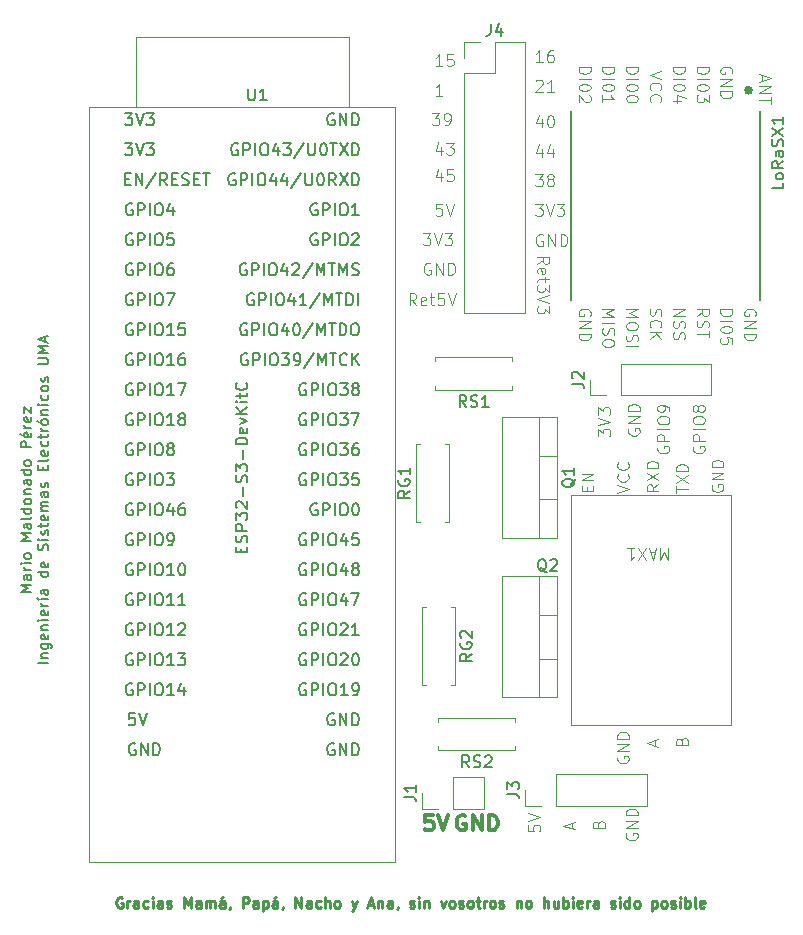
<source format=gbr>
%TF.GenerationSoftware,KiCad,Pcbnew,8.0.5*%
%TF.CreationDate,2025-05-05T01:51:08+02:00*%
%TF.ProjectId,nodo_sensor,6e6f646f-5f73-4656-9e73-6f722e6b6963,rev?*%
%TF.SameCoordinates,Original*%
%TF.FileFunction,Legend,Top*%
%TF.FilePolarity,Positive*%
%FSLAX46Y46*%
G04 Gerber Fmt 4.6, Leading zero omitted, Abs format (unit mm)*
G04 Created by KiCad (PCBNEW 8.0.5) date 2025-05-05 01:51:08*
%MOMM*%
%LPD*%
G01*
G04 APERTURE LIST*
%ADD10C,0.300000*%
%ADD11C,0.225000*%
%ADD12C,0.175000*%
%ADD13C,0.150000*%
%ADD14C,0.100000*%
%ADD15C,0.200000*%
%ADD16C,0.010000*%
%ADD17C,0.120000*%
G04 APERTURE END LIST*
D10*
X149787844Y-139937209D02*
X149664034Y-139875304D01*
X149664034Y-139875304D02*
X149478320Y-139875304D01*
X149478320Y-139875304D02*
X149292606Y-139937209D01*
X149292606Y-139937209D02*
X149168796Y-140061019D01*
X149168796Y-140061019D02*
X149106891Y-140184828D01*
X149106891Y-140184828D02*
X149044987Y-140432447D01*
X149044987Y-140432447D02*
X149044987Y-140618161D01*
X149044987Y-140618161D02*
X149106891Y-140865780D01*
X149106891Y-140865780D02*
X149168796Y-140989590D01*
X149168796Y-140989590D02*
X149292606Y-141113400D01*
X149292606Y-141113400D02*
X149478320Y-141175304D01*
X149478320Y-141175304D02*
X149602129Y-141175304D01*
X149602129Y-141175304D02*
X149787844Y-141113400D01*
X149787844Y-141113400D02*
X149849748Y-141051495D01*
X149849748Y-141051495D02*
X149849748Y-140618161D01*
X149849748Y-140618161D02*
X149602129Y-140618161D01*
X150406891Y-141175304D02*
X150406891Y-139875304D01*
X150406891Y-139875304D02*
X151149748Y-141175304D01*
X151149748Y-141175304D02*
X151149748Y-139875304D01*
X151768796Y-141175304D02*
X151768796Y-139875304D01*
X151768796Y-139875304D02*
X152078320Y-139875304D01*
X152078320Y-139875304D02*
X152264034Y-139937209D01*
X152264034Y-139937209D02*
X152387844Y-140061019D01*
X152387844Y-140061019D02*
X152449749Y-140184828D01*
X152449749Y-140184828D02*
X152511653Y-140432447D01*
X152511653Y-140432447D02*
X152511653Y-140618161D01*
X152511653Y-140618161D02*
X152449749Y-140865780D01*
X152449749Y-140865780D02*
X152387844Y-140989590D01*
X152387844Y-140989590D02*
X152264034Y-141113400D01*
X152264034Y-141113400D02*
X152078320Y-141175304D01*
X152078320Y-141175304D02*
X151768796Y-141175304D01*
D11*
X120733740Y-146871014D02*
X120648026Y-146828157D01*
X120648026Y-146828157D02*
X120519454Y-146828157D01*
X120519454Y-146828157D02*
X120390883Y-146871014D01*
X120390883Y-146871014D02*
X120305168Y-146956728D01*
X120305168Y-146956728D02*
X120262311Y-147042442D01*
X120262311Y-147042442D02*
X120219454Y-147213871D01*
X120219454Y-147213871D02*
X120219454Y-147342442D01*
X120219454Y-147342442D02*
X120262311Y-147513871D01*
X120262311Y-147513871D02*
X120305168Y-147599585D01*
X120305168Y-147599585D02*
X120390883Y-147685300D01*
X120390883Y-147685300D02*
X120519454Y-147728157D01*
X120519454Y-147728157D02*
X120605168Y-147728157D01*
X120605168Y-147728157D02*
X120733740Y-147685300D01*
X120733740Y-147685300D02*
X120776597Y-147642442D01*
X120776597Y-147642442D02*
X120776597Y-147342442D01*
X120776597Y-147342442D02*
X120605168Y-147342442D01*
X121162311Y-147728157D02*
X121162311Y-147128157D01*
X121162311Y-147299585D02*
X121205168Y-147213871D01*
X121205168Y-147213871D02*
X121248026Y-147171014D01*
X121248026Y-147171014D02*
X121333740Y-147128157D01*
X121333740Y-147128157D02*
X121419454Y-147128157D01*
X122105169Y-147728157D02*
X122105169Y-147256728D01*
X122105169Y-147256728D02*
X122062311Y-147171014D01*
X122062311Y-147171014D02*
X121976597Y-147128157D01*
X121976597Y-147128157D02*
X121805169Y-147128157D01*
X121805169Y-147128157D02*
X121719454Y-147171014D01*
X122105169Y-147685300D02*
X122019454Y-147728157D01*
X122019454Y-147728157D02*
X121805169Y-147728157D01*
X121805169Y-147728157D02*
X121719454Y-147685300D01*
X121719454Y-147685300D02*
X121676597Y-147599585D01*
X121676597Y-147599585D02*
X121676597Y-147513871D01*
X121676597Y-147513871D02*
X121719454Y-147428157D01*
X121719454Y-147428157D02*
X121805169Y-147385300D01*
X121805169Y-147385300D02*
X122019454Y-147385300D01*
X122019454Y-147385300D02*
X122105169Y-147342442D01*
X122919455Y-147685300D02*
X122833740Y-147728157D01*
X122833740Y-147728157D02*
X122662312Y-147728157D01*
X122662312Y-147728157D02*
X122576597Y-147685300D01*
X122576597Y-147685300D02*
X122533740Y-147642442D01*
X122533740Y-147642442D02*
X122490883Y-147556728D01*
X122490883Y-147556728D02*
X122490883Y-147299585D01*
X122490883Y-147299585D02*
X122533740Y-147213871D01*
X122533740Y-147213871D02*
X122576597Y-147171014D01*
X122576597Y-147171014D02*
X122662312Y-147128157D01*
X122662312Y-147128157D02*
X122833740Y-147128157D01*
X122833740Y-147128157D02*
X122919455Y-147171014D01*
X123305169Y-147728157D02*
X123305169Y-147128157D01*
X123305169Y-146828157D02*
X123262312Y-146871014D01*
X123262312Y-146871014D02*
X123305169Y-146913871D01*
X123305169Y-146913871D02*
X123348026Y-146871014D01*
X123348026Y-146871014D02*
X123305169Y-146828157D01*
X123305169Y-146828157D02*
X123305169Y-146913871D01*
X124119455Y-147728157D02*
X124119455Y-147256728D01*
X124119455Y-147256728D02*
X124076597Y-147171014D01*
X124076597Y-147171014D02*
X123990883Y-147128157D01*
X123990883Y-147128157D02*
X123819455Y-147128157D01*
X123819455Y-147128157D02*
X123733740Y-147171014D01*
X124119455Y-147685300D02*
X124033740Y-147728157D01*
X124033740Y-147728157D02*
X123819455Y-147728157D01*
X123819455Y-147728157D02*
X123733740Y-147685300D01*
X123733740Y-147685300D02*
X123690883Y-147599585D01*
X123690883Y-147599585D02*
X123690883Y-147513871D01*
X123690883Y-147513871D02*
X123733740Y-147428157D01*
X123733740Y-147428157D02*
X123819455Y-147385300D01*
X123819455Y-147385300D02*
X124033740Y-147385300D01*
X124033740Y-147385300D02*
X124119455Y-147342442D01*
X124505169Y-147685300D02*
X124590883Y-147728157D01*
X124590883Y-147728157D02*
X124762312Y-147728157D01*
X124762312Y-147728157D02*
X124848026Y-147685300D01*
X124848026Y-147685300D02*
X124890883Y-147599585D01*
X124890883Y-147599585D02*
X124890883Y-147556728D01*
X124890883Y-147556728D02*
X124848026Y-147471014D01*
X124848026Y-147471014D02*
X124762312Y-147428157D01*
X124762312Y-147428157D02*
X124633741Y-147428157D01*
X124633741Y-147428157D02*
X124548026Y-147385300D01*
X124548026Y-147385300D02*
X124505169Y-147299585D01*
X124505169Y-147299585D02*
X124505169Y-147256728D01*
X124505169Y-147256728D02*
X124548026Y-147171014D01*
X124548026Y-147171014D02*
X124633741Y-147128157D01*
X124633741Y-147128157D02*
X124762312Y-147128157D01*
X124762312Y-147128157D02*
X124848026Y-147171014D01*
X125962311Y-147728157D02*
X125962311Y-146828157D01*
X125962311Y-146828157D02*
X126262311Y-147471014D01*
X126262311Y-147471014D02*
X126562311Y-146828157D01*
X126562311Y-146828157D02*
X126562311Y-147728157D01*
X127376597Y-147728157D02*
X127376597Y-147256728D01*
X127376597Y-147256728D02*
X127333739Y-147171014D01*
X127333739Y-147171014D02*
X127248025Y-147128157D01*
X127248025Y-147128157D02*
X127076597Y-147128157D01*
X127076597Y-147128157D02*
X126990882Y-147171014D01*
X127376597Y-147685300D02*
X127290882Y-147728157D01*
X127290882Y-147728157D02*
X127076597Y-147728157D01*
X127076597Y-147728157D02*
X126990882Y-147685300D01*
X126990882Y-147685300D02*
X126948025Y-147599585D01*
X126948025Y-147599585D02*
X126948025Y-147513871D01*
X126948025Y-147513871D02*
X126990882Y-147428157D01*
X126990882Y-147428157D02*
X127076597Y-147385300D01*
X127076597Y-147385300D02*
X127290882Y-147385300D01*
X127290882Y-147385300D02*
X127376597Y-147342442D01*
X127805168Y-147728157D02*
X127805168Y-147128157D01*
X127805168Y-147213871D02*
X127848025Y-147171014D01*
X127848025Y-147171014D02*
X127933740Y-147128157D01*
X127933740Y-147128157D02*
X128062311Y-147128157D01*
X128062311Y-147128157D02*
X128148025Y-147171014D01*
X128148025Y-147171014D02*
X128190883Y-147256728D01*
X128190883Y-147256728D02*
X128190883Y-147728157D01*
X128190883Y-147256728D02*
X128233740Y-147171014D01*
X128233740Y-147171014D02*
X128319454Y-147128157D01*
X128319454Y-147128157D02*
X128448025Y-147128157D01*
X128448025Y-147128157D02*
X128533740Y-147171014D01*
X128533740Y-147171014D02*
X128576597Y-147256728D01*
X128576597Y-147256728D02*
X128576597Y-147728157D01*
X129390883Y-147728157D02*
X129390883Y-147256728D01*
X129390883Y-147256728D02*
X129348025Y-147171014D01*
X129348025Y-147171014D02*
X129262311Y-147128157D01*
X129262311Y-147128157D02*
X129090883Y-147128157D01*
X129090883Y-147128157D02*
X129005168Y-147171014D01*
X129390883Y-147685300D02*
X129305168Y-147728157D01*
X129305168Y-147728157D02*
X129090883Y-147728157D01*
X129090883Y-147728157D02*
X129005168Y-147685300D01*
X129005168Y-147685300D02*
X128962311Y-147599585D01*
X128962311Y-147599585D02*
X128962311Y-147513871D01*
X128962311Y-147513871D02*
X129005168Y-147428157D01*
X129005168Y-147428157D02*
X129090883Y-147385300D01*
X129090883Y-147385300D02*
X129305168Y-147385300D01*
X129305168Y-147385300D02*
X129390883Y-147342442D01*
X129262311Y-146785300D02*
X129133740Y-146913871D01*
X129862311Y-147685300D02*
X129862311Y-147728157D01*
X129862311Y-147728157D02*
X129819454Y-147813871D01*
X129819454Y-147813871D02*
X129776597Y-147856728D01*
X130933739Y-147728157D02*
X130933739Y-146828157D01*
X130933739Y-146828157D02*
X131276596Y-146828157D01*
X131276596Y-146828157D02*
X131362311Y-146871014D01*
X131362311Y-146871014D02*
X131405168Y-146913871D01*
X131405168Y-146913871D02*
X131448025Y-146999585D01*
X131448025Y-146999585D02*
X131448025Y-147128157D01*
X131448025Y-147128157D02*
X131405168Y-147213871D01*
X131405168Y-147213871D02*
X131362311Y-147256728D01*
X131362311Y-147256728D02*
X131276596Y-147299585D01*
X131276596Y-147299585D02*
X130933739Y-147299585D01*
X132219454Y-147728157D02*
X132219454Y-147256728D01*
X132219454Y-147256728D02*
X132176596Y-147171014D01*
X132176596Y-147171014D02*
X132090882Y-147128157D01*
X132090882Y-147128157D02*
X131919454Y-147128157D01*
X131919454Y-147128157D02*
X131833739Y-147171014D01*
X132219454Y-147685300D02*
X132133739Y-147728157D01*
X132133739Y-147728157D02*
X131919454Y-147728157D01*
X131919454Y-147728157D02*
X131833739Y-147685300D01*
X131833739Y-147685300D02*
X131790882Y-147599585D01*
X131790882Y-147599585D02*
X131790882Y-147513871D01*
X131790882Y-147513871D02*
X131833739Y-147428157D01*
X131833739Y-147428157D02*
X131919454Y-147385300D01*
X131919454Y-147385300D02*
X132133739Y-147385300D01*
X132133739Y-147385300D02*
X132219454Y-147342442D01*
X132648025Y-147128157D02*
X132648025Y-148028157D01*
X132648025Y-147171014D02*
X132733740Y-147128157D01*
X132733740Y-147128157D02*
X132905168Y-147128157D01*
X132905168Y-147128157D02*
X132990882Y-147171014D01*
X132990882Y-147171014D02*
X133033740Y-147213871D01*
X133033740Y-147213871D02*
X133076597Y-147299585D01*
X133076597Y-147299585D02*
X133076597Y-147556728D01*
X133076597Y-147556728D02*
X133033740Y-147642442D01*
X133033740Y-147642442D02*
X132990882Y-147685300D01*
X132990882Y-147685300D02*
X132905168Y-147728157D01*
X132905168Y-147728157D02*
X132733740Y-147728157D01*
X132733740Y-147728157D02*
X132648025Y-147685300D01*
X133848026Y-147728157D02*
X133848026Y-147256728D01*
X133848026Y-147256728D02*
X133805168Y-147171014D01*
X133805168Y-147171014D02*
X133719454Y-147128157D01*
X133719454Y-147128157D02*
X133548026Y-147128157D01*
X133548026Y-147128157D02*
X133462311Y-147171014D01*
X133848026Y-147685300D02*
X133762311Y-147728157D01*
X133762311Y-147728157D02*
X133548026Y-147728157D01*
X133548026Y-147728157D02*
X133462311Y-147685300D01*
X133462311Y-147685300D02*
X133419454Y-147599585D01*
X133419454Y-147599585D02*
X133419454Y-147513871D01*
X133419454Y-147513871D02*
X133462311Y-147428157D01*
X133462311Y-147428157D02*
X133548026Y-147385300D01*
X133548026Y-147385300D02*
X133762311Y-147385300D01*
X133762311Y-147385300D02*
X133848026Y-147342442D01*
X133719454Y-146785300D02*
X133590883Y-146913871D01*
X134319454Y-147685300D02*
X134319454Y-147728157D01*
X134319454Y-147728157D02*
X134276597Y-147813871D01*
X134276597Y-147813871D02*
X134233740Y-147856728D01*
X135390882Y-147728157D02*
X135390882Y-146828157D01*
X135390882Y-146828157D02*
X135905168Y-147728157D01*
X135905168Y-147728157D02*
X135905168Y-146828157D01*
X136719454Y-147728157D02*
X136719454Y-147256728D01*
X136719454Y-147256728D02*
X136676596Y-147171014D01*
X136676596Y-147171014D02*
X136590882Y-147128157D01*
X136590882Y-147128157D02*
X136419454Y-147128157D01*
X136419454Y-147128157D02*
X136333739Y-147171014D01*
X136719454Y-147685300D02*
X136633739Y-147728157D01*
X136633739Y-147728157D02*
X136419454Y-147728157D01*
X136419454Y-147728157D02*
X136333739Y-147685300D01*
X136333739Y-147685300D02*
X136290882Y-147599585D01*
X136290882Y-147599585D02*
X136290882Y-147513871D01*
X136290882Y-147513871D02*
X136333739Y-147428157D01*
X136333739Y-147428157D02*
X136419454Y-147385300D01*
X136419454Y-147385300D02*
X136633739Y-147385300D01*
X136633739Y-147385300D02*
X136719454Y-147342442D01*
X137533740Y-147685300D02*
X137448025Y-147728157D01*
X137448025Y-147728157D02*
X137276597Y-147728157D01*
X137276597Y-147728157D02*
X137190882Y-147685300D01*
X137190882Y-147685300D02*
X137148025Y-147642442D01*
X137148025Y-147642442D02*
X137105168Y-147556728D01*
X137105168Y-147556728D02*
X137105168Y-147299585D01*
X137105168Y-147299585D02*
X137148025Y-147213871D01*
X137148025Y-147213871D02*
X137190882Y-147171014D01*
X137190882Y-147171014D02*
X137276597Y-147128157D01*
X137276597Y-147128157D02*
X137448025Y-147128157D01*
X137448025Y-147128157D02*
X137533740Y-147171014D01*
X137919454Y-147728157D02*
X137919454Y-146828157D01*
X138305169Y-147728157D02*
X138305169Y-147256728D01*
X138305169Y-147256728D02*
X138262311Y-147171014D01*
X138262311Y-147171014D02*
X138176597Y-147128157D01*
X138176597Y-147128157D02*
X138048026Y-147128157D01*
X138048026Y-147128157D02*
X137962311Y-147171014D01*
X137962311Y-147171014D02*
X137919454Y-147213871D01*
X138862312Y-147728157D02*
X138776597Y-147685300D01*
X138776597Y-147685300D02*
X138733740Y-147642442D01*
X138733740Y-147642442D02*
X138690883Y-147556728D01*
X138690883Y-147556728D02*
X138690883Y-147299585D01*
X138690883Y-147299585D02*
X138733740Y-147213871D01*
X138733740Y-147213871D02*
X138776597Y-147171014D01*
X138776597Y-147171014D02*
X138862312Y-147128157D01*
X138862312Y-147128157D02*
X138990883Y-147128157D01*
X138990883Y-147128157D02*
X139076597Y-147171014D01*
X139076597Y-147171014D02*
X139119455Y-147213871D01*
X139119455Y-147213871D02*
X139162312Y-147299585D01*
X139162312Y-147299585D02*
X139162312Y-147556728D01*
X139162312Y-147556728D02*
X139119455Y-147642442D01*
X139119455Y-147642442D02*
X139076597Y-147685300D01*
X139076597Y-147685300D02*
X138990883Y-147728157D01*
X138990883Y-147728157D02*
X138862312Y-147728157D01*
X140148026Y-147128157D02*
X140362312Y-147728157D01*
X140576597Y-147128157D02*
X140362312Y-147728157D01*
X140362312Y-147728157D02*
X140276597Y-147942442D01*
X140276597Y-147942442D02*
X140233740Y-147985300D01*
X140233740Y-147985300D02*
X140148026Y-148028157D01*
X141562311Y-147471014D02*
X141990883Y-147471014D01*
X141476597Y-147728157D02*
X141776597Y-146828157D01*
X141776597Y-146828157D02*
X142076597Y-147728157D01*
X142376597Y-147128157D02*
X142376597Y-147728157D01*
X142376597Y-147213871D02*
X142419454Y-147171014D01*
X142419454Y-147171014D02*
X142505169Y-147128157D01*
X142505169Y-147128157D02*
X142633740Y-147128157D01*
X142633740Y-147128157D02*
X142719454Y-147171014D01*
X142719454Y-147171014D02*
X142762312Y-147256728D01*
X142762312Y-147256728D02*
X142762312Y-147728157D01*
X143576598Y-147728157D02*
X143576598Y-147256728D01*
X143576598Y-147256728D02*
X143533740Y-147171014D01*
X143533740Y-147171014D02*
X143448026Y-147128157D01*
X143448026Y-147128157D02*
X143276598Y-147128157D01*
X143276598Y-147128157D02*
X143190883Y-147171014D01*
X143576598Y-147685300D02*
X143490883Y-147728157D01*
X143490883Y-147728157D02*
X143276598Y-147728157D01*
X143276598Y-147728157D02*
X143190883Y-147685300D01*
X143190883Y-147685300D02*
X143148026Y-147599585D01*
X143148026Y-147599585D02*
X143148026Y-147513871D01*
X143148026Y-147513871D02*
X143190883Y-147428157D01*
X143190883Y-147428157D02*
X143276598Y-147385300D01*
X143276598Y-147385300D02*
X143490883Y-147385300D01*
X143490883Y-147385300D02*
X143576598Y-147342442D01*
X144048026Y-147685300D02*
X144048026Y-147728157D01*
X144048026Y-147728157D02*
X144005169Y-147813871D01*
X144005169Y-147813871D02*
X143962312Y-147856728D01*
X145076597Y-147685300D02*
X145162311Y-147728157D01*
X145162311Y-147728157D02*
X145333740Y-147728157D01*
X145333740Y-147728157D02*
X145419454Y-147685300D01*
X145419454Y-147685300D02*
X145462311Y-147599585D01*
X145462311Y-147599585D02*
X145462311Y-147556728D01*
X145462311Y-147556728D02*
X145419454Y-147471014D01*
X145419454Y-147471014D02*
X145333740Y-147428157D01*
X145333740Y-147428157D02*
X145205169Y-147428157D01*
X145205169Y-147428157D02*
X145119454Y-147385300D01*
X145119454Y-147385300D02*
X145076597Y-147299585D01*
X145076597Y-147299585D02*
X145076597Y-147256728D01*
X145076597Y-147256728D02*
X145119454Y-147171014D01*
X145119454Y-147171014D02*
X145205169Y-147128157D01*
X145205169Y-147128157D02*
X145333740Y-147128157D01*
X145333740Y-147128157D02*
X145419454Y-147171014D01*
X145848025Y-147728157D02*
X145848025Y-147128157D01*
X145848025Y-146828157D02*
X145805168Y-146871014D01*
X145805168Y-146871014D02*
X145848025Y-146913871D01*
X145848025Y-146913871D02*
X145890882Y-146871014D01*
X145890882Y-146871014D02*
X145848025Y-146828157D01*
X145848025Y-146828157D02*
X145848025Y-146913871D01*
X146276596Y-147128157D02*
X146276596Y-147728157D01*
X146276596Y-147213871D02*
X146319453Y-147171014D01*
X146319453Y-147171014D02*
X146405168Y-147128157D01*
X146405168Y-147128157D02*
X146533739Y-147128157D01*
X146533739Y-147128157D02*
X146619453Y-147171014D01*
X146619453Y-147171014D02*
X146662311Y-147256728D01*
X146662311Y-147256728D02*
X146662311Y-147728157D01*
X147690882Y-147128157D02*
X147905168Y-147728157D01*
X147905168Y-147728157D02*
X148119453Y-147128157D01*
X148590882Y-147728157D02*
X148505167Y-147685300D01*
X148505167Y-147685300D02*
X148462310Y-147642442D01*
X148462310Y-147642442D02*
X148419453Y-147556728D01*
X148419453Y-147556728D02*
X148419453Y-147299585D01*
X148419453Y-147299585D02*
X148462310Y-147213871D01*
X148462310Y-147213871D02*
X148505167Y-147171014D01*
X148505167Y-147171014D02*
X148590882Y-147128157D01*
X148590882Y-147128157D02*
X148719453Y-147128157D01*
X148719453Y-147128157D02*
X148805167Y-147171014D01*
X148805167Y-147171014D02*
X148848025Y-147213871D01*
X148848025Y-147213871D02*
X148890882Y-147299585D01*
X148890882Y-147299585D02*
X148890882Y-147556728D01*
X148890882Y-147556728D02*
X148848025Y-147642442D01*
X148848025Y-147642442D02*
X148805167Y-147685300D01*
X148805167Y-147685300D02*
X148719453Y-147728157D01*
X148719453Y-147728157D02*
X148590882Y-147728157D01*
X149233739Y-147685300D02*
X149319453Y-147728157D01*
X149319453Y-147728157D02*
X149490882Y-147728157D01*
X149490882Y-147728157D02*
X149576596Y-147685300D01*
X149576596Y-147685300D02*
X149619453Y-147599585D01*
X149619453Y-147599585D02*
X149619453Y-147556728D01*
X149619453Y-147556728D02*
X149576596Y-147471014D01*
X149576596Y-147471014D02*
X149490882Y-147428157D01*
X149490882Y-147428157D02*
X149362311Y-147428157D01*
X149362311Y-147428157D02*
X149276596Y-147385300D01*
X149276596Y-147385300D02*
X149233739Y-147299585D01*
X149233739Y-147299585D02*
X149233739Y-147256728D01*
X149233739Y-147256728D02*
X149276596Y-147171014D01*
X149276596Y-147171014D02*
X149362311Y-147128157D01*
X149362311Y-147128157D02*
X149490882Y-147128157D01*
X149490882Y-147128157D02*
X149576596Y-147171014D01*
X150133739Y-147728157D02*
X150048024Y-147685300D01*
X150048024Y-147685300D02*
X150005167Y-147642442D01*
X150005167Y-147642442D02*
X149962310Y-147556728D01*
X149962310Y-147556728D02*
X149962310Y-147299585D01*
X149962310Y-147299585D02*
X150005167Y-147213871D01*
X150005167Y-147213871D02*
X150048024Y-147171014D01*
X150048024Y-147171014D02*
X150133739Y-147128157D01*
X150133739Y-147128157D02*
X150262310Y-147128157D01*
X150262310Y-147128157D02*
X150348024Y-147171014D01*
X150348024Y-147171014D02*
X150390882Y-147213871D01*
X150390882Y-147213871D02*
X150433739Y-147299585D01*
X150433739Y-147299585D02*
X150433739Y-147556728D01*
X150433739Y-147556728D02*
X150390882Y-147642442D01*
X150390882Y-147642442D02*
X150348024Y-147685300D01*
X150348024Y-147685300D02*
X150262310Y-147728157D01*
X150262310Y-147728157D02*
X150133739Y-147728157D01*
X150690882Y-147128157D02*
X151033739Y-147128157D01*
X150819453Y-146828157D02*
X150819453Y-147599585D01*
X150819453Y-147599585D02*
X150862310Y-147685300D01*
X150862310Y-147685300D02*
X150948025Y-147728157D01*
X150948025Y-147728157D02*
X151033739Y-147728157D01*
X151333739Y-147728157D02*
X151333739Y-147128157D01*
X151333739Y-147299585D02*
X151376596Y-147213871D01*
X151376596Y-147213871D02*
X151419454Y-147171014D01*
X151419454Y-147171014D02*
X151505168Y-147128157D01*
X151505168Y-147128157D02*
X151590882Y-147128157D01*
X152019454Y-147728157D02*
X151933739Y-147685300D01*
X151933739Y-147685300D02*
X151890882Y-147642442D01*
X151890882Y-147642442D02*
X151848025Y-147556728D01*
X151848025Y-147556728D02*
X151848025Y-147299585D01*
X151848025Y-147299585D02*
X151890882Y-147213871D01*
X151890882Y-147213871D02*
X151933739Y-147171014D01*
X151933739Y-147171014D02*
X152019454Y-147128157D01*
X152019454Y-147128157D02*
X152148025Y-147128157D01*
X152148025Y-147128157D02*
X152233739Y-147171014D01*
X152233739Y-147171014D02*
X152276597Y-147213871D01*
X152276597Y-147213871D02*
X152319454Y-147299585D01*
X152319454Y-147299585D02*
X152319454Y-147556728D01*
X152319454Y-147556728D02*
X152276597Y-147642442D01*
X152276597Y-147642442D02*
X152233739Y-147685300D01*
X152233739Y-147685300D02*
X152148025Y-147728157D01*
X152148025Y-147728157D02*
X152019454Y-147728157D01*
X152662311Y-147685300D02*
X152748025Y-147728157D01*
X152748025Y-147728157D02*
X152919454Y-147728157D01*
X152919454Y-147728157D02*
X153005168Y-147685300D01*
X153005168Y-147685300D02*
X153048025Y-147599585D01*
X153048025Y-147599585D02*
X153048025Y-147556728D01*
X153048025Y-147556728D02*
X153005168Y-147471014D01*
X153005168Y-147471014D02*
X152919454Y-147428157D01*
X152919454Y-147428157D02*
X152790883Y-147428157D01*
X152790883Y-147428157D02*
X152705168Y-147385300D01*
X152705168Y-147385300D02*
X152662311Y-147299585D01*
X152662311Y-147299585D02*
X152662311Y-147256728D01*
X152662311Y-147256728D02*
X152705168Y-147171014D01*
X152705168Y-147171014D02*
X152790883Y-147128157D01*
X152790883Y-147128157D02*
X152919454Y-147128157D01*
X152919454Y-147128157D02*
X153005168Y-147171014D01*
X154119453Y-147128157D02*
X154119453Y-147728157D01*
X154119453Y-147213871D02*
X154162310Y-147171014D01*
X154162310Y-147171014D02*
X154248025Y-147128157D01*
X154248025Y-147128157D02*
X154376596Y-147128157D01*
X154376596Y-147128157D02*
X154462310Y-147171014D01*
X154462310Y-147171014D02*
X154505168Y-147256728D01*
X154505168Y-147256728D02*
X154505168Y-147728157D01*
X155062311Y-147728157D02*
X154976596Y-147685300D01*
X154976596Y-147685300D02*
X154933739Y-147642442D01*
X154933739Y-147642442D02*
X154890882Y-147556728D01*
X154890882Y-147556728D02*
X154890882Y-147299585D01*
X154890882Y-147299585D02*
X154933739Y-147213871D01*
X154933739Y-147213871D02*
X154976596Y-147171014D01*
X154976596Y-147171014D02*
X155062311Y-147128157D01*
X155062311Y-147128157D02*
X155190882Y-147128157D01*
X155190882Y-147128157D02*
X155276596Y-147171014D01*
X155276596Y-147171014D02*
X155319454Y-147213871D01*
X155319454Y-147213871D02*
X155362311Y-147299585D01*
X155362311Y-147299585D02*
X155362311Y-147556728D01*
X155362311Y-147556728D02*
X155319454Y-147642442D01*
X155319454Y-147642442D02*
X155276596Y-147685300D01*
X155276596Y-147685300D02*
X155190882Y-147728157D01*
X155190882Y-147728157D02*
X155062311Y-147728157D01*
X156433739Y-147728157D02*
X156433739Y-146828157D01*
X156819454Y-147728157D02*
X156819454Y-147256728D01*
X156819454Y-147256728D02*
X156776596Y-147171014D01*
X156776596Y-147171014D02*
X156690882Y-147128157D01*
X156690882Y-147128157D02*
X156562311Y-147128157D01*
X156562311Y-147128157D02*
X156476596Y-147171014D01*
X156476596Y-147171014D02*
X156433739Y-147213871D01*
X157633740Y-147128157D02*
X157633740Y-147728157D01*
X157248025Y-147128157D02*
X157248025Y-147599585D01*
X157248025Y-147599585D02*
X157290882Y-147685300D01*
X157290882Y-147685300D02*
X157376597Y-147728157D01*
X157376597Y-147728157D02*
X157505168Y-147728157D01*
X157505168Y-147728157D02*
X157590882Y-147685300D01*
X157590882Y-147685300D02*
X157633740Y-147642442D01*
X158062311Y-147728157D02*
X158062311Y-146828157D01*
X158062311Y-147171014D02*
X158148026Y-147128157D01*
X158148026Y-147128157D02*
X158319454Y-147128157D01*
X158319454Y-147128157D02*
X158405168Y-147171014D01*
X158405168Y-147171014D02*
X158448026Y-147213871D01*
X158448026Y-147213871D02*
X158490883Y-147299585D01*
X158490883Y-147299585D02*
X158490883Y-147556728D01*
X158490883Y-147556728D02*
X158448026Y-147642442D01*
X158448026Y-147642442D02*
X158405168Y-147685300D01*
X158405168Y-147685300D02*
X158319454Y-147728157D01*
X158319454Y-147728157D02*
X158148026Y-147728157D01*
X158148026Y-147728157D02*
X158062311Y-147685300D01*
X158876597Y-147728157D02*
X158876597Y-147128157D01*
X158876597Y-146828157D02*
X158833740Y-146871014D01*
X158833740Y-146871014D02*
X158876597Y-146913871D01*
X158876597Y-146913871D02*
X158919454Y-146871014D01*
X158919454Y-146871014D02*
X158876597Y-146828157D01*
X158876597Y-146828157D02*
X158876597Y-146913871D01*
X159648025Y-147685300D02*
X159562311Y-147728157D01*
X159562311Y-147728157D02*
X159390883Y-147728157D01*
X159390883Y-147728157D02*
X159305168Y-147685300D01*
X159305168Y-147685300D02*
X159262311Y-147599585D01*
X159262311Y-147599585D02*
X159262311Y-147256728D01*
X159262311Y-147256728D02*
X159305168Y-147171014D01*
X159305168Y-147171014D02*
X159390883Y-147128157D01*
X159390883Y-147128157D02*
X159562311Y-147128157D01*
X159562311Y-147128157D02*
X159648025Y-147171014D01*
X159648025Y-147171014D02*
X159690883Y-147256728D01*
X159690883Y-147256728D02*
X159690883Y-147342442D01*
X159690883Y-147342442D02*
X159262311Y-147428157D01*
X160076597Y-147728157D02*
X160076597Y-147128157D01*
X160076597Y-147299585D02*
X160119454Y-147213871D01*
X160119454Y-147213871D02*
X160162312Y-147171014D01*
X160162312Y-147171014D02*
X160248026Y-147128157D01*
X160248026Y-147128157D02*
X160333740Y-147128157D01*
X161019455Y-147728157D02*
X161019455Y-147256728D01*
X161019455Y-147256728D02*
X160976597Y-147171014D01*
X160976597Y-147171014D02*
X160890883Y-147128157D01*
X160890883Y-147128157D02*
X160719455Y-147128157D01*
X160719455Y-147128157D02*
X160633740Y-147171014D01*
X161019455Y-147685300D02*
X160933740Y-147728157D01*
X160933740Y-147728157D02*
X160719455Y-147728157D01*
X160719455Y-147728157D02*
X160633740Y-147685300D01*
X160633740Y-147685300D02*
X160590883Y-147599585D01*
X160590883Y-147599585D02*
X160590883Y-147513871D01*
X160590883Y-147513871D02*
X160633740Y-147428157D01*
X160633740Y-147428157D02*
X160719455Y-147385300D01*
X160719455Y-147385300D02*
X160933740Y-147385300D01*
X160933740Y-147385300D02*
X161019455Y-147342442D01*
X162090883Y-147685300D02*
X162176597Y-147728157D01*
X162176597Y-147728157D02*
X162348026Y-147728157D01*
X162348026Y-147728157D02*
X162433740Y-147685300D01*
X162433740Y-147685300D02*
X162476597Y-147599585D01*
X162476597Y-147599585D02*
X162476597Y-147556728D01*
X162476597Y-147556728D02*
X162433740Y-147471014D01*
X162433740Y-147471014D02*
X162348026Y-147428157D01*
X162348026Y-147428157D02*
X162219455Y-147428157D01*
X162219455Y-147428157D02*
X162133740Y-147385300D01*
X162133740Y-147385300D02*
X162090883Y-147299585D01*
X162090883Y-147299585D02*
X162090883Y-147256728D01*
X162090883Y-147256728D02*
X162133740Y-147171014D01*
X162133740Y-147171014D02*
X162219455Y-147128157D01*
X162219455Y-147128157D02*
X162348026Y-147128157D01*
X162348026Y-147128157D02*
X162433740Y-147171014D01*
X162862311Y-147728157D02*
X162862311Y-147128157D01*
X162862311Y-146828157D02*
X162819454Y-146871014D01*
X162819454Y-146871014D02*
X162862311Y-146913871D01*
X162862311Y-146913871D02*
X162905168Y-146871014D01*
X162905168Y-146871014D02*
X162862311Y-146828157D01*
X162862311Y-146828157D02*
X162862311Y-146913871D01*
X163676597Y-147728157D02*
X163676597Y-146828157D01*
X163676597Y-147685300D02*
X163590882Y-147728157D01*
X163590882Y-147728157D02*
X163419454Y-147728157D01*
X163419454Y-147728157D02*
X163333739Y-147685300D01*
X163333739Y-147685300D02*
X163290882Y-147642442D01*
X163290882Y-147642442D02*
X163248025Y-147556728D01*
X163248025Y-147556728D02*
X163248025Y-147299585D01*
X163248025Y-147299585D02*
X163290882Y-147213871D01*
X163290882Y-147213871D02*
X163333739Y-147171014D01*
X163333739Y-147171014D02*
X163419454Y-147128157D01*
X163419454Y-147128157D02*
X163590882Y-147128157D01*
X163590882Y-147128157D02*
X163676597Y-147171014D01*
X164233740Y-147728157D02*
X164148025Y-147685300D01*
X164148025Y-147685300D02*
X164105168Y-147642442D01*
X164105168Y-147642442D02*
X164062311Y-147556728D01*
X164062311Y-147556728D02*
X164062311Y-147299585D01*
X164062311Y-147299585D02*
X164105168Y-147213871D01*
X164105168Y-147213871D02*
X164148025Y-147171014D01*
X164148025Y-147171014D02*
X164233740Y-147128157D01*
X164233740Y-147128157D02*
X164362311Y-147128157D01*
X164362311Y-147128157D02*
X164448025Y-147171014D01*
X164448025Y-147171014D02*
X164490883Y-147213871D01*
X164490883Y-147213871D02*
X164533740Y-147299585D01*
X164533740Y-147299585D02*
X164533740Y-147556728D01*
X164533740Y-147556728D02*
X164490883Y-147642442D01*
X164490883Y-147642442D02*
X164448025Y-147685300D01*
X164448025Y-147685300D02*
X164362311Y-147728157D01*
X164362311Y-147728157D02*
X164233740Y-147728157D01*
X165605168Y-147128157D02*
X165605168Y-148028157D01*
X165605168Y-147171014D02*
X165690883Y-147128157D01*
X165690883Y-147128157D02*
X165862311Y-147128157D01*
X165862311Y-147128157D02*
X165948025Y-147171014D01*
X165948025Y-147171014D02*
X165990883Y-147213871D01*
X165990883Y-147213871D02*
X166033740Y-147299585D01*
X166033740Y-147299585D02*
X166033740Y-147556728D01*
X166033740Y-147556728D02*
X165990883Y-147642442D01*
X165990883Y-147642442D02*
X165948025Y-147685300D01*
X165948025Y-147685300D02*
X165862311Y-147728157D01*
X165862311Y-147728157D02*
X165690883Y-147728157D01*
X165690883Y-147728157D02*
X165605168Y-147685300D01*
X166548026Y-147728157D02*
X166462311Y-147685300D01*
X166462311Y-147685300D02*
X166419454Y-147642442D01*
X166419454Y-147642442D02*
X166376597Y-147556728D01*
X166376597Y-147556728D02*
X166376597Y-147299585D01*
X166376597Y-147299585D02*
X166419454Y-147213871D01*
X166419454Y-147213871D02*
X166462311Y-147171014D01*
X166462311Y-147171014D02*
X166548026Y-147128157D01*
X166548026Y-147128157D02*
X166676597Y-147128157D01*
X166676597Y-147128157D02*
X166762311Y-147171014D01*
X166762311Y-147171014D02*
X166805169Y-147213871D01*
X166805169Y-147213871D02*
X166848026Y-147299585D01*
X166848026Y-147299585D02*
X166848026Y-147556728D01*
X166848026Y-147556728D02*
X166805169Y-147642442D01*
X166805169Y-147642442D02*
X166762311Y-147685300D01*
X166762311Y-147685300D02*
X166676597Y-147728157D01*
X166676597Y-147728157D02*
X166548026Y-147728157D01*
X167190883Y-147685300D02*
X167276597Y-147728157D01*
X167276597Y-147728157D02*
X167448026Y-147728157D01*
X167448026Y-147728157D02*
X167533740Y-147685300D01*
X167533740Y-147685300D02*
X167576597Y-147599585D01*
X167576597Y-147599585D02*
X167576597Y-147556728D01*
X167576597Y-147556728D02*
X167533740Y-147471014D01*
X167533740Y-147471014D02*
X167448026Y-147428157D01*
X167448026Y-147428157D02*
X167319455Y-147428157D01*
X167319455Y-147428157D02*
X167233740Y-147385300D01*
X167233740Y-147385300D02*
X167190883Y-147299585D01*
X167190883Y-147299585D02*
X167190883Y-147256728D01*
X167190883Y-147256728D02*
X167233740Y-147171014D01*
X167233740Y-147171014D02*
X167319455Y-147128157D01*
X167319455Y-147128157D02*
X167448026Y-147128157D01*
X167448026Y-147128157D02*
X167533740Y-147171014D01*
X167962311Y-147728157D02*
X167962311Y-147128157D01*
X167962311Y-146828157D02*
X167919454Y-146871014D01*
X167919454Y-146871014D02*
X167962311Y-146913871D01*
X167962311Y-146913871D02*
X168005168Y-146871014D01*
X168005168Y-146871014D02*
X167962311Y-146828157D01*
X167962311Y-146828157D02*
X167962311Y-146913871D01*
X168390882Y-147728157D02*
X168390882Y-146828157D01*
X168390882Y-147171014D02*
X168476597Y-147128157D01*
X168476597Y-147128157D02*
X168648025Y-147128157D01*
X168648025Y-147128157D02*
X168733739Y-147171014D01*
X168733739Y-147171014D02*
X168776597Y-147213871D01*
X168776597Y-147213871D02*
X168819454Y-147299585D01*
X168819454Y-147299585D02*
X168819454Y-147556728D01*
X168819454Y-147556728D02*
X168776597Y-147642442D01*
X168776597Y-147642442D02*
X168733739Y-147685300D01*
X168733739Y-147685300D02*
X168648025Y-147728157D01*
X168648025Y-147728157D02*
X168476597Y-147728157D01*
X168476597Y-147728157D02*
X168390882Y-147685300D01*
X169333740Y-147728157D02*
X169248025Y-147685300D01*
X169248025Y-147685300D02*
X169205168Y-147599585D01*
X169205168Y-147599585D02*
X169205168Y-146828157D01*
X170019454Y-147685300D02*
X169933740Y-147728157D01*
X169933740Y-147728157D02*
X169762312Y-147728157D01*
X169762312Y-147728157D02*
X169676597Y-147685300D01*
X169676597Y-147685300D02*
X169633740Y-147599585D01*
X169633740Y-147599585D02*
X169633740Y-147256728D01*
X169633740Y-147256728D02*
X169676597Y-147171014D01*
X169676597Y-147171014D02*
X169762312Y-147128157D01*
X169762312Y-147128157D02*
X169933740Y-147128157D01*
X169933740Y-147128157D02*
X170019454Y-147171014D01*
X170019454Y-147171014D02*
X170062312Y-147256728D01*
X170062312Y-147256728D02*
X170062312Y-147342442D01*
X170062312Y-147342442D02*
X169633740Y-147428157D01*
D12*
X113031807Y-120957143D02*
X112131807Y-120957143D01*
X112131807Y-120957143D02*
X112774664Y-120657143D01*
X112774664Y-120657143D02*
X112131807Y-120357143D01*
X112131807Y-120357143D02*
X113031807Y-120357143D01*
X113031807Y-119542858D02*
X112560378Y-119542858D01*
X112560378Y-119542858D02*
X112474664Y-119585715D01*
X112474664Y-119585715D02*
X112431807Y-119671429D01*
X112431807Y-119671429D02*
X112431807Y-119842858D01*
X112431807Y-119842858D02*
X112474664Y-119928572D01*
X112988950Y-119542858D02*
X113031807Y-119628572D01*
X113031807Y-119628572D02*
X113031807Y-119842858D01*
X113031807Y-119842858D02*
X112988950Y-119928572D01*
X112988950Y-119928572D02*
X112903235Y-119971429D01*
X112903235Y-119971429D02*
X112817521Y-119971429D01*
X112817521Y-119971429D02*
X112731807Y-119928572D01*
X112731807Y-119928572D02*
X112688950Y-119842858D01*
X112688950Y-119842858D02*
X112688950Y-119628572D01*
X112688950Y-119628572D02*
X112646092Y-119542858D01*
X113031807Y-119114286D02*
X112431807Y-119114286D01*
X112603235Y-119114286D02*
X112517521Y-119071429D01*
X112517521Y-119071429D02*
X112474664Y-119028572D01*
X112474664Y-119028572D02*
X112431807Y-118942857D01*
X112431807Y-118942857D02*
X112431807Y-118857143D01*
X113031807Y-118557143D02*
X112431807Y-118557143D01*
X112131807Y-118557143D02*
X112174664Y-118600000D01*
X112174664Y-118600000D02*
X112217521Y-118557143D01*
X112217521Y-118557143D02*
X112174664Y-118514286D01*
X112174664Y-118514286D02*
X112131807Y-118557143D01*
X112131807Y-118557143D02*
X112217521Y-118557143D01*
X113031807Y-118000000D02*
X112988950Y-118085715D01*
X112988950Y-118085715D02*
X112946092Y-118128572D01*
X112946092Y-118128572D02*
X112860378Y-118171429D01*
X112860378Y-118171429D02*
X112603235Y-118171429D01*
X112603235Y-118171429D02*
X112517521Y-118128572D01*
X112517521Y-118128572D02*
X112474664Y-118085715D01*
X112474664Y-118085715D02*
X112431807Y-118000000D01*
X112431807Y-118000000D02*
X112431807Y-117871429D01*
X112431807Y-117871429D02*
X112474664Y-117785715D01*
X112474664Y-117785715D02*
X112517521Y-117742858D01*
X112517521Y-117742858D02*
X112603235Y-117700000D01*
X112603235Y-117700000D02*
X112860378Y-117700000D01*
X112860378Y-117700000D02*
X112946092Y-117742858D01*
X112946092Y-117742858D02*
X112988950Y-117785715D01*
X112988950Y-117785715D02*
X113031807Y-117871429D01*
X113031807Y-117871429D02*
X113031807Y-118000000D01*
X113031807Y-116628572D02*
X112131807Y-116628572D01*
X112131807Y-116628572D02*
X112774664Y-116328572D01*
X112774664Y-116328572D02*
X112131807Y-116028572D01*
X112131807Y-116028572D02*
X113031807Y-116028572D01*
X113031807Y-115214287D02*
X112560378Y-115214287D01*
X112560378Y-115214287D02*
X112474664Y-115257144D01*
X112474664Y-115257144D02*
X112431807Y-115342858D01*
X112431807Y-115342858D02*
X112431807Y-115514287D01*
X112431807Y-115514287D02*
X112474664Y-115600001D01*
X112988950Y-115214287D02*
X113031807Y-115300001D01*
X113031807Y-115300001D02*
X113031807Y-115514287D01*
X113031807Y-115514287D02*
X112988950Y-115600001D01*
X112988950Y-115600001D02*
X112903235Y-115642858D01*
X112903235Y-115642858D02*
X112817521Y-115642858D01*
X112817521Y-115642858D02*
X112731807Y-115600001D01*
X112731807Y-115600001D02*
X112688950Y-115514287D01*
X112688950Y-115514287D02*
X112688950Y-115300001D01*
X112688950Y-115300001D02*
X112646092Y-115214287D01*
X113031807Y-114657143D02*
X112988950Y-114742858D01*
X112988950Y-114742858D02*
X112903235Y-114785715D01*
X112903235Y-114785715D02*
X112131807Y-114785715D01*
X113031807Y-113928572D02*
X112131807Y-113928572D01*
X112988950Y-113928572D02*
X113031807Y-114014286D01*
X113031807Y-114014286D02*
X113031807Y-114185714D01*
X113031807Y-114185714D02*
X112988950Y-114271429D01*
X112988950Y-114271429D02*
X112946092Y-114314286D01*
X112946092Y-114314286D02*
X112860378Y-114357143D01*
X112860378Y-114357143D02*
X112603235Y-114357143D01*
X112603235Y-114357143D02*
X112517521Y-114314286D01*
X112517521Y-114314286D02*
X112474664Y-114271429D01*
X112474664Y-114271429D02*
X112431807Y-114185714D01*
X112431807Y-114185714D02*
X112431807Y-114014286D01*
X112431807Y-114014286D02*
X112474664Y-113928572D01*
X113031807Y-113371428D02*
X112988950Y-113457143D01*
X112988950Y-113457143D02*
X112946092Y-113500000D01*
X112946092Y-113500000D02*
X112860378Y-113542857D01*
X112860378Y-113542857D02*
X112603235Y-113542857D01*
X112603235Y-113542857D02*
X112517521Y-113500000D01*
X112517521Y-113500000D02*
X112474664Y-113457143D01*
X112474664Y-113457143D02*
X112431807Y-113371428D01*
X112431807Y-113371428D02*
X112431807Y-113242857D01*
X112431807Y-113242857D02*
X112474664Y-113157143D01*
X112474664Y-113157143D02*
X112517521Y-113114286D01*
X112517521Y-113114286D02*
X112603235Y-113071428D01*
X112603235Y-113071428D02*
X112860378Y-113071428D01*
X112860378Y-113071428D02*
X112946092Y-113114286D01*
X112946092Y-113114286D02*
X112988950Y-113157143D01*
X112988950Y-113157143D02*
X113031807Y-113242857D01*
X113031807Y-113242857D02*
X113031807Y-113371428D01*
X112431807Y-112685714D02*
X113031807Y-112685714D01*
X112517521Y-112685714D02*
X112474664Y-112642857D01*
X112474664Y-112642857D02*
X112431807Y-112557142D01*
X112431807Y-112557142D02*
X112431807Y-112428571D01*
X112431807Y-112428571D02*
X112474664Y-112342857D01*
X112474664Y-112342857D02*
X112560378Y-112300000D01*
X112560378Y-112300000D02*
X113031807Y-112300000D01*
X113031807Y-111485714D02*
X112560378Y-111485714D01*
X112560378Y-111485714D02*
X112474664Y-111528571D01*
X112474664Y-111528571D02*
X112431807Y-111614285D01*
X112431807Y-111614285D02*
X112431807Y-111785714D01*
X112431807Y-111785714D02*
X112474664Y-111871428D01*
X112988950Y-111485714D02*
X113031807Y-111571428D01*
X113031807Y-111571428D02*
X113031807Y-111785714D01*
X113031807Y-111785714D02*
X112988950Y-111871428D01*
X112988950Y-111871428D02*
X112903235Y-111914285D01*
X112903235Y-111914285D02*
X112817521Y-111914285D01*
X112817521Y-111914285D02*
X112731807Y-111871428D01*
X112731807Y-111871428D02*
X112688950Y-111785714D01*
X112688950Y-111785714D02*
X112688950Y-111571428D01*
X112688950Y-111571428D02*
X112646092Y-111485714D01*
X113031807Y-110671428D02*
X112131807Y-110671428D01*
X112988950Y-110671428D02*
X113031807Y-110757142D01*
X113031807Y-110757142D02*
X113031807Y-110928570D01*
X113031807Y-110928570D02*
X112988950Y-111014285D01*
X112988950Y-111014285D02*
X112946092Y-111057142D01*
X112946092Y-111057142D02*
X112860378Y-111099999D01*
X112860378Y-111099999D02*
X112603235Y-111099999D01*
X112603235Y-111099999D02*
X112517521Y-111057142D01*
X112517521Y-111057142D02*
X112474664Y-111014285D01*
X112474664Y-111014285D02*
X112431807Y-110928570D01*
X112431807Y-110928570D02*
X112431807Y-110757142D01*
X112431807Y-110757142D02*
X112474664Y-110671428D01*
X113031807Y-110114284D02*
X112988950Y-110199999D01*
X112988950Y-110199999D02*
X112946092Y-110242856D01*
X112946092Y-110242856D02*
X112860378Y-110285713D01*
X112860378Y-110285713D02*
X112603235Y-110285713D01*
X112603235Y-110285713D02*
X112517521Y-110242856D01*
X112517521Y-110242856D02*
X112474664Y-110199999D01*
X112474664Y-110199999D02*
X112431807Y-110114284D01*
X112431807Y-110114284D02*
X112431807Y-109985713D01*
X112431807Y-109985713D02*
X112474664Y-109899999D01*
X112474664Y-109899999D02*
X112517521Y-109857142D01*
X112517521Y-109857142D02*
X112603235Y-109814284D01*
X112603235Y-109814284D02*
X112860378Y-109814284D01*
X112860378Y-109814284D02*
X112946092Y-109857142D01*
X112946092Y-109857142D02*
X112988950Y-109899999D01*
X112988950Y-109899999D02*
X113031807Y-109985713D01*
X113031807Y-109985713D02*
X113031807Y-110114284D01*
X113031807Y-108742856D02*
X112131807Y-108742856D01*
X112131807Y-108742856D02*
X112131807Y-108399999D01*
X112131807Y-108399999D02*
X112174664Y-108314284D01*
X112174664Y-108314284D02*
X112217521Y-108271427D01*
X112217521Y-108271427D02*
X112303235Y-108228570D01*
X112303235Y-108228570D02*
X112431807Y-108228570D01*
X112431807Y-108228570D02*
X112517521Y-108271427D01*
X112517521Y-108271427D02*
X112560378Y-108314284D01*
X112560378Y-108314284D02*
X112603235Y-108399999D01*
X112603235Y-108399999D02*
X112603235Y-108742856D01*
X112988950Y-107499999D02*
X113031807Y-107585713D01*
X113031807Y-107585713D02*
X113031807Y-107757142D01*
X113031807Y-107757142D02*
X112988950Y-107842856D01*
X112988950Y-107842856D02*
X112903235Y-107885713D01*
X112903235Y-107885713D02*
X112560378Y-107885713D01*
X112560378Y-107885713D02*
X112474664Y-107842856D01*
X112474664Y-107842856D02*
X112431807Y-107757142D01*
X112431807Y-107757142D02*
X112431807Y-107585713D01*
X112431807Y-107585713D02*
X112474664Y-107499999D01*
X112474664Y-107499999D02*
X112560378Y-107457142D01*
X112560378Y-107457142D02*
X112646092Y-107457142D01*
X112646092Y-107457142D02*
X112731807Y-107885713D01*
X112088950Y-107585713D02*
X112217521Y-107714284D01*
X113031807Y-107071427D02*
X112431807Y-107071427D01*
X112603235Y-107071427D02*
X112517521Y-107028570D01*
X112517521Y-107028570D02*
X112474664Y-106985713D01*
X112474664Y-106985713D02*
X112431807Y-106899998D01*
X112431807Y-106899998D02*
X112431807Y-106814284D01*
X112988950Y-106171427D02*
X113031807Y-106257141D01*
X113031807Y-106257141D02*
X113031807Y-106428570D01*
X113031807Y-106428570D02*
X112988950Y-106514284D01*
X112988950Y-106514284D02*
X112903235Y-106557141D01*
X112903235Y-106557141D02*
X112560378Y-106557141D01*
X112560378Y-106557141D02*
X112474664Y-106514284D01*
X112474664Y-106514284D02*
X112431807Y-106428570D01*
X112431807Y-106428570D02*
X112431807Y-106257141D01*
X112431807Y-106257141D02*
X112474664Y-106171427D01*
X112474664Y-106171427D02*
X112560378Y-106128570D01*
X112560378Y-106128570D02*
X112646092Y-106128570D01*
X112646092Y-106128570D02*
X112731807Y-106557141D01*
X112431807Y-105828569D02*
X112431807Y-105357141D01*
X112431807Y-105357141D02*
X113031807Y-105828569D01*
X113031807Y-105828569D02*
X113031807Y-105357141D01*
X114480757Y-127000001D02*
X113580757Y-127000001D01*
X113880757Y-126571430D02*
X114480757Y-126571430D01*
X113966471Y-126571430D02*
X113923614Y-126528573D01*
X113923614Y-126528573D02*
X113880757Y-126442858D01*
X113880757Y-126442858D02*
X113880757Y-126314287D01*
X113880757Y-126314287D02*
X113923614Y-126228573D01*
X113923614Y-126228573D02*
X114009328Y-126185716D01*
X114009328Y-126185716D02*
X114480757Y-126185716D01*
X113880757Y-125371430D02*
X114609328Y-125371430D01*
X114609328Y-125371430D02*
X114695042Y-125414287D01*
X114695042Y-125414287D02*
X114737900Y-125457144D01*
X114737900Y-125457144D02*
X114780757Y-125542858D01*
X114780757Y-125542858D02*
X114780757Y-125671430D01*
X114780757Y-125671430D02*
X114737900Y-125757144D01*
X114437900Y-125371430D02*
X114480757Y-125457144D01*
X114480757Y-125457144D02*
X114480757Y-125628572D01*
X114480757Y-125628572D02*
X114437900Y-125714287D01*
X114437900Y-125714287D02*
X114395042Y-125757144D01*
X114395042Y-125757144D02*
X114309328Y-125800001D01*
X114309328Y-125800001D02*
X114052185Y-125800001D01*
X114052185Y-125800001D02*
X113966471Y-125757144D01*
X113966471Y-125757144D02*
X113923614Y-125714287D01*
X113923614Y-125714287D02*
X113880757Y-125628572D01*
X113880757Y-125628572D02*
X113880757Y-125457144D01*
X113880757Y-125457144D02*
X113923614Y-125371430D01*
X114437900Y-124600001D02*
X114480757Y-124685715D01*
X114480757Y-124685715D02*
X114480757Y-124857144D01*
X114480757Y-124857144D02*
X114437900Y-124942858D01*
X114437900Y-124942858D02*
X114352185Y-124985715D01*
X114352185Y-124985715D02*
X114009328Y-124985715D01*
X114009328Y-124985715D02*
X113923614Y-124942858D01*
X113923614Y-124942858D02*
X113880757Y-124857144D01*
X113880757Y-124857144D02*
X113880757Y-124685715D01*
X113880757Y-124685715D02*
X113923614Y-124600001D01*
X113923614Y-124600001D02*
X114009328Y-124557144D01*
X114009328Y-124557144D02*
X114095042Y-124557144D01*
X114095042Y-124557144D02*
X114180757Y-124985715D01*
X113880757Y-124171429D02*
X114480757Y-124171429D01*
X113966471Y-124171429D02*
X113923614Y-124128572D01*
X113923614Y-124128572D02*
X113880757Y-124042857D01*
X113880757Y-124042857D02*
X113880757Y-123914286D01*
X113880757Y-123914286D02*
X113923614Y-123828572D01*
X113923614Y-123828572D02*
X114009328Y-123785715D01*
X114009328Y-123785715D02*
X114480757Y-123785715D01*
X114480757Y-123357143D02*
X113880757Y-123357143D01*
X113580757Y-123357143D02*
X113623614Y-123400000D01*
X113623614Y-123400000D02*
X113666471Y-123357143D01*
X113666471Y-123357143D02*
X113623614Y-123314286D01*
X113623614Y-123314286D02*
X113580757Y-123357143D01*
X113580757Y-123357143D02*
X113666471Y-123357143D01*
X114437900Y-122585715D02*
X114480757Y-122671429D01*
X114480757Y-122671429D02*
X114480757Y-122842858D01*
X114480757Y-122842858D02*
X114437900Y-122928572D01*
X114437900Y-122928572D02*
X114352185Y-122971429D01*
X114352185Y-122971429D02*
X114009328Y-122971429D01*
X114009328Y-122971429D02*
X113923614Y-122928572D01*
X113923614Y-122928572D02*
X113880757Y-122842858D01*
X113880757Y-122842858D02*
X113880757Y-122671429D01*
X113880757Y-122671429D02*
X113923614Y-122585715D01*
X113923614Y-122585715D02*
X114009328Y-122542858D01*
X114009328Y-122542858D02*
X114095042Y-122542858D01*
X114095042Y-122542858D02*
X114180757Y-122971429D01*
X114480757Y-122157143D02*
X113880757Y-122157143D01*
X114052185Y-122157143D02*
X113966471Y-122114286D01*
X113966471Y-122114286D02*
X113923614Y-122071429D01*
X113923614Y-122071429D02*
X113880757Y-121985714D01*
X113880757Y-121985714D02*
X113880757Y-121900000D01*
X114480757Y-121600000D02*
X113880757Y-121600000D01*
X113537900Y-121514286D02*
X113666471Y-121642857D01*
X114480757Y-120785715D02*
X114009328Y-120785715D01*
X114009328Y-120785715D02*
X113923614Y-120828572D01*
X113923614Y-120828572D02*
X113880757Y-120914286D01*
X113880757Y-120914286D02*
X113880757Y-121085715D01*
X113880757Y-121085715D02*
X113923614Y-121171429D01*
X114437900Y-120785715D02*
X114480757Y-120871429D01*
X114480757Y-120871429D02*
X114480757Y-121085715D01*
X114480757Y-121085715D02*
X114437900Y-121171429D01*
X114437900Y-121171429D02*
X114352185Y-121214286D01*
X114352185Y-121214286D02*
X114266471Y-121214286D01*
X114266471Y-121214286D02*
X114180757Y-121171429D01*
X114180757Y-121171429D02*
X114137900Y-121085715D01*
X114137900Y-121085715D02*
X114137900Y-120871429D01*
X114137900Y-120871429D02*
X114095042Y-120785715D01*
X114480757Y-119285715D02*
X113580757Y-119285715D01*
X114437900Y-119285715D02*
X114480757Y-119371429D01*
X114480757Y-119371429D02*
X114480757Y-119542857D01*
X114480757Y-119542857D02*
X114437900Y-119628572D01*
X114437900Y-119628572D02*
X114395042Y-119671429D01*
X114395042Y-119671429D02*
X114309328Y-119714286D01*
X114309328Y-119714286D02*
X114052185Y-119714286D01*
X114052185Y-119714286D02*
X113966471Y-119671429D01*
X113966471Y-119671429D02*
X113923614Y-119628572D01*
X113923614Y-119628572D02*
X113880757Y-119542857D01*
X113880757Y-119542857D02*
X113880757Y-119371429D01*
X113880757Y-119371429D02*
X113923614Y-119285715D01*
X114437900Y-118514286D02*
X114480757Y-118600000D01*
X114480757Y-118600000D02*
X114480757Y-118771429D01*
X114480757Y-118771429D02*
X114437900Y-118857143D01*
X114437900Y-118857143D02*
X114352185Y-118900000D01*
X114352185Y-118900000D02*
X114009328Y-118900000D01*
X114009328Y-118900000D02*
X113923614Y-118857143D01*
X113923614Y-118857143D02*
X113880757Y-118771429D01*
X113880757Y-118771429D02*
X113880757Y-118600000D01*
X113880757Y-118600000D02*
X113923614Y-118514286D01*
X113923614Y-118514286D02*
X114009328Y-118471429D01*
X114009328Y-118471429D02*
X114095042Y-118471429D01*
X114095042Y-118471429D02*
X114180757Y-118900000D01*
X114437900Y-117442857D02*
X114480757Y-117314286D01*
X114480757Y-117314286D02*
X114480757Y-117100000D01*
X114480757Y-117100000D02*
X114437900Y-117014286D01*
X114437900Y-117014286D02*
X114395042Y-116971428D01*
X114395042Y-116971428D02*
X114309328Y-116928571D01*
X114309328Y-116928571D02*
X114223614Y-116928571D01*
X114223614Y-116928571D02*
X114137900Y-116971428D01*
X114137900Y-116971428D02*
X114095042Y-117014286D01*
X114095042Y-117014286D02*
X114052185Y-117100000D01*
X114052185Y-117100000D02*
X114009328Y-117271428D01*
X114009328Y-117271428D02*
X113966471Y-117357143D01*
X113966471Y-117357143D02*
X113923614Y-117400000D01*
X113923614Y-117400000D02*
X113837900Y-117442857D01*
X113837900Y-117442857D02*
X113752185Y-117442857D01*
X113752185Y-117442857D02*
X113666471Y-117400000D01*
X113666471Y-117400000D02*
X113623614Y-117357143D01*
X113623614Y-117357143D02*
X113580757Y-117271428D01*
X113580757Y-117271428D02*
X113580757Y-117057143D01*
X113580757Y-117057143D02*
X113623614Y-116928571D01*
X114480757Y-116542857D02*
X113880757Y-116542857D01*
X113580757Y-116542857D02*
X113623614Y-116585714D01*
X113623614Y-116585714D02*
X113666471Y-116542857D01*
X113666471Y-116542857D02*
X113623614Y-116500000D01*
X113623614Y-116500000D02*
X113580757Y-116542857D01*
X113580757Y-116542857D02*
X113666471Y-116542857D01*
X114437900Y-116157143D02*
X114480757Y-116071429D01*
X114480757Y-116071429D02*
X114480757Y-115900000D01*
X114480757Y-115900000D02*
X114437900Y-115814286D01*
X114437900Y-115814286D02*
X114352185Y-115771429D01*
X114352185Y-115771429D02*
X114309328Y-115771429D01*
X114309328Y-115771429D02*
X114223614Y-115814286D01*
X114223614Y-115814286D02*
X114180757Y-115900000D01*
X114180757Y-115900000D02*
X114180757Y-116028572D01*
X114180757Y-116028572D02*
X114137900Y-116114286D01*
X114137900Y-116114286D02*
X114052185Y-116157143D01*
X114052185Y-116157143D02*
X114009328Y-116157143D01*
X114009328Y-116157143D02*
X113923614Y-116114286D01*
X113923614Y-116114286D02*
X113880757Y-116028572D01*
X113880757Y-116028572D02*
X113880757Y-115900000D01*
X113880757Y-115900000D02*
X113923614Y-115814286D01*
X113880757Y-115514286D02*
X113880757Y-115171429D01*
X113580757Y-115385715D02*
X114352185Y-115385715D01*
X114352185Y-115385715D02*
X114437900Y-115342858D01*
X114437900Y-115342858D02*
X114480757Y-115257143D01*
X114480757Y-115257143D02*
X114480757Y-115171429D01*
X114437900Y-114528572D02*
X114480757Y-114614286D01*
X114480757Y-114614286D02*
X114480757Y-114785715D01*
X114480757Y-114785715D02*
X114437900Y-114871429D01*
X114437900Y-114871429D02*
X114352185Y-114914286D01*
X114352185Y-114914286D02*
X114009328Y-114914286D01*
X114009328Y-114914286D02*
X113923614Y-114871429D01*
X113923614Y-114871429D02*
X113880757Y-114785715D01*
X113880757Y-114785715D02*
X113880757Y-114614286D01*
X113880757Y-114614286D02*
X113923614Y-114528572D01*
X113923614Y-114528572D02*
X114009328Y-114485715D01*
X114009328Y-114485715D02*
X114095042Y-114485715D01*
X114095042Y-114485715D02*
X114180757Y-114914286D01*
X114480757Y-114100000D02*
X113880757Y-114100000D01*
X113966471Y-114100000D02*
X113923614Y-114057143D01*
X113923614Y-114057143D02*
X113880757Y-113971428D01*
X113880757Y-113971428D02*
X113880757Y-113842857D01*
X113880757Y-113842857D02*
X113923614Y-113757143D01*
X113923614Y-113757143D02*
X114009328Y-113714286D01*
X114009328Y-113714286D02*
X114480757Y-113714286D01*
X114009328Y-113714286D02*
X113923614Y-113671428D01*
X113923614Y-113671428D02*
X113880757Y-113585714D01*
X113880757Y-113585714D02*
X113880757Y-113457143D01*
X113880757Y-113457143D02*
X113923614Y-113371428D01*
X113923614Y-113371428D02*
X114009328Y-113328571D01*
X114009328Y-113328571D02*
X114480757Y-113328571D01*
X114480757Y-112514286D02*
X114009328Y-112514286D01*
X114009328Y-112514286D02*
X113923614Y-112557143D01*
X113923614Y-112557143D02*
X113880757Y-112642857D01*
X113880757Y-112642857D02*
X113880757Y-112814286D01*
X113880757Y-112814286D02*
X113923614Y-112900000D01*
X114437900Y-112514286D02*
X114480757Y-112600000D01*
X114480757Y-112600000D02*
X114480757Y-112814286D01*
X114480757Y-112814286D02*
X114437900Y-112900000D01*
X114437900Y-112900000D02*
X114352185Y-112942857D01*
X114352185Y-112942857D02*
X114266471Y-112942857D01*
X114266471Y-112942857D02*
X114180757Y-112900000D01*
X114180757Y-112900000D02*
X114137900Y-112814286D01*
X114137900Y-112814286D02*
X114137900Y-112600000D01*
X114137900Y-112600000D02*
X114095042Y-112514286D01*
X114437900Y-112128571D02*
X114480757Y-112042857D01*
X114480757Y-112042857D02*
X114480757Y-111871428D01*
X114480757Y-111871428D02*
X114437900Y-111785714D01*
X114437900Y-111785714D02*
X114352185Y-111742857D01*
X114352185Y-111742857D02*
X114309328Y-111742857D01*
X114309328Y-111742857D02*
X114223614Y-111785714D01*
X114223614Y-111785714D02*
X114180757Y-111871428D01*
X114180757Y-111871428D02*
X114180757Y-112000000D01*
X114180757Y-112000000D02*
X114137900Y-112085714D01*
X114137900Y-112085714D02*
X114052185Y-112128571D01*
X114052185Y-112128571D02*
X114009328Y-112128571D01*
X114009328Y-112128571D02*
X113923614Y-112085714D01*
X113923614Y-112085714D02*
X113880757Y-112000000D01*
X113880757Y-112000000D02*
X113880757Y-111871428D01*
X113880757Y-111871428D02*
X113923614Y-111785714D01*
X114009328Y-110671429D02*
X114009328Y-110371429D01*
X114480757Y-110242857D02*
X114480757Y-110671429D01*
X114480757Y-110671429D02*
X113580757Y-110671429D01*
X113580757Y-110671429D02*
X113580757Y-110242857D01*
X114480757Y-109728571D02*
X114437900Y-109814286D01*
X114437900Y-109814286D02*
X114352185Y-109857143D01*
X114352185Y-109857143D02*
X113580757Y-109857143D01*
X114437900Y-109042857D02*
X114480757Y-109128571D01*
X114480757Y-109128571D02*
X114480757Y-109300000D01*
X114480757Y-109300000D02*
X114437900Y-109385714D01*
X114437900Y-109385714D02*
X114352185Y-109428571D01*
X114352185Y-109428571D02*
X114009328Y-109428571D01*
X114009328Y-109428571D02*
X113923614Y-109385714D01*
X113923614Y-109385714D02*
X113880757Y-109300000D01*
X113880757Y-109300000D02*
X113880757Y-109128571D01*
X113880757Y-109128571D02*
X113923614Y-109042857D01*
X113923614Y-109042857D02*
X114009328Y-109000000D01*
X114009328Y-109000000D02*
X114095042Y-109000000D01*
X114095042Y-109000000D02*
X114180757Y-109428571D01*
X114437900Y-108228571D02*
X114480757Y-108314285D01*
X114480757Y-108314285D02*
X114480757Y-108485713D01*
X114480757Y-108485713D02*
X114437900Y-108571428D01*
X114437900Y-108571428D02*
X114395042Y-108614285D01*
X114395042Y-108614285D02*
X114309328Y-108657142D01*
X114309328Y-108657142D02*
X114052185Y-108657142D01*
X114052185Y-108657142D02*
X113966471Y-108614285D01*
X113966471Y-108614285D02*
X113923614Y-108571428D01*
X113923614Y-108571428D02*
X113880757Y-108485713D01*
X113880757Y-108485713D02*
X113880757Y-108314285D01*
X113880757Y-108314285D02*
X113923614Y-108228571D01*
X113880757Y-107971427D02*
X113880757Y-107628570D01*
X113580757Y-107842856D02*
X114352185Y-107842856D01*
X114352185Y-107842856D02*
X114437900Y-107799999D01*
X114437900Y-107799999D02*
X114480757Y-107714284D01*
X114480757Y-107714284D02*
X114480757Y-107628570D01*
X114480757Y-107328570D02*
X113880757Y-107328570D01*
X114052185Y-107328570D02*
X113966471Y-107285713D01*
X113966471Y-107285713D02*
X113923614Y-107242856D01*
X113923614Y-107242856D02*
X113880757Y-107157141D01*
X113880757Y-107157141D02*
X113880757Y-107071427D01*
X114480757Y-106642855D02*
X114437900Y-106728570D01*
X114437900Y-106728570D02*
X114395042Y-106771427D01*
X114395042Y-106771427D02*
X114309328Y-106814284D01*
X114309328Y-106814284D02*
X114052185Y-106814284D01*
X114052185Y-106814284D02*
X113966471Y-106771427D01*
X113966471Y-106771427D02*
X113923614Y-106728570D01*
X113923614Y-106728570D02*
X113880757Y-106642855D01*
X113880757Y-106642855D02*
X113880757Y-106514284D01*
X113880757Y-106514284D02*
X113923614Y-106428570D01*
X113923614Y-106428570D02*
X113966471Y-106385713D01*
X113966471Y-106385713D02*
X114052185Y-106342855D01*
X114052185Y-106342855D02*
X114309328Y-106342855D01*
X114309328Y-106342855D02*
X114395042Y-106385713D01*
X114395042Y-106385713D02*
X114437900Y-106428570D01*
X114437900Y-106428570D02*
X114480757Y-106514284D01*
X114480757Y-106514284D02*
X114480757Y-106642855D01*
X113537900Y-106471427D02*
X113666471Y-106599998D01*
X113880757Y-105957141D02*
X114480757Y-105957141D01*
X113966471Y-105957141D02*
X113923614Y-105914284D01*
X113923614Y-105914284D02*
X113880757Y-105828569D01*
X113880757Y-105828569D02*
X113880757Y-105699998D01*
X113880757Y-105699998D02*
X113923614Y-105614284D01*
X113923614Y-105614284D02*
X114009328Y-105571427D01*
X114009328Y-105571427D02*
X114480757Y-105571427D01*
X114480757Y-105142855D02*
X113880757Y-105142855D01*
X113580757Y-105142855D02*
X113623614Y-105185712D01*
X113623614Y-105185712D02*
X113666471Y-105142855D01*
X113666471Y-105142855D02*
X113623614Y-105099998D01*
X113623614Y-105099998D02*
X113580757Y-105142855D01*
X113580757Y-105142855D02*
X113666471Y-105142855D01*
X114437900Y-104328570D02*
X114480757Y-104414284D01*
X114480757Y-104414284D02*
X114480757Y-104585712D01*
X114480757Y-104585712D02*
X114437900Y-104671427D01*
X114437900Y-104671427D02*
X114395042Y-104714284D01*
X114395042Y-104714284D02*
X114309328Y-104757141D01*
X114309328Y-104757141D02*
X114052185Y-104757141D01*
X114052185Y-104757141D02*
X113966471Y-104714284D01*
X113966471Y-104714284D02*
X113923614Y-104671427D01*
X113923614Y-104671427D02*
X113880757Y-104585712D01*
X113880757Y-104585712D02*
X113880757Y-104414284D01*
X113880757Y-104414284D02*
X113923614Y-104328570D01*
X114480757Y-103814283D02*
X114437900Y-103899998D01*
X114437900Y-103899998D02*
X114395042Y-103942855D01*
X114395042Y-103942855D02*
X114309328Y-103985712D01*
X114309328Y-103985712D02*
X114052185Y-103985712D01*
X114052185Y-103985712D02*
X113966471Y-103942855D01*
X113966471Y-103942855D02*
X113923614Y-103899998D01*
X113923614Y-103899998D02*
X113880757Y-103814283D01*
X113880757Y-103814283D02*
X113880757Y-103685712D01*
X113880757Y-103685712D02*
X113923614Y-103599998D01*
X113923614Y-103599998D02*
X113966471Y-103557141D01*
X113966471Y-103557141D02*
X114052185Y-103514283D01*
X114052185Y-103514283D02*
X114309328Y-103514283D01*
X114309328Y-103514283D02*
X114395042Y-103557141D01*
X114395042Y-103557141D02*
X114437900Y-103599998D01*
X114437900Y-103599998D02*
X114480757Y-103685712D01*
X114480757Y-103685712D02*
X114480757Y-103814283D01*
X114437900Y-103171426D02*
X114480757Y-103085712D01*
X114480757Y-103085712D02*
X114480757Y-102914283D01*
X114480757Y-102914283D02*
X114437900Y-102828569D01*
X114437900Y-102828569D02*
X114352185Y-102785712D01*
X114352185Y-102785712D02*
X114309328Y-102785712D01*
X114309328Y-102785712D02*
X114223614Y-102828569D01*
X114223614Y-102828569D02*
X114180757Y-102914283D01*
X114180757Y-102914283D02*
X114180757Y-103042855D01*
X114180757Y-103042855D02*
X114137900Y-103128569D01*
X114137900Y-103128569D02*
X114052185Y-103171426D01*
X114052185Y-103171426D02*
X114009328Y-103171426D01*
X114009328Y-103171426D02*
X113923614Y-103128569D01*
X113923614Y-103128569D02*
X113880757Y-103042855D01*
X113880757Y-103042855D02*
X113880757Y-102914283D01*
X113880757Y-102914283D02*
X113923614Y-102828569D01*
X113580757Y-101714284D02*
X114309328Y-101714284D01*
X114309328Y-101714284D02*
X114395042Y-101671427D01*
X114395042Y-101671427D02*
X114437900Y-101628570D01*
X114437900Y-101628570D02*
X114480757Y-101542855D01*
X114480757Y-101542855D02*
X114480757Y-101371427D01*
X114480757Y-101371427D02*
X114437900Y-101285712D01*
X114437900Y-101285712D02*
X114395042Y-101242855D01*
X114395042Y-101242855D02*
X114309328Y-101199998D01*
X114309328Y-101199998D02*
X113580757Y-101199998D01*
X114480757Y-100771427D02*
X113580757Y-100771427D01*
X113580757Y-100771427D02*
X114223614Y-100471427D01*
X114223614Y-100471427D02*
X113580757Y-100171427D01*
X113580757Y-100171427D02*
X114480757Y-100171427D01*
X114223614Y-99785713D02*
X114223614Y-99357142D01*
X114480757Y-99871427D02*
X113580757Y-99571427D01*
X113580757Y-99571427D02*
X114480757Y-99271427D01*
D10*
X147025939Y-139875304D02*
X146406891Y-139875304D01*
X146406891Y-139875304D02*
X146344987Y-140494352D01*
X146344987Y-140494352D02*
X146406891Y-140432447D01*
X146406891Y-140432447D02*
X146530701Y-140370542D01*
X146530701Y-140370542D02*
X146840225Y-140370542D01*
X146840225Y-140370542D02*
X146964034Y-140432447D01*
X146964034Y-140432447D02*
X147025939Y-140494352D01*
X147025939Y-140494352D02*
X147087844Y-140618161D01*
X147087844Y-140618161D02*
X147087844Y-140927685D01*
X147087844Y-140927685D02*
X147025939Y-141051495D01*
X147025939Y-141051495D02*
X146964034Y-141113400D01*
X146964034Y-141113400D02*
X146840225Y-141175304D01*
X146840225Y-141175304D02*
X146530701Y-141175304D01*
X146530701Y-141175304D02*
X146406891Y-141113400D01*
X146406891Y-141113400D02*
X146344987Y-141051495D01*
X147459272Y-139875304D02*
X147892605Y-141175304D01*
X147892605Y-141175304D02*
X148325939Y-139875304D01*
D13*
X176708879Y-86345142D02*
X176708879Y-86822244D01*
X176708879Y-86822244D02*
X175706966Y-86822244D01*
X176708879Y-85868041D02*
X176661169Y-85963462D01*
X176661169Y-85963462D02*
X176613458Y-86011172D01*
X176613458Y-86011172D02*
X176518038Y-86058882D01*
X176518038Y-86058882D02*
X176231777Y-86058882D01*
X176231777Y-86058882D02*
X176136357Y-86011172D01*
X176136357Y-86011172D02*
X176088647Y-85963462D01*
X176088647Y-85963462D02*
X176040937Y-85868041D01*
X176040937Y-85868041D02*
X176040937Y-85724911D01*
X176040937Y-85724911D02*
X176088647Y-85629491D01*
X176088647Y-85629491D02*
X176136357Y-85581781D01*
X176136357Y-85581781D02*
X176231777Y-85534070D01*
X176231777Y-85534070D02*
X176518038Y-85534070D01*
X176518038Y-85534070D02*
X176613458Y-85581781D01*
X176613458Y-85581781D02*
X176661169Y-85629491D01*
X176661169Y-85629491D02*
X176708879Y-85724911D01*
X176708879Y-85724911D02*
X176708879Y-85868041D01*
X176708879Y-84532157D02*
X176231777Y-84866128D01*
X176708879Y-85104679D02*
X175706966Y-85104679D01*
X175706966Y-85104679D02*
X175706966Y-84722998D01*
X175706966Y-84722998D02*
X175754676Y-84627577D01*
X175754676Y-84627577D02*
X175802386Y-84579867D01*
X175802386Y-84579867D02*
X175897806Y-84532157D01*
X175897806Y-84532157D02*
X176040937Y-84532157D01*
X176040937Y-84532157D02*
X176136357Y-84579867D01*
X176136357Y-84579867D02*
X176184067Y-84627577D01*
X176184067Y-84627577D02*
X176231777Y-84722998D01*
X176231777Y-84722998D02*
X176231777Y-85104679D01*
X176708879Y-83673375D02*
X176184067Y-83673375D01*
X176184067Y-83673375D02*
X176088647Y-83721085D01*
X176088647Y-83721085D02*
X176040937Y-83816505D01*
X176040937Y-83816505D02*
X176040937Y-84007346D01*
X176040937Y-84007346D02*
X176088647Y-84102766D01*
X176661169Y-83673375D02*
X176708879Y-83768795D01*
X176708879Y-83768795D02*
X176708879Y-84007346D01*
X176708879Y-84007346D02*
X176661169Y-84102766D01*
X176661169Y-84102766D02*
X176565748Y-84150476D01*
X176565748Y-84150476D02*
X176470328Y-84150476D01*
X176470328Y-84150476D02*
X176374908Y-84102766D01*
X176374908Y-84102766D02*
X176327198Y-84007346D01*
X176327198Y-84007346D02*
X176327198Y-83768795D01*
X176327198Y-83768795D02*
X176279487Y-83673375D01*
X176661169Y-83243983D02*
X176708879Y-83100853D01*
X176708879Y-83100853D02*
X176708879Y-82862302D01*
X176708879Y-82862302D02*
X176661169Y-82766882D01*
X176661169Y-82766882D02*
X176613458Y-82719171D01*
X176613458Y-82719171D02*
X176518038Y-82671461D01*
X176518038Y-82671461D02*
X176422618Y-82671461D01*
X176422618Y-82671461D02*
X176327198Y-82719171D01*
X176327198Y-82719171D02*
X176279487Y-82766882D01*
X176279487Y-82766882D02*
X176231777Y-82862302D01*
X176231777Y-82862302D02*
X176184067Y-83053142D01*
X176184067Y-83053142D02*
X176136357Y-83148563D01*
X176136357Y-83148563D02*
X176088647Y-83196273D01*
X176088647Y-83196273D02*
X175993227Y-83243983D01*
X175993227Y-83243983D02*
X175897806Y-83243983D01*
X175897806Y-83243983D02*
X175802386Y-83196273D01*
X175802386Y-83196273D02*
X175754676Y-83148563D01*
X175754676Y-83148563D02*
X175706966Y-83053142D01*
X175706966Y-83053142D02*
X175706966Y-82814592D01*
X175706966Y-82814592D02*
X175754676Y-82671461D01*
X175706966Y-82337490D02*
X176708879Y-81669548D01*
X175706966Y-81669548D02*
X176708879Y-82337490D01*
X176708879Y-80763055D02*
X176708879Y-81335577D01*
X176708879Y-81049316D02*
X175706966Y-81049316D01*
X175706966Y-81049316D02*
X175850096Y-81144736D01*
X175850096Y-81144736D02*
X175945516Y-81240157D01*
X175945516Y-81240157D02*
X175993227Y-81335577D01*
D14*
X160329961Y-97577693D02*
X160377580Y-97482455D01*
X160377580Y-97482455D02*
X160377580Y-97339598D01*
X160377580Y-97339598D02*
X160329961Y-97196741D01*
X160329961Y-97196741D02*
X160234723Y-97101503D01*
X160234723Y-97101503D02*
X160139485Y-97053884D01*
X160139485Y-97053884D02*
X159949009Y-97006265D01*
X159949009Y-97006265D02*
X159806152Y-97006265D01*
X159806152Y-97006265D02*
X159615676Y-97053884D01*
X159615676Y-97053884D02*
X159520438Y-97101503D01*
X159520438Y-97101503D02*
X159425200Y-97196741D01*
X159425200Y-97196741D02*
X159377580Y-97339598D01*
X159377580Y-97339598D02*
X159377580Y-97434836D01*
X159377580Y-97434836D02*
X159425200Y-97577693D01*
X159425200Y-97577693D02*
X159472819Y-97625312D01*
X159472819Y-97625312D02*
X159806152Y-97625312D01*
X159806152Y-97625312D02*
X159806152Y-97434836D01*
X159377580Y-98053884D02*
X160377580Y-98053884D01*
X160377580Y-98053884D02*
X159377580Y-98625312D01*
X159377580Y-98625312D02*
X160377580Y-98625312D01*
X159377580Y-99101503D02*
X160377580Y-99101503D01*
X160377580Y-99101503D02*
X160377580Y-99339598D01*
X160377580Y-99339598D02*
X160329961Y-99482455D01*
X160329961Y-99482455D02*
X160234723Y-99577693D01*
X160234723Y-99577693D02*
X160139485Y-99625312D01*
X160139485Y-99625312D02*
X159949009Y-99672931D01*
X159949009Y-99672931D02*
X159806152Y-99672931D01*
X159806152Y-99672931D02*
X159615676Y-99625312D01*
X159615676Y-99625312D02*
X159520438Y-99577693D01*
X159520438Y-99577693D02*
X159425200Y-99482455D01*
X159425200Y-99482455D02*
X159377580Y-99339598D01*
X159377580Y-99339598D02*
X159377580Y-99101503D01*
X159377580Y-76553884D02*
X160377580Y-76553884D01*
X160377580Y-76553884D02*
X160377580Y-76791979D01*
X160377580Y-76791979D02*
X160329961Y-76934836D01*
X160329961Y-76934836D02*
X160234723Y-77030074D01*
X160234723Y-77030074D02*
X160139485Y-77077693D01*
X160139485Y-77077693D02*
X159949009Y-77125312D01*
X159949009Y-77125312D02*
X159806152Y-77125312D01*
X159806152Y-77125312D02*
X159615676Y-77077693D01*
X159615676Y-77077693D02*
X159520438Y-77030074D01*
X159520438Y-77030074D02*
X159425200Y-76934836D01*
X159425200Y-76934836D02*
X159377580Y-76791979D01*
X159377580Y-76791979D02*
X159377580Y-76553884D01*
X159377580Y-77553884D02*
X160377580Y-77553884D01*
X160377580Y-78220550D02*
X160377580Y-78315788D01*
X160377580Y-78315788D02*
X160329961Y-78411026D01*
X160329961Y-78411026D02*
X160282342Y-78458645D01*
X160282342Y-78458645D02*
X160187104Y-78506264D01*
X160187104Y-78506264D02*
X159996628Y-78553883D01*
X159996628Y-78553883D02*
X159758533Y-78553883D01*
X159758533Y-78553883D02*
X159568057Y-78506264D01*
X159568057Y-78506264D02*
X159472819Y-78458645D01*
X159472819Y-78458645D02*
X159425200Y-78411026D01*
X159425200Y-78411026D02*
X159377580Y-78315788D01*
X159377580Y-78315788D02*
X159377580Y-78220550D01*
X159377580Y-78220550D02*
X159425200Y-78125312D01*
X159425200Y-78125312D02*
X159472819Y-78077693D01*
X159472819Y-78077693D02*
X159568057Y-78030074D01*
X159568057Y-78030074D02*
X159758533Y-77982455D01*
X159758533Y-77982455D02*
X159996628Y-77982455D01*
X159996628Y-77982455D02*
X160187104Y-78030074D01*
X160187104Y-78030074D02*
X160282342Y-78077693D01*
X160282342Y-78077693D02*
X160329961Y-78125312D01*
X160329961Y-78125312D02*
X160377580Y-78220550D01*
X160282342Y-78934836D02*
X160329961Y-78982455D01*
X160329961Y-78982455D02*
X160377580Y-79077693D01*
X160377580Y-79077693D02*
X160377580Y-79315788D01*
X160377580Y-79315788D02*
X160329961Y-79411026D01*
X160329961Y-79411026D02*
X160282342Y-79458645D01*
X160282342Y-79458645D02*
X160187104Y-79506264D01*
X160187104Y-79506264D02*
X160091866Y-79506264D01*
X160091866Y-79506264D02*
X159949009Y-79458645D01*
X159949009Y-79458645D02*
X159377580Y-78887217D01*
X159377580Y-78887217D02*
X159377580Y-79506264D01*
X171377580Y-97053884D02*
X172377580Y-97053884D01*
X172377580Y-97053884D02*
X172377580Y-97291979D01*
X172377580Y-97291979D02*
X172329961Y-97434836D01*
X172329961Y-97434836D02*
X172234723Y-97530074D01*
X172234723Y-97530074D02*
X172139485Y-97577693D01*
X172139485Y-97577693D02*
X171949009Y-97625312D01*
X171949009Y-97625312D02*
X171806152Y-97625312D01*
X171806152Y-97625312D02*
X171615676Y-97577693D01*
X171615676Y-97577693D02*
X171520438Y-97530074D01*
X171520438Y-97530074D02*
X171425200Y-97434836D01*
X171425200Y-97434836D02*
X171377580Y-97291979D01*
X171377580Y-97291979D02*
X171377580Y-97053884D01*
X171377580Y-98053884D02*
X172377580Y-98053884D01*
X172377580Y-98720550D02*
X172377580Y-98815788D01*
X172377580Y-98815788D02*
X172329961Y-98911026D01*
X172329961Y-98911026D02*
X172282342Y-98958645D01*
X172282342Y-98958645D02*
X172187104Y-99006264D01*
X172187104Y-99006264D02*
X171996628Y-99053883D01*
X171996628Y-99053883D02*
X171758533Y-99053883D01*
X171758533Y-99053883D02*
X171568057Y-99006264D01*
X171568057Y-99006264D02*
X171472819Y-98958645D01*
X171472819Y-98958645D02*
X171425200Y-98911026D01*
X171425200Y-98911026D02*
X171377580Y-98815788D01*
X171377580Y-98815788D02*
X171377580Y-98720550D01*
X171377580Y-98720550D02*
X171425200Y-98625312D01*
X171425200Y-98625312D02*
X171472819Y-98577693D01*
X171472819Y-98577693D02*
X171568057Y-98530074D01*
X171568057Y-98530074D02*
X171758533Y-98482455D01*
X171758533Y-98482455D02*
X171996628Y-98482455D01*
X171996628Y-98482455D02*
X172187104Y-98530074D01*
X172187104Y-98530074D02*
X172282342Y-98577693D01*
X172282342Y-98577693D02*
X172329961Y-98625312D01*
X172329961Y-98625312D02*
X172377580Y-98720550D01*
X172377580Y-99958645D02*
X172377580Y-99482455D01*
X172377580Y-99482455D02*
X171901390Y-99434836D01*
X171901390Y-99434836D02*
X171949009Y-99482455D01*
X171949009Y-99482455D02*
X171996628Y-99577693D01*
X171996628Y-99577693D02*
X171996628Y-99815788D01*
X171996628Y-99815788D02*
X171949009Y-99911026D01*
X171949009Y-99911026D02*
X171901390Y-99958645D01*
X171901390Y-99958645D02*
X171806152Y-100006264D01*
X171806152Y-100006264D02*
X171568057Y-100006264D01*
X171568057Y-100006264D02*
X171472819Y-99958645D01*
X171472819Y-99958645D02*
X171425200Y-99911026D01*
X171425200Y-99911026D02*
X171377580Y-99815788D01*
X171377580Y-99815788D02*
X171377580Y-99577693D01*
X171377580Y-99577693D02*
X171425200Y-99482455D01*
X171425200Y-99482455D02*
X171472819Y-99434836D01*
X163377580Y-97053884D02*
X164377580Y-97053884D01*
X164377580Y-97053884D02*
X163663295Y-97387217D01*
X163663295Y-97387217D02*
X164377580Y-97720550D01*
X164377580Y-97720550D02*
X163377580Y-97720550D01*
X164377580Y-98387217D02*
X164377580Y-98577693D01*
X164377580Y-98577693D02*
X164329961Y-98672931D01*
X164329961Y-98672931D02*
X164234723Y-98768169D01*
X164234723Y-98768169D02*
X164044247Y-98815788D01*
X164044247Y-98815788D02*
X163710914Y-98815788D01*
X163710914Y-98815788D02*
X163520438Y-98768169D01*
X163520438Y-98768169D02*
X163425200Y-98672931D01*
X163425200Y-98672931D02*
X163377580Y-98577693D01*
X163377580Y-98577693D02*
X163377580Y-98387217D01*
X163377580Y-98387217D02*
X163425200Y-98291979D01*
X163425200Y-98291979D02*
X163520438Y-98196741D01*
X163520438Y-98196741D02*
X163710914Y-98149122D01*
X163710914Y-98149122D02*
X164044247Y-98149122D01*
X164044247Y-98149122D02*
X164234723Y-98196741D01*
X164234723Y-98196741D02*
X164329961Y-98291979D01*
X164329961Y-98291979D02*
X164377580Y-98387217D01*
X163425200Y-99196741D02*
X163377580Y-99339598D01*
X163377580Y-99339598D02*
X163377580Y-99577693D01*
X163377580Y-99577693D02*
X163425200Y-99672931D01*
X163425200Y-99672931D02*
X163472819Y-99720550D01*
X163472819Y-99720550D02*
X163568057Y-99768169D01*
X163568057Y-99768169D02*
X163663295Y-99768169D01*
X163663295Y-99768169D02*
X163758533Y-99720550D01*
X163758533Y-99720550D02*
X163806152Y-99672931D01*
X163806152Y-99672931D02*
X163853771Y-99577693D01*
X163853771Y-99577693D02*
X163901390Y-99387217D01*
X163901390Y-99387217D02*
X163949009Y-99291979D01*
X163949009Y-99291979D02*
X163996628Y-99244360D01*
X163996628Y-99244360D02*
X164091866Y-99196741D01*
X164091866Y-99196741D02*
X164187104Y-99196741D01*
X164187104Y-99196741D02*
X164282342Y-99244360D01*
X164282342Y-99244360D02*
X164329961Y-99291979D01*
X164329961Y-99291979D02*
X164377580Y-99387217D01*
X164377580Y-99387217D02*
X164377580Y-99625312D01*
X164377580Y-99625312D02*
X164329961Y-99768169D01*
X163377580Y-100196741D02*
X164377580Y-100196741D01*
X172329961Y-77077693D02*
X172377580Y-76982455D01*
X172377580Y-76982455D02*
X172377580Y-76839598D01*
X172377580Y-76839598D02*
X172329961Y-76696741D01*
X172329961Y-76696741D02*
X172234723Y-76601503D01*
X172234723Y-76601503D02*
X172139485Y-76553884D01*
X172139485Y-76553884D02*
X171949009Y-76506265D01*
X171949009Y-76506265D02*
X171806152Y-76506265D01*
X171806152Y-76506265D02*
X171615676Y-76553884D01*
X171615676Y-76553884D02*
X171520438Y-76601503D01*
X171520438Y-76601503D02*
X171425200Y-76696741D01*
X171425200Y-76696741D02*
X171377580Y-76839598D01*
X171377580Y-76839598D02*
X171377580Y-76934836D01*
X171377580Y-76934836D02*
X171425200Y-77077693D01*
X171425200Y-77077693D02*
X171472819Y-77125312D01*
X171472819Y-77125312D02*
X171806152Y-77125312D01*
X171806152Y-77125312D02*
X171806152Y-76934836D01*
X171377580Y-77553884D02*
X172377580Y-77553884D01*
X172377580Y-77553884D02*
X171377580Y-78125312D01*
X171377580Y-78125312D02*
X172377580Y-78125312D01*
X171377580Y-78601503D02*
X172377580Y-78601503D01*
X172377580Y-78601503D02*
X172377580Y-78839598D01*
X172377580Y-78839598D02*
X172329961Y-78982455D01*
X172329961Y-78982455D02*
X172234723Y-79077693D01*
X172234723Y-79077693D02*
X172139485Y-79125312D01*
X172139485Y-79125312D02*
X171949009Y-79172931D01*
X171949009Y-79172931D02*
X171806152Y-79172931D01*
X171806152Y-79172931D02*
X171615676Y-79125312D01*
X171615676Y-79125312D02*
X171520438Y-79077693D01*
X171520438Y-79077693D02*
X171425200Y-78982455D01*
X171425200Y-78982455D02*
X171377580Y-78839598D01*
X171377580Y-78839598D02*
X171377580Y-78601503D01*
X166377580Y-76911027D02*
X165377580Y-77244360D01*
X165377580Y-77244360D02*
X166377580Y-77577693D01*
X165472819Y-78482455D02*
X165425200Y-78434836D01*
X165425200Y-78434836D02*
X165377580Y-78291979D01*
X165377580Y-78291979D02*
X165377580Y-78196741D01*
X165377580Y-78196741D02*
X165425200Y-78053884D01*
X165425200Y-78053884D02*
X165520438Y-77958646D01*
X165520438Y-77958646D02*
X165615676Y-77911027D01*
X165615676Y-77911027D02*
X165806152Y-77863408D01*
X165806152Y-77863408D02*
X165949009Y-77863408D01*
X165949009Y-77863408D02*
X166139485Y-77911027D01*
X166139485Y-77911027D02*
X166234723Y-77958646D01*
X166234723Y-77958646D02*
X166329961Y-78053884D01*
X166329961Y-78053884D02*
X166377580Y-78196741D01*
X166377580Y-78196741D02*
X166377580Y-78291979D01*
X166377580Y-78291979D02*
X166329961Y-78434836D01*
X166329961Y-78434836D02*
X166282342Y-78482455D01*
X165472819Y-79482455D02*
X165425200Y-79434836D01*
X165425200Y-79434836D02*
X165377580Y-79291979D01*
X165377580Y-79291979D02*
X165377580Y-79196741D01*
X165377580Y-79196741D02*
X165425200Y-79053884D01*
X165425200Y-79053884D02*
X165520438Y-78958646D01*
X165520438Y-78958646D02*
X165615676Y-78911027D01*
X165615676Y-78911027D02*
X165806152Y-78863408D01*
X165806152Y-78863408D02*
X165949009Y-78863408D01*
X165949009Y-78863408D02*
X166139485Y-78911027D01*
X166139485Y-78911027D02*
X166234723Y-78958646D01*
X166234723Y-78958646D02*
X166329961Y-79053884D01*
X166329961Y-79053884D02*
X166377580Y-79196741D01*
X166377580Y-79196741D02*
X166377580Y-79291979D01*
X166377580Y-79291979D02*
X166329961Y-79434836D01*
X166329961Y-79434836D02*
X166282342Y-79482455D01*
X161377580Y-97053884D02*
X162377580Y-97053884D01*
X162377580Y-97053884D02*
X161663295Y-97387217D01*
X161663295Y-97387217D02*
X162377580Y-97720550D01*
X162377580Y-97720550D02*
X161377580Y-97720550D01*
X161377580Y-98196741D02*
X162377580Y-98196741D01*
X161425200Y-98625312D02*
X161377580Y-98768169D01*
X161377580Y-98768169D02*
X161377580Y-99006264D01*
X161377580Y-99006264D02*
X161425200Y-99101502D01*
X161425200Y-99101502D02*
X161472819Y-99149121D01*
X161472819Y-99149121D02*
X161568057Y-99196740D01*
X161568057Y-99196740D02*
X161663295Y-99196740D01*
X161663295Y-99196740D02*
X161758533Y-99149121D01*
X161758533Y-99149121D02*
X161806152Y-99101502D01*
X161806152Y-99101502D02*
X161853771Y-99006264D01*
X161853771Y-99006264D02*
X161901390Y-98815788D01*
X161901390Y-98815788D02*
X161949009Y-98720550D01*
X161949009Y-98720550D02*
X161996628Y-98672931D01*
X161996628Y-98672931D02*
X162091866Y-98625312D01*
X162091866Y-98625312D02*
X162187104Y-98625312D01*
X162187104Y-98625312D02*
X162282342Y-98672931D01*
X162282342Y-98672931D02*
X162329961Y-98720550D01*
X162329961Y-98720550D02*
X162377580Y-98815788D01*
X162377580Y-98815788D02*
X162377580Y-99053883D01*
X162377580Y-99053883D02*
X162329961Y-99196740D01*
X162377580Y-99815788D02*
X162377580Y-100006264D01*
X162377580Y-100006264D02*
X162329961Y-100101502D01*
X162329961Y-100101502D02*
X162234723Y-100196740D01*
X162234723Y-100196740D02*
X162044247Y-100244359D01*
X162044247Y-100244359D02*
X161710914Y-100244359D01*
X161710914Y-100244359D02*
X161520438Y-100196740D01*
X161520438Y-100196740D02*
X161425200Y-100101502D01*
X161425200Y-100101502D02*
X161377580Y-100006264D01*
X161377580Y-100006264D02*
X161377580Y-99815788D01*
X161377580Y-99815788D02*
X161425200Y-99720550D01*
X161425200Y-99720550D02*
X161520438Y-99625312D01*
X161520438Y-99625312D02*
X161710914Y-99577693D01*
X161710914Y-99577693D02*
X162044247Y-99577693D01*
X162044247Y-99577693D02*
X162234723Y-99625312D01*
X162234723Y-99625312D02*
X162329961Y-99720550D01*
X162329961Y-99720550D02*
X162377580Y-99815788D01*
X174329961Y-97577693D02*
X174377580Y-97482455D01*
X174377580Y-97482455D02*
X174377580Y-97339598D01*
X174377580Y-97339598D02*
X174329961Y-97196741D01*
X174329961Y-97196741D02*
X174234723Y-97101503D01*
X174234723Y-97101503D02*
X174139485Y-97053884D01*
X174139485Y-97053884D02*
X173949009Y-97006265D01*
X173949009Y-97006265D02*
X173806152Y-97006265D01*
X173806152Y-97006265D02*
X173615676Y-97053884D01*
X173615676Y-97053884D02*
X173520438Y-97101503D01*
X173520438Y-97101503D02*
X173425200Y-97196741D01*
X173425200Y-97196741D02*
X173377580Y-97339598D01*
X173377580Y-97339598D02*
X173377580Y-97434836D01*
X173377580Y-97434836D02*
X173425200Y-97577693D01*
X173425200Y-97577693D02*
X173472819Y-97625312D01*
X173472819Y-97625312D02*
X173806152Y-97625312D01*
X173806152Y-97625312D02*
X173806152Y-97434836D01*
X173377580Y-98053884D02*
X174377580Y-98053884D01*
X174377580Y-98053884D02*
X173377580Y-98625312D01*
X173377580Y-98625312D02*
X174377580Y-98625312D01*
X173377580Y-99101503D02*
X174377580Y-99101503D01*
X174377580Y-99101503D02*
X174377580Y-99339598D01*
X174377580Y-99339598D02*
X174329961Y-99482455D01*
X174329961Y-99482455D02*
X174234723Y-99577693D01*
X174234723Y-99577693D02*
X174139485Y-99625312D01*
X174139485Y-99625312D02*
X173949009Y-99672931D01*
X173949009Y-99672931D02*
X173806152Y-99672931D01*
X173806152Y-99672931D02*
X173615676Y-99625312D01*
X173615676Y-99625312D02*
X173520438Y-99577693D01*
X173520438Y-99577693D02*
X173425200Y-99482455D01*
X173425200Y-99482455D02*
X173377580Y-99339598D01*
X173377580Y-99339598D02*
X173377580Y-99101503D01*
X161377580Y-76553884D02*
X162377580Y-76553884D01*
X162377580Y-76553884D02*
X162377580Y-76791979D01*
X162377580Y-76791979D02*
X162329961Y-76934836D01*
X162329961Y-76934836D02*
X162234723Y-77030074D01*
X162234723Y-77030074D02*
X162139485Y-77077693D01*
X162139485Y-77077693D02*
X161949009Y-77125312D01*
X161949009Y-77125312D02*
X161806152Y-77125312D01*
X161806152Y-77125312D02*
X161615676Y-77077693D01*
X161615676Y-77077693D02*
X161520438Y-77030074D01*
X161520438Y-77030074D02*
X161425200Y-76934836D01*
X161425200Y-76934836D02*
X161377580Y-76791979D01*
X161377580Y-76791979D02*
X161377580Y-76553884D01*
X161377580Y-77553884D02*
X162377580Y-77553884D01*
X162377580Y-78220550D02*
X162377580Y-78315788D01*
X162377580Y-78315788D02*
X162329961Y-78411026D01*
X162329961Y-78411026D02*
X162282342Y-78458645D01*
X162282342Y-78458645D02*
X162187104Y-78506264D01*
X162187104Y-78506264D02*
X161996628Y-78553883D01*
X161996628Y-78553883D02*
X161758533Y-78553883D01*
X161758533Y-78553883D02*
X161568057Y-78506264D01*
X161568057Y-78506264D02*
X161472819Y-78458645D01*
X161472819Y-78458645D02*
X161425200Y-78411026D01*
X161425200Y-78411026D02*
X161377580Y-78315788D01*
X161377580Y-78315788D02*
X161377580Y-78220550D01*
X161377580Y-78220550D02*
X161425200Y-78125312D01*
X161425200Y-78125312D02*
X161472819Y-78077693D01*
X161472819Y-78077693D02*
X161568057Y-78030074D01*
X161568057Y-78030074D02*
X161758533Y-77982455D01*
X161758533Y-77982455D02*
X161996628Y-77982455D01*
X161996628Y-77982455D02*
X162187104Y-78030074D01*
X162187104Y-78030074D02*
X162282342Y-78077693D01*
X162282342Y-78077693D02*
X162329961Y-78125312D01*
X162329961Y-78125312D02*
X162377580Y-78220550D01*
X161377580Y-79506264D02*
X161377580Y-78934836D01*
X161377580Y-79220550D02*
X162377580Y-79220550D01*
X162377580Y-79220550D02*
X162234723Y-79125312D01*
X162234723Y-79125312D02*
X162139485Y-79030074D01*
X162139485Y-79030074D02*
X162091866Y-78934836D01*
X174913295Y-77256265D02*
X174913295Y-77732455D01*
X174627580Y-77161027D02*
X175627580Y-77494360D01*
X175627580Y-77494360D02*
X174627580Y-77827693D01*
X174627580Y-78161027D02*
X175627580Y-78161027D01*
X175627580Y-78161027D02*
X174627580Y-78732455D01*
X174627580Y-78732455D02*
X175627580Y-78732455D01*
X175627580Y-79065789D02*
X175627580Y-79637217D01*
X174627580Y-79351503D02*
X175627580Y-79351503D01*
X163377580Y-76553884D02*
X164377580Y-76553884D01*
X164377580Y-76553884D02*
X164377580Y-76791979D01*
X164377580Y-76791979D02*
X164329961Y-76934836D01*
X164329961Y-76934836D02*
X164234723Y-77030074D01*
X164234723Y-77030074D02*
X164139485Y-77077693D01*
X164139485Y-77077693D02*
X163949009Y-77125312D01*
X163949009Y-77125312D02*
X163806152Y-77125312D01*
X163806152Y-77125312D02*
X163615676Y-77077693D01*
X163615676Y-77077693D02*
X163520438Y-77030074D01*
X163520438Y-77030074D02*
X163425200Y-76934836D01*
X163425200Y-76934836D02*
X163377580Y-76791979D01*
X163377580Y-76791979D02*
X163377580Y-76553884D01*
X163377580Y-77553884D02*
X164377580Y-77553884D01*
X164377580Y-78220550D02*
X164377580Y-78315788D01*
X164377580Y-78315788D02*
X164329961Y-78411026D01*
X164329961Y-78411026D02*
X164282342Y-78458645D01*
X164282342Y-78458645D02*
X164187104Y-78506264D01*
X164187104Y-78506264D02*
X163996628Y-78553883D01*
X163996628Y-78553883D02*
X163758533Y-78553883D01*
X163758533Y-78553883D02*
X163568057Y-78506264D01*
X163568057Y-78506264D02*
X163472819Y-78458645D01*
X163472819Y-78458645D02*
X163425200Y-78411026D01*
X163425200Y-78411026D02*
X163377580Y-78315788D01*
X163377580Y-78315788D02*
X163377580Y-78220550D01*
X163377580Y-78220550D02*
X163425200Y-78125312D01*
X163425200Y-78125312D02*
X163472819Y-78077693D01*
X163472819Y-78077693D02*
X163568057Y-78030074D01*
X163568057Y-78030074D02*
X163758533Y-77982455D01*
X163758533Y-77982455D02*
X163996628Y-77982455D01*
X163996628Y-77982455D02*
X164187104Y-78030074D01*
X164187104Y-78030074D02*
X164282342Y-78077693D01*
X164282342Y-78077693D02*
X164329961Y-78125312D01*
X164329961Y-78125312D02*
X164377580Y-78220550D01*
X164377580Y-79172931D02*
X164377580Y-79268169D01*
X164377580Y-79268169D02*
X164329961Y-79363407D01*
X164329961Y-79363407D02*
X164282342Y-79411026D01*
X164282342Y-79411026D02*
X164187104Y-79458645D01*
X164187104Y-79458645D02*
X163996628Y-79506264D01*
X163996628Y-79506264D02*
X163758533Y-79506264D01*
X163758533Y-79506264D02*
X163568057Y-79458645D01*
X163568057Y-79458645D02*
X163472819Y-79411026D01*
X163472819Y-79411026D02*
X163425200Y-79363407D01*
X163425200Y-79363407D02*
X163377580Y-79268169D01*
X163377580Y-79268169D02*
X163377580Y-79172931D01*
X163377580Y-79172931D02*
X163425200Y-79077693D01*
X163425200Y-79077693D02*
X163472819Y-79030074D01*
X163472819Y-79030074D02*
X163568057Y-78982455D01*
X163568057Y-78982455D02*
X163758533Y-78934836D01*
X163758533Y-78934836D02*
X163996628Y-78934836D01*
X163996628Y-78934836D02*
X164187104Y-78982455D01*
X164187104Y-78982455D02*
X164282342Y-79030074D01*
X164282342Y-79030074D02*
X164329961Y-79077693D01*
X164329961Y-79077693D02*
X164377580Y-79172931D01*
X169377580Y-97625312D02*
X169853771Y-97291979D01*
X169377580Y-97053884D02*
X170377580Y-97053884D01*
X170377580Y-97053884D02*
X170377580Y-97434836D01*
X170377580Y-97434836D02*
X170329961Y-97530074D01*
X170329961Y-97530074D02*
X170282342Y-97577693D01*
X170282342Y-97577693D02*
X170187104Y-97625312D01*
X170187104Y-97625312D02*
X170044247Y-97625312D01*
X170044247Y-97625312D02*
X169949009Y-97577693D01*
X169949009Y-97577693D02*
X169901390Y-97530074D01*
X169901390Y-97530074D02*
X169853771Y-97434836D01*
X169853771Y-97434836D02*
X169853771Y-97053884D01*
X169425200Y-98006265D02*
X169377580Y-98149122D01*
X169377580Y-98149122D02*
X169377580Y-98387217D01*
X169377580Y-98387217D02*
X169425200Y-98482455D01*
X169425200Y-98482455D02*
X169472819Y-98530074D01*
X169472819Y-98530074D02*
X169568057Y-98577693D01*
X169568057Y-98577693D02*
X169663295Y-98577693D01*
X169663295Y-98577693D02*
X169758533Y-98530074D01*
X169758533Y-98530074D02*
X169806152Y-98482455D01*
X169806152Y-98482455D02*
X169853771Y-98387217D01*
X169853771Y-98387217D02*
X169901390Y-98196741D01*
X169901390Y-98196741D02*
X169949009Y-98101503D01*
X169949009Y-98101503D02*
X169996628Y-98053884D01*
X169996628Y-98053884D02*
X170091866Y-98006265D01*
X170091866Y-98006265D02*
X170187104Y-98006265D01*
X170187104Y-98006265D02*
X170282342Y-98053884D01*
X170282342Y-98053884D02*
X170329961Y-98101503D01*
X170329961Y-98101503D02*
X170377580Y-98196741D01*
X170377580Y-98196741D02*
X170377580Y-98434836D01*
X170377580Y-98434836D02*
X170329961Y-98577693D01*
X170377580Y-98863408D02*
X170377580Y-99434836D01*
X169377580Y-99149122D02*
X170377580Y-99149122D01*
X169377580Y-76553884D02*
X170377580Y-76553884D01*
X170377580Y-76553884D02*
X170377580Y-76791979D01*
X170377580Y-76791979D02*
X170329961Y-76934836D01*
X170329961Y-76934836D02*
X170234723Y-77030074D01*
X170234723Y-77030074D02*
X170139485Y-77077693D01*
X170139485Y-77077693D02*
X169949009Y-77125312D01*
X169949009Y-77125312D02*
X169806152Y-77125312D01*
X169806152Y-77125312D02*
X169615676Y-77077693D01*
X169615676Y-77077693D02*
X169520438Y-77030074D01*
X169520438Y-77030074D02*
X169425200Y-76934836D01*
X169425200Y-76934836D02*
X169377580Y-76791979D01*
X169377580Y-76791979D02*
X169377580Y-76553884D01*
X169377580Y-77553884D02*
X170377580Y-77553884D01*
X170377580Y-78220550D02*
X170377580Y-78315788D01*
X170377580Y-78315788D02*
X170329961Y-78411026D01*
X170329961Y-78411026D02*
X170282342Y-78458645D01*
X170282342Y-78458645D02*
X170187104Y-78506264D01*
X170187104Y-78506264D02*
X169996628Y-78553883D01*
X169996628Y-78553883D02*
X169758533Y-78553883D01*
X169758533Y-78553883D02*
X169568057Y-78506264D01*
X169568057Y-78506264D02*
X169472819Y-78458645D01*
X169472819Y-78458645D02*
X169425200Y-78411026D01*
X169425200Y-78411026D02*
X169377580Y-78315788D01*
X169377580Y-78315788D02*
X169377580Y-78220550D01*
X169377580Y-78220550D02*
X169425200Y-78125312D01*
X169425200Y-78125312D02*
X169472819Y-78077693D01*
X169472819Y-78077693D02*
X169568057Y-78030074D01*
X169568057Y-78030074D02*
X169758533Y-77982455D01*
X169758533Y-77982455D02*
X169996628Y-77982455D01*
X169996628Y-77982455D02*
X170187104Y-78030074D01*
X170187104Y-78030074D02*
X170282342Y-78077693D01*
X170282342Y-78077693D02*
X170329961Y-78125312D01*
X170329961Y-78125312D02*
X170377580Y-78220550D01*
X170377580Y-78887217D02*
X170377580Y-79506264D01*
X170377580Y-79506264D02*
X169996628Y-79172931D01*
X169996628Y-79172931D02*
X169996628Y-79315788D01*
X169996628Y-79315788D02*
X169949009Y-79411026D01*
X169949009Y-79411026D02*
X169901390Y-79458645D01*
X169901390Y-79458645D02*
X169806152Y-79506264D01*
X169806152Y-79506264D02*
X169568057Y-79506264D01*
X169568057Y-79506264D02*
X169472819Y-79458645D01*
X169472819Y-79458645D02*
X169425200Y-79411026D01*
X169425200Y-79411026D02*
X169377580Y-79315788D01*
X169377580Y-79315788D02*
X169377580Y-79030074D01*
X169377580Y-79030074D02*
X169425200Y-78934836D01*
X169425200Y-78934836D02*
X169472819Y-78887217D01*
X167377580Y-97053884D02*
X168377580Y-97053884D01*
X168377580Y-97053884D02*
X167377580Y-97625312D01*
X167377580Y-97625312D02*
X168377580Y-97625312D01*
X167425200Y-98053884D02*
X167377580Y-98196741D01*
X167377580Y-98196741D02*
X167377580Y-98434836D01*
X167377580Y-98434836D02*
X167425200Y-98530074D01*
X167425200Y-98530074D02*
X167472819Y-98577693D01*
X167472819Y-98577693D02*
X167568057Y-98625312D01*
X167568057Y-98625312D02*
X167663295Y-98625312D01*
X167663295Y-98625312D02*
X167758533Y-98577693D01*
X167758533Y-98577693D02*
X167806152Y-98530074D01*
X167806152Y-98530074D02*
X167853771Y-98434836D01*
X167853771Y-98434836D02*
X167901390Y-98244360D01*
X167901390Y-98244360D02*
X167949009Y-98149122D01*
X167949009Y-98149122D02*
X167996628Y-98101503D01*
X167996628Y-98101503D02*
X168091866Y-98053884D01*
X168091866Y-98053884D02*
X168187104Y-98053884D01*
X168187104Y-98053884D02*
X168282342Y-98101503D01*
X168282342Y-98101503D02*
X168329961Y-98149122D01*
X168329961Y-98149122D02*
X168377580Y-98244360D01*
X168377580Y-98244360D02*
X168377580Y-98482455D01*
X168377580Y-98482455D02*
X168329961Y-98625312D01*
X167425200Y-99006265D02*
X167377580Y-99149122D01*
X167377580Y-99149122D02*
X167377580Y-99387217D01*
X167377580Y-99387217D02*
X167425200Y-99482455D01*
X167425200Y-99482455D02*
X167472819Y-99530074D01*
X167472819Y-99530074D02*
X167568057Y-99577693D01*
X167568057Y-99577693D02*
X167663295Y-99577693D01*
X167663295Y-99577693D02*
X167758533Y-99530074D01*
X167758533Y-99530074D02*
X167806152Y-99482455D01*
X167806152Y-99482455D02*
X167853771Y-99387217D01*
X167853771Y-99387217D02*
X167901390Y-99196741D01*
X167901390Y-99196741D02*
X167949009Y-99101503D01*
X167949009Y-99101503D02*
X167996628Y-99053884D01*
X167996628Y-99053884D02*
X168091866Y-99006265D01*
X168091866Y-99006265D02*
X168187104Y-99006265D01*
X168187104Y-99006265D02*
X168282342Y-99053884D01*
X168282342Y-99053884D02*
X168329961Y-99101503D01*
X168329961Y-99101503D02*
X168377580Y-99196741D01*
X168377580Y-99196741D02*
X168377580Y-99434836D01*
X168377580Y-99434836D02*
X168329961Y-99577693D01*
X165425200Y-97006265D02*
X165377580Y-97149122D01*
X165377580Y-97149122D02*
X165377580Y-97387217D01*
X165377580Y-97387217D02*
X165425200Y-97482455D01*
X165425200Y-97482455D02*
X165472819Y-97530074D01*
X165472819Y-97530074D02*
X165568057Y-97577693D01*
X165568057Y-97577693D02*
X165663295Y-97577693D01*
X165663295Y-97577693D02*
X165758533Y-97530074D01*
X165758533Y-97530074D02*
X165806152Y-97482455D01*
X165806152Y-97482455D02*
X165853771Y-97387217D01*
X165853771Y-97387217D02*
X165901390Y-97196741D01*
X165901390Y-97196741D02*
X165949009Y-97101503D01*
X165949009Y-97101503D02*
X165996628Y-97053884D01*
X165996628Y-97053884D02*
X166091866Y-97006265D01*
X166091866Y-97006265D02*
X166187104Y-97006265D01*
X166187104Y-97006265D02*
X166282342Y-97053884D01*
X166282342Y-97053884D02*
X166329961Y-97101503D01*
X166329961Y-97101503D02*
X166377580Y-97196741D01*
X166377580Y-97196741D02*
X166377580Y-97434836D01*
X166377580Y-97434836D02*
X166329961Y-97577693D01*
X165472819Y-98577693D02*
X165425200Y-98530074D01*
X165425200Y-98530074D02*
X165377580Y-98387217D01*
X165377580Y-98387217D02*
X165377580Y-98291979D01*
X165377580Y-98291979D02*
X165425200Y-98149122D01*
X165425200Y-98149122D02*
X165520438Y-98053884D01*
X165520438Y-98053884D02*
X165615676Y-98006265D01*
X165615676Y-98006265D02*
X165806152Y-97958646D01*
X165806152Y-97958646D02*
X165949009Y-97958646D01*
X165949009Y-97958646D02*
X166139485Y-98006265D01*
X166139485Y-98006265D02*
X166234723Y-98053884D01*
X166234723Y-98053884D02*
X166329961Y-98149122D01*
X166329961Y-98149122D02*
X166377580Y-98291979D01*
X166377580Y-98291979D02*
X166377580Y-98387217D01*
X166377580Y-98387217D02*
X166329961Y-98530074D01*
X166329961Y-98530074D02*
X166282342Y-98577693D01*
X165377580Y-99006265D02*
X166377580Y-99006265D01*
X165377580Y-99577693D02*
X165949009Y-99149122D01*
X166377580Y-99577693D02*
X165806152Y-99006265D01*
X167377580Y-76553884D02*
X168377580Y-76553884D01*
X168377580Y-76553884D02*
X168377580Y-76791979D01*
X168377580Y-76791979D02*
X168329961Y-76934836D01*
X168329961Y-76934836D02*
X168234723Y-77030074D01*
X168234723Y-77030074D02*
X168139485Y-77077693D01*
X168139485Y-77077693D02*
X167949009Y-77125312D01*
X167949009Y-77125312D02*
X167806152Y-77125312D01*
X167806152Y-77125312D02*
X167615676Y-77077693D01*
X167615676Y-77077693D02*
X167520438Y-77030074D01*
X167520438Y-77030074D02*
X167425200Y-76934836D01*
X167425200Y-76934836D02*
X167377580Y-76791979D01*
X167377580Y-76791979D02*
X167377580Y-76553884D01*
X167377580Y-77553884D02*
X168377580Y-77553884D01*
X168377580Y-78220550D02*
X168377580Y-78315788D01*
X168377580Y-78315788D02*
X168329961Y-78411026D01*
X168329961Y-78411026D02*
X168282342Y-78458645D01*
X168282342Y-78458645D02*
X168187104Y-78506264D01*
X168187104Y-78506264D02*
X167996628Y-78553883D01*
X167996628Y-78553883D02*
X167758533Y-78553883D01*
X167758533Y-78553883D02*
X167568057Y-78506264D01*
X167568057Y-78506264D02*
X167472819Y-78458645D01*
X167472819Y-78458645D02*
X167425200Y-78411026D01*
X167425200Y-78411026D02*
X167377580Y-78315788D01*
X167377580Y-78315788D02*
X167377580Y-78220550D01*
X167377580Y-78220550D02*
X167425200Y-78125312D01*
X167425200Y-78125312D02*
X167472819Y-78077693D01*
X167472819Y-78077693D02*
X167568057Y-78030074D01*
X167568057Y-78030074D02*
X167758533Y-77982455D01*
X167758533Y-77982455D02*
X167996628Y-77982455D01*
X167996628Y-77982455D02*
X168187104Y-78030074D01*
X168187104Y-78030074D02*
X168282342Y-78077693D01*
X168282342Y-78077693D02*
X168329961Y-78125312D01*
X168329961Y-78125312D02*
X168377580Y-78220550D01*
X168044247Y-79411026D02*
X167377580Y-79411026D01*
X168425200Y-79172931D02*
X167710914Y-78934836D01*
X167710914Y-78934836D02*
X167710914Y-79553883D01*
D13*
X149857142Y-105324819D02*
X149523809Y-104848628D01*
X149285714Y-105324819D02*
X149285714Y-104324819D01*
X149285714Y-104324819D02*
X149666666Y-104324819D01*
X149666666Y-104324819D02*
X149761904Y-104372438D01*
X149761904Y-104372438D02*
X149809523Y-104420057D01*
X149809523Y-104420057D02*
X149857142Y-104515295D01*
X149857142Y-104515295D02*
X149857142Y-104658152D01*
X149857142Y-104658152D02*
X149809523Y-104753390D01*
X149809523Y-104753390D02*
X149761904Y-104801009D01*
X149761904Y-104801009D02*
X149666666Y-104848628D01*
X149666666Y-104848628D02*
X149285714Y-104848628D01*
X150238095Y-105277200D02*
X150380952Y-105324819D01*
X150380952Y-105324819D02*
X150619047Y-105324819D01*
X150619047Y-105324819D02*
X150714285Y-105277200D01*
X150714285Y-105277200D02*
X150761904Y-105229580D01*
X150761904Y-105229580D02*
X150809523Y-105134342D01*
X150809523Y-105134342D02*
X150809523Y-105039104D01*
X150809523Y-105039104D02*
X150761904Y-104943866D01*
X150761904Y-104943866D02*
X150714285Y-104896247D01*
X150714285Y-104896247D02*
X150619047Y-104848628D01*
X150619047Y-104848628D02*
X150428571Y-104801009D01*
X150428571Y-104801009D02*
X150333333Y-104753390D01*
X150333333Y-104753390D02*
X150285714Y-104705771D01*
X150285714Y-104705771D02*
X150238095Y-104610533D01*
X150238095Y-104610533D02*
X150238095Y-104515295D01*
X150238095Y-104515295D02*
X150285714Y-104420057D01*
X150285714Y-104420057D02*
X150333333Y-104372438D01*
X150333333Y-104372438D02*
X150428571Y-104324819D01*
X150428571Y-104324819D02*
X150666666Y-104324819D01*
X150666666Y-104324819D02*
X150809523Y-104372438D01*
X151761904Y-105324819D02*
X151190476Y-105324819D01*
X151476190Y-105324819D02*
X151476190Y-104324819D01*
X151476190Y-104324819D02*
X151380952Y-104467676D01*
X151380952Y-104467676D02*
X151285714Y-104562914D01*
X151285714Y-104562914D02*
X151190476Y-104610533D01*
X153324819Y-138083333D02*
X154039104Y-138083333D01*
X154039104Y-138083333D02*
X154181961Y-138130952D01*
X154181961Y-138130952D02*
X154277200Y-138226190D01*
X154277200Y-138226190D02*
X154324819Y-138369047D01*
X154324819Y-138369047D02*
X154324819Y-138464285D01*
X153324819Y-137702380D02*
X153324819Y-137083333D01*
X153324819Y-137083333D02*
X153705771Y-137416666D01*
X153705771Y-137416666D02*
X153705771Y-137273809D01*
X153705771Y-137273809D02*
X153753390Y-137178571D01*
X153753390Y-137178571D02*
X153801009Y-137130952D01*
X153801009Y-137130952D02*
X153896247Y-137083333D01*
X153896247Y-137083333D02*
X154134342Y-137083333D01*
X154134342Y-137083333D02*
X154229580Y-137130952D01*
X154229580Y-137130952D02*
X154277200Y-137178571D01*
X154277200Y-137178571D02*
X154324819Y-137273809D01*
X154324819Y-137273809D02*
X154324819Y-137559523D01*
X154324819Y-137559523D02*
X154277200Y-137654761D01*
X154277200Y-137654761D02*
X154229580Y-137702380D01*
D14*
X163420038Y-141422306D02*
X163372419Y-141517544D01*
X163372419Y-141517544D02*
X163372419Y-141660401D01*
X163372419Y-141660401D02*
X163420038Y-141803258D01*
X163420038Y-141803258D02*
X163515276Y-141898496D01*
X163515276Y-141898496D02*
X163610514Y-141946115D01*
X163610514Y-141946115D02*
X163800990Y-141993734D01*
X163800990Y-141993734D02*
X163943847Y-141993734D01*
X163943847Y-141993734D02*
X164134323Y-141946115D01*
X164134323Y-141946115D02*
X164229561Y-141898496D01*
X164229561Y-141898496D02*
X164324800Y-141803258D01*
X164324800Y-141803258D02*
X164372419Y-141660401D01*
X164372419Y-141660401D02*
X164372419Y-141565163D01*
X164372419Y-141565163D02*
X164324800Y-141422306D01*
X164324800Y-141422306D02*
X164277180Y-141374687D01*
X164277180Y-141374687D02*
X163943847Y-141374687D01*
X163943847Y-141374687D02*
X163943847Y-141565163D01*
X164372419Y-140946115D02*
X163372419Y-140946115D01*
X163372419Y-140946115D02*
X164372419Y-140374687D01*
X164372419Y-140374687D02*
X163372419Y-140374687D01*
X164372419Y-139898496D02*
X163372419Y-139898496D01*
X163372419Y-139898496D02*
X163372419Y-139660401D01*
X163372419Y-139660401D02*
X163420038Y-139517544D01*
X163420038Y-139517544D02*
X163515276Y-139422306D01*
X163515276Y-139422306D02*
X163610514Y-139374687D01*
X163610514Y-139374687D02*
X163800990Y-139327068D01*
X163800990Y-139327068D02*
X163943847Y-139327068D01*
X163943847Y-139327068D02*
X164134323Y-139374687D01*
X164134323Y-139374687D02*
X164229561Y-139422306D01*
X164229561Y-139422306D02*
X164324800Y-139517544D01*
X164324800Y-139517544D02*
X164372419Y-139660401D01*
X164372419Y-139660401D02*
X164372419Y-139898496D01*
X155122419Y-140719925D02*
X155122419Y-141196115D01*
X155122419Y-141196115D02*
X155598609Y-141243734D01*
X155598609Y-141243734D02*
X155550990Y-141196115D01*
X155550990Y-141196115D02*
X155503371Y-141100877D01*
X155503371Y-141100877D02*
X155503371Y-140862782D01*
X155503371Y-140862782D02*
X155550990Y-140767544D01*
X155550990Y-140767544D02*
X155598609Y-140719925D01*
X155598609Y-140719925D02*
X155693847Y-140672306D01*
X155693847Y-140672306D02*
X155931942Y-140672306D01*
X155931942Y-140672306D02*
X156027180Y-140719925D01*
X156027180Y-140719925D02*
X156074800Y-140767544D01*
X156074800Y-140767544D02*
X156122419Y-140862782D01*
X156122419Y-140862782D02*
X156122419Y-141100877D01*
X156122419Y-141100877D02*
X156074800Y-141196115D01*
X156074800Y-141196115D02*
X156027180Y-141243734D01*
X155122419Y-140386591D02*
X156122419Y-140053258D01*
X156122419Y-140053258D02*
X155122419Y-139719925D01*
X158786704Y-140993734D02*
X158786704Y-140517544D01*
X159072419Y-141088972D02*
X158072419Y-140755639D01*
X158072419Y-140755639D02*
X159072419Y-140422306D01*
X161048609Y-140612782D02*
X161096228Y-140469925D01*
X161096228Y-140469925D02*
X161143847Y-140422306D01*
X161143847Y-140422306D02*
X161239085Y-140374687D01*
X161239085Y-140374687D02*
X161381942Y-140374687D01*
X161381942Y-140374687D02*
X161477180Y-140422306D01*
X161477180Y-140422306D02*
X161524800Y-140469925D01*
X161524800Y-140469925D02*
X161572419Y-140565163D01*
X161572419Y-140565163D02*
X161572419Y-140946115D01*
X161572419Y-140946115D02*
X160572419Y-140946115D01*
X160572419Y-140946115D02*
X160572419Y-140612782D01*
X160572419Y-140612782D02*
X160620038Y-140517544D01*
X160620038Y-140517544D02*
X160667657Y-140469925D01*
X160667657Y-140469925D02*
X160762895Y-140422306D01*
X160762895Y-140422306D02*
X160858133Y-140422306D01*
X160858133Y-140422306D02*
X160953371Y-140469925D01*
X160953371Y-140469925D02*
X161000990Y-140517544D01*
X161000990Y-140517544D02*
X161048609Y-140612782D01*
X161048609Y-140612782D02*
X161048609Y-140946115D01*
D13*
X144599819Y-138333333D02*
X145314104Y-138333333D01*
X145314104Y-138333333D02*
X145456961Y-138380952D01*
X145456961Y-138380952D02*
X145552200Y-138476190D01*
X145552200Y-138476190D02*
X145599819Y-138619047D01*
X145599819Y-138619047D02*
X145599819Y-138714285D01*
X145599819Y-137333333D02*
X145599819Y-137904761D01*
X145599819Y-137619047D02*
X144599819Y-137619047D01*
X144599819Y-137619047D02*
X144742676Y-137714285D01*
X144742676Y-137714285D02*
X144837914Y-137809523D01*
X144837914Y-137809523D02*
X144885533Y-137904761D01*
X156654761Y-119300057D02*
X156559523Y-119252438D01*
X156559523Y-119252438D02*
X156464285Y-119157200D01*
X156464285Y-119157200D02*
X156321428Y-119014342D01*
X156321428Y-119014342D02*
X156226190Y-118966723D01*
X156226190Y-118966723D02*
X156130952Y-118966723D01*
X156178571Y-119204819D02*
X156083333Y-119157200D01*
X156083333Y-119157200D02*
X155988095Y-119061961D01*
X155988095Y-119061961D02*
X155940476Y-118871485D01*
X155940476Y-118871485D02*
X155940476Y-118538152D01*
X155940476Y-118538152D02*
X155988095Y-118347676D01*
X155988095Y-118347676D02*
X156083333Y-118252438D01*
X156083333Y-118252438D02*
X156178571Y-118204819D01*
X156178571Y-118204819D02*
X156369047Y-118204819D01*
X156369047Y-118204819D02*
X156464285Y-118252438D01*
X156464285Y-118252438D02*
X156559523Y-118347676D01*
X156559523Y-118347676D02*
X156607142Y-118538152D01*
X156607142Y-118538152D02*
X156607142Y-118871485D01*
X156607142Y-118871485D02*
X156559523Y-119061961D01*
X156559523Y-119061961D02*
X156464285Y-119157200D01*
X156464285Y-119157200D02*
X156369047Y-119204819D01*
X156369047Y-119204819D02*
X156178571Y-119204819D01*
X156988095Y-118300057D02*
X157035714Y-118252438D01*
X157035714Y-118252438D02*
X157130952Y-118204819D01*
X157130952Y-118204819D02*
X157369047Y-118204819D01*
X157369047Y-118204819D02*
X157464285Y-118252438D01*
X157464285Y-118252438D02*
X157511904Y-118300057D01*
X157511904Y-118300057D02*
X157559523Y-118395295D01*
X157559523Y-118395295D02*
X157559523Y-118490533D01*
X157559523Y-118490533D02*
X157511904Y-118633390D01*
X157511904Y-118633390D02*
X156940476Y-119204819D01*
X156940476Y-119204819D02*
X157559523Y-119204819D01*
D14*
X166964285Y-117292580D02*
X166964285Y-118292580D01*
X166964285Y-118292580D02*
X166630952Y-117578295D01*
X166630952Y-117578295D02*
X166297619Y-118292580D01*
X166297619Y-118292580D02*
X166297619Y-117292580D01*
X165869047Y-117578295D02*
X165392857Y-117578295D01*
X165964285Y-117292580D02*
X165630952Y-118292580D01*
X165630952Y-118292580D02*
X165297619Y-117292580D01*
X165059523Y-118292580D02*
X164392857Y-117292580D01*
X164392857Y-118292580D02*
X165059523Y-117292580D01*
X163488095Y-117292580D02*
X164059523Y-117292580D01*
X163773809Y-117292580D02*
X163773809Y-118292580D01*
X163773809Y-118292580D02*
X163869047Y-118149723D01*
X163869047Y-118149723D02*
X163964285Y-118054485D01*
X163964285Y-118054485D02*
X164059523Y-118006866D01*
X168098609Y-133612782D02*
X168146228Y-133469925D01*
X168146228Y-133469925D02*
X168193847Y-133422306D01*
X168193847Y-133422306D02*
X168289085Y-133374687D01*
X168289085Y-133374687D02*
X168431942Y-133374687D01*
X168431942Y-133374687D02*
X168527180Y-133422306D01*
X168527180Y-133422306D02*
X168574800Y-133469925D01*
X168574800Y-133469925D02*
X168622419Y-133565163D01*
X168622419Y-133565163D02*
X168622419Y-133946115D01*
X168622419Y-133946115D02*
X167622419Y-133946115D01*
X167622419Y-133946115D02*
X167622419Y-133612782D01*
X167622419Y-133612782D02*
X167670038Y-133517544D01*
X167670038Y-133517544D02*
X167717657Y-133469925D01*
X167717657Y-133469925D02*
X167812895Y-133422306D01*
X167812895Y-133422306D02*
X167908133Y-133422306D01*
X167908133Y-133422306D02*
X168003371Y-133469925D01*
X168003371Y-133469925D02*
X168050990Y-133517544D01*
X168050990Y-133517544D02*
X168098609Y-133612782D01*
X168098609Y-133612782D02*
X168098609Y-133946115D01*
X167622419Y-112588972D02*
X167622419Y-112017544D01*
X168622419Y-112303258D02*
X167622419Y-112303258D01*
X167622419Y-111779448D02*
X168622419Y-111112782D01*
X167622419Y-111112782D02*
X168622419Y-111779448D01*
X168622419Y-110731829D02*
X167622419Y-110731829D01*
X167622419Y-110731829D02*
X167622419Y-110493734D01*
X167622419Y-110493734D02*
X167670038Y-110350877D01*
X167670038Y-110350877D02*
X167765276Y-110255639D01*
X167765276Y-110255639D02*
X167860514Y-110208020D01*
X167860514Y-110208020D02*
X168050990Y-110160401D01*
X168050990Y-110160401D02*
X168193847Y-110160401D01*
X168193847Y-110160401D02*
X168384323Y-110208020D01*
X168384323Y-110208020D02*
X168479561Y-110255639D01*
X168479561Y-110255639D02*
X168574800Y-110350877D01*
X168574800Y-110350877D02*
X168622419Y-110493734D01*
X168622419Y-110493734D02*
X168622419Y-110731829D01*
X162622419Y-112588972D02*
X163622419Y-112255639D01*
X163622419Y-112255639D02*
X162622419Y-111922306D01*
X163527180Y-111017544D02*
X163574800Y-111065163D01*
X163574800Y-111065163D02*
X163622419Y-111208020D01*
X163622419Y-111208020D02*
X163622419Y-111303258D01*
X163622419Y-111303258D02*
X163574800Y-111446115D01*
X163574800Y-111446115D02*
X163479561Y-111541353D01*
X163479561Y-111541353D02*
X163384323Y-111588972D01*
X163384323Y-111588972D02*
X163193847Y-111636591D01*
X163193847Y-111636591D02*
X163050990Y-111636591D01*
X163050990Y-111636591D02*
X162860514Y-111588972D01*
X162860514Y-111588972D02*
X162765276Y-111541353D01*
X162765276Y-111541353D02*
X162670038Y-111446115D01*
X162670038Y-111446115D02*
X162622419Y-111303258D01*
X162622419Y-111303258D02*
X162622419Y-111208020D01*
X162622419Y-111208020D02*
X162670038Y-111065163D01*
X162670038Y-111065163D02*
X162717657Y-111017544D01*
X163527180Y-110017544D02*
X163574800Y-110065163D01*
X163574800Y-110065163D02*
X163622419Y-110208020D01*
X163622419Y-110208020D02*
X163622419Y-110303258D01*
X163622419Y-110303258D02*
X163574800Y-110446115D01*
X163574800Y-110446115D02*
X163479561Y-110541353D01*
X163479561Y-110541353D02*
X163384323Y-110588972D01*
X163384323Y-110588972D02*
X163193847Y-110636591D01*
X163193847Y-110636591D02*
X163050990Y-110636591D01*
X163050990Y-110636591D02*
X162860514Y-110588972D01*
X162860514Y-110588972D02*
X162765276Y-110541353D01*
X162765276Y-110541353D02*
X162670038Y-110446115D01*
X162670038Y-110446115D02*
X162622419Y-110303258D01*
X162622419Y-110303258D02*
X162622419Y-110208020D01*
X162622419Y-110208020D02*
X162670038Y-110065163D01*
X162670038Y-110065163D02*
X162717657Y-110017544D01*
X170670038Y-111922306D02*
X170622419Y-112017544D01*
X170622419Y-112017544D02*
X170622419Y-112160401D01*
X170622419Y-112160401D02*
X170670038Y-112303258D01*
X170670038Y-112303258D02*
X170765276Y-112398496D01*
X170765276Y-112398496D02*
X170860514Y-112446115D01*
X170860514Y-112446115D02*
X171050990Y-112493734D01*
X171050990Y-112493734D02*
X171193847Y-112493734D01*
X171193847Y-112493734D02*
X171384323Y-112446115D01*
X171384323Y-112446115D02*
X171479561Y-112398496D01*
X171479561Y-112398496D02*
X171574800Y-112303258D01*
X171574800Y-112303258D02*
X171622419Y-112160401D01*
X171622419Y-112160401D02*
X171622419Y-112065163D01*
X171622419Y-112065163D02*
X171574800Y-111922306D01*
X171574800Y-111922306D02*
X171527180Y-111874687D01*
X171527180Y-111874687D02*
X171193847Y-111874687D01*
X171193847Y-111874687D02*
X171193847Y-112065163D01*
X171622419Y-111446115D02*
X170622419Y-111446115D01*
X170622419Y-111446115D02*
X171622419Y-110874687D01*
X171622419Y-110874687D02*
X170622419Y-110874687D01*
X171622419Y-110398496D02*
X170622419Y-110398496D01*
X170622419Y-110398496D02*
X170622419Y-110160401D01*
X170622419Y-110160401D02*
X170670038Y-110017544D01*
X170670038Y-110017544D02*
X170765276Y-109922306D01*
X170765276Y-109922306D02*
X170860514Y-109874687D01*
X170860514Y-109874687D02*
X171050990Y-109827068D01*
X171050990Y-109827068D02*
X171193847Y-109827068D01*
X171193847Y-109827068D02*
X171384323Y-109874687D01*
X171384323Y-109874687D02*
X171479561Y-109922306D01*
X171479561Y-109922306D02*
X171574800Y-110017544D01*
X171574800Y-110017544D02*
X171622419Y-110160401D01*
X171622419Y-110160401D02*
X171622419Y-110398496D01*
X166122419Y-111874687D02*
X165646228Y-112208020D01*
X166122419Y-112446115D02*
X165122419Y-112446115D01*
X165122419Y-112446115D02*
X165122419Y-112065163D01*
X165122419Y-112065163D02*
X165170038Y-111969925D01*
X165170038Y-111969925D02*
X165217657Y-111922306D01*
X165217657Y-111922306D02*
X165312895Y-111874687D01*
X165312895Y-111874687D02*
X165455752Y-111874687D01*
X165455752Y-111874687D02*
X165550990Y-111922306D01*
X165550990Y-111922306D02*
X165598609Y-111969925D01*
X165598609Y-111969925D02*
X165646228Y-112065163D01*
X165646228Y-112065163D02*
X165646228Y-112446115D01*
X165122419Y-111541353D02*
X166122419Y-110874687D01*
X165122419Y-110874687D02*
X166122419Y-111541353D01*
X166122419Y-110493734D02*
X165122419Y-110493734D01*
X165122419Y-110493734D02*
X165122419Y-110255639D01*
X165122419Y-110255639D02*
X165170038Y-110112782D01*
X165170038Y-110112782D02*
X165265276Y-110017544D01*
X165265276Y-110017544D02*
X165360514Y-109969925D01*
X165360514Y-109969925D02*
X165550990Y-109922306D01*
X165550990Y-109922306D02*
X165693847Y-109922306D01*
X165693847Y-109922306D02*
X165884323Y-109969925D01*
X165884323Y-109969925D02*
X165979561Y-110017544D01*
X165979561Y-110017544D02*
X166074800Y-110112782D01*
X166074800Y-110112782D02*
X166122419Y-110255639D01*
X166122419Y-110255639D02*
X166122419Y-110493734D01*
X160098609Y-112446115D02*
X160098609Y-112112782D01*
X160622419Y-111969925D02*
X160622419Y-112446115D01*
X160622419Y-112446115D02*
X159622419Y-112446115D01*
X159622419Y-112446115D02*
X159622419Y-111969925D01*
X160622419Y-111541353D02*
X159622419Y-111541353D01*
X159622419Y-111541353D02*
X160622419Y-110969925D01*
X160622419Y-110969925D02*
X159622419Y-110969925D01*
X162670038Y-134922306D02*
X162622419Y-135017544D01*
X162622419Y-135017544D02*
X162622419Y-135160401D01*
X162622419Y-135160401D02*
X162670038Y-135303258D01*
X162670038Y-135303258D02*
X162765276Y-135398496D01*
X162765276Y-135398496D02*
X162860514Y-135446115D01*
X162860514Y-135446115D02*
X163050990Y-135493734D01*
X163050990Y-135493734D02*
X163193847Y-135493734D01*
X163193847Y-135493734D02*
X163384323Y-135446115D01*
X163384323Y-135446115D02*
X163479561Y-135398496D01*
X163479561Y-135398496D02*
X163574800Y-135303258D01*
X163574800Y-135303258D02*
X163622419Y-135160401D01*
X163622419Y-135160401D02*
X163622419Y-135065163D01*
X163622419Y-135065163D02*
X163574800Y-134922306D01*
X163574800Y-134922306D02*
X163527180Y-134874687D01*
X163527180Y-134874687D02*
X163193847Y-134874687D01*
X163193847Y-134874687D02*
X163193847Y-135065163D01*
X163622419Y-134446115D02*
X162622419Y-134446115D01*
X162622419Y-134446115D02*
X163622419Y-133874687D01*
X163622419Y-133874687D02*
X162622419Y-133874687D01*
X163622419Y-133398496D02*
X162622419Y-133398496D01*
X162622419Y-133398496D02*
X162622419Y-133160401D01*
X162622419Y-133160401D02*
X162670038Y-133017544D01*
X162670038Y-133017544D02*
X162765276Y-132922306D01*
X162765276Y-132922306D02*
X162860514Y-132874687D01*
X162860514Y-132874687D02*
X163050990Y-132827068D01*
X163050990Y-132827068D02*
X163193847Y-132827068D01*
X163193847Y-132827068D02*
X163384323Y-132874687D01*
X163384323Y-132874687D02*
X163479561Y-132922306D01*
X163479561Y-132922306D02*
X163574800Y-133017544D01*
X163574800Y-133017544D02*
X163622419Y-133160401D01*
X163622419Y-133160401D02*
X163622419Y-133398496D01*
X165836704Y-133993734D02*
X165836704Y-133517544D01*
X166122419Y-134088972D02*
X165122419Y-133755639D01*
X165122419Y-133755639D02*
X166122419Y-133422306D01*
D13*
X158794819Y-103333333D02*
X159509104Y-103333333D01*
X159509104Y-103333333D02*
X159651961Y-103380952D01*
X159651961Y-103380952D02*
X159747200Y-103476190D01*
X159747200Y-103476190D02*
X159794819Y-103619047D01*
X159794819Y-103619047D02*
X159794819Y-103714285D01*
X158890057Y-102904761D02*
X158842438Y-102857142D01*
X158842438Y-102857142D02*
X158794819Y-102761904D01*
X158794819Y-102761904D02*
X158794819Y-102523809D01*
X158794819Y-102523809D02*
X158842438Y-102428571D01*
X158842438Y-102428571D02*
X158890057Y-102380952D01*
X158890057Y-102380952D02*
X158985295Y-102333333D01*
X158985295Y-102333333D02*
X159080533Y-102333333D01*
X159080533Y-102333333D02*
X159223390Y-102380952D01*
X159223390Y-102380952D02*
X159794819Y-102952380D01*
X159794819Y-102952380D02*
X159794819Y-102333333D01*
D14*
X166090038Y-108672306D02*
X166042419Y-108767544D01*
X166042419Y-108767544D02*
X166042419Y-108910401D01*
X166042419Y-108910401D02*
X166090038Y-109053258D01*
X166090038Y-109053258D02*
X166185276Y-109148496D01*
X166185276Y-109148496D02*
X166280514Y-109196115D01*
X166280514Y-109196115D02*
X166470990Y-109243734D01*
X166470990Y-109243734D02*
X166613847Y-109243734D01*
X166613847Y-109243734D02*
X166804323Y-109196115D01*
X166804323Y-109196115D02*
X166899561Y-109148496D01*
X166899561Y-109148496D02*
X166994800Y-109053258D01*
X166994800Y-109053258D02*
X167042419Y-108910401D01*
X167042419Y-108910401D02*
X167042419Y-108815163D01*
X167042419Y-108815163D02*
X166994800Y-108672306D01*
X166994800Y-108672306D02*
X166947180Y-108624687D01*
X166947180Y-108624687D02*
X166613847Y-108624687D01*
X166613847Y-108624687D02*
X166613847Y-108815163D01*
X167042419Y-108196115D02*
X166042419Y-108196115D01*
X166042419Y-108196115D02*
X166042419Y-107815163D01*
X166042419Y-107815163D02*
X166090038Y-107719925D01*
X166090038Y-107719925D02*
X166137657Y-107672306D01*
X166137657Y-107672306D02*
X166232895Y-107624687D01*
X166232895Y-107624687D02*
X166375752Y-107624687D01*
X166375752Y-107624687D02*
X166470990Y-107672306D01*
X166470990Y-107672306D02*
X166518609Y-107719925D01*
X166518609Y-107719925D02*
X166566228Y-107815163D01*
X166566228Y-107815163D02*
X166566228Y-108196115D01*
X167042419Y-107196115D02*
X166042419Y-107196115D01*
X166042419Y-106529449D02*
X166042419Y-106338973D01*
X166042419Y-106338973D02*
X166090038Y-106243735D01*
X166090038Y-106243735D02*
X166185276Y-106148497D01*
X166185276Y-106148497D02*
X166375752Y-106100878D01*
X166375752Y-106100878D02*
X166709085Y-106100878D01*
X166709085Y-106100878D02*
X166899561Y-106148497D01*
X166899561Y-106148497D02*
X166994800Y-106243735D01*
X166994800Y-106243735D02*
X167042419Y-106338973D01*
X167042419Y-106338973D02*
X167042419Y-106529449D01*
X167042419Y-106529449D02*
X166994800Y-106624687D01*
X166994800Y-106624687D02*
X166899561Y-106719925D01*
X166899561Y-106719925D02*
X166709085Y-106767544D01*
X166709085Y-106767544D02*
X166375752Y-106767544D01*
X166375752Y-106767544D02*
X166185276Y-106719925D01*
X166185276Y-106719925D02*
X166090038Y-106624687D01*
X166090038Y-106624687D02*
X166042419Y-106529449D01*
X167042419Y-105624687D02*
X167042419Y-105434211D01*
X167042419Y-105434211D02*
X166994800Y-105338973D01*
X166994800Y-105338973D02*
X166947180Y-105291354D01*
X166947180Y-105291354D02*
X166804323Y-105196116D01*
X166804323Y-105196116D02*
X166613847Y-105148497D01*
X166613847Y-105148497D02*
X166232895Y-105148497D01*
X166232895Y-105148497D02*
X166137657Y-105196116D01*
X166137657Y-105196116D02*
X166090038Y-105243735D01*
X166090038Y-105243735D02*
X166042419Y-105338973D01*
X166042419Y-105338973D02*
X166042419Y-105529449D01*
X166042419Y-105529449D02*
X166090038Y-105624687D01*
X166090038Y-105624687D02*
X166137657Y-105672306D01*
X166137657Y-105672306D02*
X166232895Y-105719925D01*
X166232895Y-105719925D02*
X166470990Y-105719925D01*
X166470990Y-105719925D02*
X166566228Y-105672306D01*
X166566228Y-105672306D02*
X166613847Y-105624687D01*
X166613847Y-105624687D02*
X166661466Y-105529449D01*
X166661466Y-105529449D02*
X166661466Y-105338973D01*
X166661466Y-105338973D02*
X166613847Y-105243735D01*
X166613847Y-105243735D02*
X166566228Y-105196116D01*
X166566228Y-105196116D02*
X166470990Y-105148497D01*
X163590038Y-107172306D02*
X163542419Y-107267544D01*
X163542419Y-107267544D02*
X163542419Y-107410401D01*
X163542419Y-107410401D02*
X163590038Y-107553258D01*
X163590038Y-107553258D02*
X163685276Y-107648496D01*
X163685276Y-107648496D02*
X163780514Y-107696115D01*
X163780514Y-107696115D02*
X163970990Y-107743734D01*
X163970990Y-107743734D02*
X164113847Y-107743734D01*
X164113847Y-107743734D02*
X164304323Y-107696115D01*
X164304323Y-107696115D02*
X164399561Y-107648496D01*
X164399561Y-107648496D02*
X164494800Y-107553258D01*
X164494800Y-107553258D02*
X164542419Y-107410401D01*
X164542419Y-107410401D02*
X164542419Y-107315163D01*
X164542419Y-107315163D02*
X164494800Y-107172306D01*
X164494800Y-107172306D02*
X164447180Y-107124687D01*
X164447180Y-107124687D02*
X164113847Y-107124687D01*
X164113847Y-107124687D02*
X164113847Y-107315163D01*
X164542419Y-106696115D02*
X163542419Y-106696115D01*
X163542419Y-106696115D02*
X164542419Y-106124687D01*
X164542419Y-106124687D02*
X163542419Y-106124687D01*
X164542419Y-105648496D02*
X163542419Y-105648496D01*
X163542419Y-105648496D02*
X163542419Y-105410401D01*
X163542419Y-105410401D02*
X163590038Y-105267544D01*
X163590038Y-105267544D02*
X163685276Y-105172306D01*
X163685276Y-105172306D02*
X163780514Y-105124687D01*
X163780514Y-105124687D02*
X163970990Y-105077068D01*
X163970990Y-105077068D02*
X164113847Y-105077068D01*
X164113847Y-105077068D02*
X164304323Y-105124687D01*
X164304323Y-105124687D02*
X164399561Y-105172306D01*
X164399561Y-105172306D02*
X164494800Y-105267544D01*
X164494800Y-105267544D02*
X164542419Y-105410401D01*
X164542419Y-105410401D02*
X164542419Y-105648496D01*
X161042419Y-107791353D02*
X161042419Y-107172306D01*
X161042419Y-107172306D02*
X161423371Y-107505639D01*
X161423371Y-107505639D02*
X161423371Y-107362782D01*
X161423371Y-107362782D02*
X161470990Y-107267544D01*
X161470990Y-107267544D02*
X161518609Y-107219925D01*
X161518609Y-107219925D02*
X161613847Y-107172306D01*
X161613847Y-107172306D02*
X161851942Y-107172306D01*
X161851942Y-107172306D02*
X161947180Y-107219925D01*
X161947180Y-107219925D02*
X161994800Y-107267544D01*
X161994800Y-107267544D02*
X162042419Y-107362782D01*
X162042419Y-107362782D02*
X162042419Y-107648496D01*
X162042419Y-107648496D02*
X161994800Y-107743734D01*
X161994800Y-107743734D02*
X161947180Y-107791353D01*
X161042419Y-106886591D02*
X162042419Y-106553258D01*
X162042419Y-106553258D02*
X161042419Y-106219925D01*
X161042419Y-105981829D02*
X161042419Y-105362782D01*
X161042419Y-105362782D02*
X161423371Y-105696115D01*
X161423371Y-105696115D02*
X161423371Y-105553258D01*
X161423371Y-105553258D02*
X161470990Y-105458020D01*
X161470990Y-105458020D02*
X161518609Y-105410401D01*
X161518609Y-105410401D02*
X161613847Y-105362782D01*
X161613847Y-105362782D02*
X161851942Y-105362782D01*
X161851942Y-105362782D02*
X161947180Y-105410401D01*
X161947180Y-105410401D02*
X161994800Y-105458020D01*
X161994800Y-105458020D02*
X162042419Y-105553258D01*
X162042419Y-105553258D02*
X162042419Y-105838972D01*
X162042419Y-105838972D02*
X161994800Y-105934210D01*
X161994800Y-105934210D02*
X161947180Y-105981829D01*
X169090038Y-108672306D02*
X169042419Y-108767544D01*
X169042419Y-108767544D02*
X169042419Y-108910401D01*
X169042419Y-108910401D02*
X169090038Y-109053258D01*
X169090038Y-109053258D02*
X169185276Y-109148496D01*
X169185276Y-109148496D02*
X169280514Y-109196115D01*
X169280514Y-109196115D02*
X169470990Y-109243734D01*
X169470990Y-109243734D02*
X169613847Y-109243734D01*
X169613847Y-109243734D02*
X169804323Y-109196115D01*
X169804323Y-109196115D02*
X169899561Y-109148496D01*
X169899561Y-109148496D02*
X169994800Y-109053258D01*
X169994800Y-109053258D02*
X170042419Y-108910401D01*
X170042419Y-108910401D02*
X170042419Y-108815163D01*
X170042419Y-108815163D02*
X169994800Y-108672306D01*
X169994800Y-108672306D02*
X169947180Y-108624687D01*
X169947180Y-108624687D02*
X169613847Y-108624687D01*
X169613847Y-108624687D02*
X169613847Y-108815163D01*
X170042419Y-108196115D02*
X169042419Y-108196115D01*
X169042419Y-108196115D02*
X169042419Y-107815163D01*
X169042419Y-107815163D02*
X169090038Y-107719925D01*
X169090038Y-107719925D02*
X169137657Y-107672306D01*
X169137657Y-107672306D02*
X169232895Y-107624687D01*
X169232895Y-107624687D02*
X169375752Y-107624687D01*
X169375752Y-107624687D02*
X169470990Y-107672306D01*
X169470990Y-107672306D02*
X169518609Y-107719925D01*
X169518609Y-107719925D02*
X169566228Y-107815163D01*
X169566228Y-107815163D02*
X169566228Y-108196115D01*
X170042419Y-107196115D02*
X169042419Y-107196115D01*
X169042419Y-106529449D02*
X169042419Y-106338973D01*
X169042419Y-106338973D02*
X169090038Y-106243735D01*
X169090038Y-106243735D02*
X169185276Y-106148497D01*
X169185276Y-106148497D02*
X169375752Y-106100878D01*
X169375752Y-106100878D02*
X169709085Y-106100878D01*
X169709085Y-106100878D02*
X169899561Y-106148497D01*
X169899561Y-106148497D02*
X169994800Y-106243735D01*
X169994800Y-106243735D02*
X170042419Y-106338973D01*
X170042419Y-106338973D02*
X170042419Y-106529449D01*
X170042419Y-106529449D02*
X169994800Y-106624687D01*
X169994800Y-106624687D02*
X169899561Y-106719925D01*
X169899561Y-106719925D02*
X169709085Y-106767544D01*
X169709085Y-106767544D02*
X169375752Y-106767544D01*
X169375752Y-106767544D02*
X169185276Y-106719925D01*
X169185276Y-106719925D02*
X169090038Y-106624687D01*
X169090038Y-106624687D02*
X169042419Y-106529449D01*
X169470990Y-105529449D02*
X169423371Y-105624687D01*
X169423371Y-105624687D02*
X169375752Y-105672306D01*
X169375752Y-105672306D02*
X169280514Y-105719925D01*
X169280514Y-105719925D02*
X169232895Y-105719925D01*
X169232895Y-105719925D02*
X169137657Y-105672306D01*
X169137657Y-105672306D02*
X169090038Y-105624687D01*
X169090038Y-105624687D02*
X169042419Y-105529449D01*
X169042419Y-105529449D02*
X169042419Y-105338973D01*
X169042419Y-105338973D02*
X169090038Y-105243735D01*
X169090038Y-105243735D02*
X169137657Y-105196116D01*
X169137657Y-105196116D02*
X169232895Y-105148497D01*
X169232895Y-105148497D02*
X169280514Y-105148497D01*
X169280514Y-105148497D02*
X169375752Y-105196116D01*
X169375752Y-105196116D02*
X169423371Y-105243735D01*
X169423371Y-105243735D02*
X169470990Y-105338973D01*
X169470990Y-105338973D02*
X169470990Y-105529449D01*
X169470990Y-105529449D02*
X169518609Y-105624687D01*
X169518609Y-105624687D02*
X169566228Y-105672306D01*
X169566228Y-105672306D02*
X169661466Y-105719925D01*
X169661466Y-105719925D02*
X169851942Y-105719925D01*
X169851942Y-105719925D02*
X169947180Y-105672306D01*
X169947180Y-105672306D02*
X169994800Y-105624687D01*
X169994800Y-105624687D02*
X170042419Y-105529449D01*
X170042419Y-105529449D02*
X170042419Y-105338973D01*
X170042419Y-105338973D02*
X169994800Y-105243735D01*
X169994800Y-105243735D02*
X169947180Y-105196116D01*
X169947180Y-105196116D02*
X169851942Y-105148497D01*
X169851942Y-105148497D02*
X169661466Y-105148497D01*
X169661466Y-105148497D02*
X169566228Y-105196116D01*
X169566228Y-105196116D02*
X169518609Y-105243735D01*
X169518609Y-105243735D02*
X169470990Y-105338973D01*
D13*
X159070057Y-111385238D02*
X159022438Y-111480476D01*
X159022438Y-111480476D02*
X158927200Y-111575714D01*
X158927200Y-111575714D02*
X158784342Y-111718571D01*
X158784342Y-111718571D02*
X158736723Y-111813809D01*
X158736723Y-111813809D02*
X158736723Y-111909047D01*
X158974819Y-111861428D02*
X158927200Y-111956666D01*
X158927200Y-111956666D02*
X158831961Y-112051904D01*
X158831961Y-112051904D02*
X158641485Y-112099523D01*
X158641485Y-112099523D02*
X158308152Y-112099523D01*
X158308152Y-112099523D02*
X158117676Y-112051904D01*
X158117676Y-112051904D02*
X158022438Y-111956666D01*
X158022438Y-111956666D02*
X157974819Y-111861428D01*
X157974819Y-111861428D02*
X157974819Y-111670952D01*
X157974819Y-111670952D02*
X158022438Y-111575714D01*
X158022438Y-111575714D02*
X158117676Y-111480476D01*
X158117676Y-111480476D02*
X158308152Y-111432857D01*
X158308152Y-111432857D02*
X158641485Y-111432857D01*
X158641485Y-111432857D02*
X158831961Y-111480476D01*
X158831961Y-111480476D02*
X158927200Y-111575714D01*
X158927200Y-111575714D02*
X158974819Y-111670952D01*
X158974819Y-111670952D02*
X158974819Y-111861428D01*
X158974819Y-110480476D02*
X158974819Y-111051904D01*
X158974819Y-110766190D02*
X157974819Y-110766190D01*
X157974819Y-110766190D02*
X158117676Y-110861428D01*
X158117676Y-110861428D02*
X158212914Y-110956666D01*
X158212914Y-110956666D02*
X158260533Y-111051904D01*
X150324819Y-126226666D02*
X149848628Y-126559999D01*
X150324819Y-126798094D02*
X149324819Y-126798094D01*
X149324819Y-126798094D02*
X149324819Y-126417142D01*
X149324819Y-126417142D02*
X149372438Y-126321904D01*
X149372438Y-126321904D02*
X149420057Y-126274285D01*
X149420057Y-126274285D02*
X149515295Y-126226666D01*
X149515295Y-126226666D02*
X149658152Y-126226666D01*
X149658152Y-126226666D02*
X149753390Y-126274285D01*
X149753390Y-126274285D02*
X149801009Y-126321904D01*
X149801009Y-126321904D02*
X149848628Y-126417142D01*
X149848628Y-126417142D02*
X149848628Y-126798094D01*
X149372438Y-125274285D02*
X149324819Y-125369523D01*
X149324819Y-125369523D02*
X149324819Y-125512380D01*
X149324819Y-125512380D02*
X149372438Y-125655237D01*
X149372438Y-125655237D02*
X149467676Y-125750475D01*
X149467676Y-125750475D02*
X149562914Y-125798094D01*
X149562914Y-125798094D02*
X149753390Y-125845713D01*
X149753390Y-125845713D02*
X149896247Y-125845713D01*
X149896247Y-125845713D02*
X150086723Y-125798094D01*
X150086723Y-125798094D02*
X150181961Y-125750475D01*
X150181961Y-125750475D02*
X150277200Y-125655237D01*
X150277200Y-125655237D02*
X150324819Y-125512380D01*
X150324819Y-125512380D02*
X150324819Y-125417142D01*
X150324819Y-125417142D02*
X150277200Y-125274285D01*
X150277200Y-125274285D02*
X150229580Y-125226666D01*
X150229580Y-125226666D02*
X149896247Y-125226666D01*
X149896247Y-125226666D02*
X149896247Y-125417142D01*
X149420057Y-124845713D02*
X149372438Y-124798094D01*
X149372438Y-124798094D02*
X149324819Y-124702856D01*
X149324819Y-124702856D02*
X149324819Y-124464761D01*
X149324819Y-124464761D02*
X149372438Y-124369523D01*
X149372438Y-124369523D02*
X149420057Y-124321904D01*
X149420057Y-124321904D02*
X149515295Y-124274285D01*
X149515295Y-124274285D02*
X149610533Y-124274285D01*
X149610533Y-124274285D02*
X149753390Y-124321904D01*
X149753390Y-124321904D02*
X150324819Y-124893332D01*
X150324819Y-124893332D02*
X150324819Y-124274285D01*
X131393095Y-78362939D02*
X131393095Y-79172462D01*
X131393095Y-79172462D02*
X131440714Y-79267700D01*
X131440714Y-79267700D02*
X131488333Y-79315320D01*
X131488333Y-79315320D02*
X131583571Y-79362939D01*
X131583571Y-79362939D02*
X131774047Y-79362939D01*
X131774047Y-79362939D02*
X131869285Y-79315320D01*
X131869285Y-79315320D02*
X131916904Y-79267700D01*
X131916904Y-79267700D02*
X131964523Y-79172462D01*
X131964523Y-79172462D02*
X131964523Y-78362939D01*
X132964523Y-79362939D02*
X132393095Y-79362939D01*
X132678809Y-79362939D02*
X132678809Y-78362939D01*
X132678809Y-78362939D02*
X132583571Y-78505796D01*
X132583571Y-78505796D02*
X132488333Y-78601034D01*
X132488333Y-78601034D02*
X132393095Y-78648653D01*
X130812329Y-117636066D02*
X130812329Y-117302733D01*
X131336139Y-117159876D02*
X131336139Y-117636066D01*
X131336139Y-117636066D02*
X130336139Y-117636066D01*
X130336139Y-117636066D02*
X130336139Y-117159876D01*
X131288520Y-116778923D02*
X131336139Y-116636066D01*
X131336139Y-116636066D02*
X131336139Y-116397971D01*
X131336139Y-116397971D02*
X131288520Y-116302733D01*
X131288520Y-116302733D02*
X131240900Y-116255114D01*
X131240900Y-116255114D02*
X131145662Y-116207495D01*
X131145662Y-116207495D02*
X131050424Y-116207495D01*
X131050424Y-116207495D02*
X130955186Y-116255114D01*
X130955186Y-116255114D02*
X130907567Y-116302733D01*
X130907567Y-116302733D02*
X130859948Y-116397971D01*
X130859948Y-116397971D02*
X130812329Y-116588447D01*
X130812329Y-116588447D02*
X130764710Y-116683685D01*
X130764710Y-116683685D02*
X130717091Y-116731304D01*
X130717091Y-116731304D02*
X130621853Y-116778923D01*
X130621853Y-116778923D02*
X130526615Y-116778923D01*
X130526615Y-116778923D02*
X130431377Y-116731304D01*
X130431377Y-116731304D02*
X130383758Y-116683685D01*
X130383758Y-116683685D02*
X130336139Y-116588447D01*
X130336139Y-116588447D02*
X130336139Y-116350352D01*
X130336139Y-116350352D02*
X130383758Y-116207495D01*
X131336139Y-115778923D02*
X130336139Y-115778923D01*
X130336139Y-115778923D02*
X130336139Y-115397971D01*
X130336139Y-115397971D02*
X130383758Y-115302733D01*
X130383758Y-115302733D02*
X130431377Y-115255114D01*
X130431377Y-115255114D02*
X130526615Y-115207495D01*
X130526615Y-115207495D02*
X130669472Y-115207495D01*
X130669472Y-115207495D02*
X130764710Y-115255114D01*
X130764710Y-115255114D02*
X130812329Y-115302733D01*
X130812329Y-115302733D02*
X130859948Y-115397971D01*
X130859948Y-115397971D02*
X130859948Y-115778923D01*
X130336139Y-114874161D02*
X130336139Y-114255114D01*
X130336139Y-114255114D02*
X130717091Y-114588447D01*
X130717091Y-114588447D02*
X130717091Y-114445590D01*
X130717091Y-114445590D02*
X130764710Y-114350352D01*
X130764710Y-114350352D02*
X130812329Y-114302733D01*
X130812329Y-114302733D02*
X130907567Y-114255114D01*
X130907567Y-114255114D02*
X131145662Y-114255114D01*
X131145662Y-114255114D02*
X131240900Y-114302733D01*
X131240900Y-114302733D02*
X131288520Y-114350352D01*
X131288520Y-114350352D02*
X131336139Y-114445590D01*
X131336139Y-114445590D02*
X131336139Y-114731304D01*
X131336139Y-114731304D02*
X131288520Y-114826542D01*
X131288520Y-114826542D02*
X131240900Y-114874161D01*
X130431377Y-113874161D02*
X130383758Y-113826542D01*
X130383758Y-113826542D02*
X130336139Y-113731304D01*
X130336139Y-113731304D02*
X130336139Y-113493209D01*
X130336139Y-113493209D02*
X130383758Y-113397971D01*
X130383758Y-113397971D02*
X130431377Y-113350352D01*
X130431377Y-113350352D02*
X130526615Y-113302733D01*
X130526615Y-113302733D02*
X130621853Y-113302733D01*
X130621853Y-113302733D02*
X130764710Y-113350352D01*
X130764710Y-113350352D02*
X131336139Y-113921780D01*
X131336139Y-113921780D02*
X131336139Y-113302733D01*
X130955186Y-112874161D02*
X130955186Y-112112257D01*
X131288520Y-111683685D02*
X131336139Y-111540828D01*
X131336139Y-111540828D02*
X131336139Y-111302733D01*
X131336139Y-111302733D02*
X131288520Y-111207495D01*
X131288520Y-111207495D02*
X131240900Y-111159876D01*
X131240900Y-111159876D02*
X131145662Y-111112257D01*
X131145662Y-111112257D02*
X131050424Y-111112257D01*
X131050424Y-111112257D02*
X130955186Y-111159876D01*
X130955186Y-111159876D02*
X130907567Y-111207495D01*
X130907567Y-111207495D02*
X130859948Y-111302733D01*
X130859948Y-111302733D02*
X130812329Y-111493209D01*
X130812329Y-111493209D02*
X130764710Y-111588447D01*
X130764710Y-111588447D02*
X130717091Y-111636066D01*
X130717091Y-111636066D02*
X130621853Y-111683685D01*
X130621853Y-111683685D02*
X130526615Y-111683685D01*
X130526615Y-111683685D02*
X130431377Y-111636066D01*
X130431377Y-111636066D02*
X130383758Y-111588447D01*
X130383758Y-111588447D02*
X130336139Y-111493209D01*
X130336139Y-111493209D02*
X130336139Y-111255114D01*
X130336139Y-111255114D02*
X130383758Y-111112257D01*
X130336139Y-110778923D02*
X130336139Y-110159876D01*
X130336139Y-110159876D02*
X130717091Y-110493209D01*
X130717091Y-110493209D02*
X130717091Y-110350352D01*
X130717091Y-110350352D02*
X130764710Y-110255114D01*
X130764710Y-110255114D02*
X130812329Y-110207495D01*
X130812329Y-110207495D02*
X130907567Y-110159876D01*
X130907567Y-110159876D02*
X131145662Y-110159876D01*
X131145662Y-110159876D02*
X131240900Y-110207495D01*
X131240900Y-110207495D02*
X131288520Y-110255114D01*
X131288520Y-110255114D02*
X131336139Y-110350352D01*
X131336139Y-110350352D02*
X131336139Y-110636066D01*
X131336139Y-110636066D02*
X131288520Y-110731304D01*
X131288520Y-110731304D02*
X131240900Y-110778923D01*
X130955186Y-109731304D02*
X130955186Y-108969400D01*
X131336139Y-108493209D02*
X130336139Y-108493209D01*
X130336139Y-108493209D02*
X130336139Y-108255114D01*
X130336139Y-108255114D02*
X130383758Y-108112257D01*
X130383758Y-108112257D02*
X130478996Y-108017019D01*
X130478996Y-108017019D02*
X130574234Y-107969400D01*
X130574234Y-107969400D02*
X130764710Y-107921781D01*
X130764710Y-107921781D02*
X130907567Y-107921781D01*
X130907567Y-107921781D02*
X131098043Y-107969400D01*
X131098043Y-107969400D02*
X131193281Y-108017019D01*
X131193281Y-108017019D02*
X131288520Y-108112257D01*
X131288520Y-108112257D02*
X131336139Y-108255114D01*
X131336139Y-108255114D02*
X131336139Y-108493209D01*
X131288520Y-107112257D02*
X131336139Y-107207495D01*
X131336139Y-107207495D02*
X131336139Y-107397971D01*
X131336139Y-107397971D02*
X131288520Y-107493209D01*
X131288520Y-107493209D02*
X131193281Y-107540828D01*
X131193281Y-107540828D02*
X130812329Y-107540828D01*
X130812329Y-107540828D02*
X130717091Y-107493209D01*
X130717091Y-107493209D02*
X130669472Y-107397971D01*
X130669472Y-107397971D02*
X130669472Y-107207495D01*
X130669472Y-107207495D02*
X130717091Y-107112257D01*
X130717091Y-107112257D02*
X130812329Y-107064638D01*
X130812329Y-107064638D02*
X130907567Y-107064638D01*
X130907567Y-107064638D02*
X131002805Y-107540828D01*
X130669472Y-106731304D02*
X131336139Y-106493209D01*
X131336139Y-106493209D02*
X130669472Y-106255114D01*
X131336139Y-105874161D02*
X130336139Y-105874161D01*
X131336139Y-105302733D02*
X130764710Y-105731304D01*
X130336139Y-105302733D02*
X130907567Y-105874161D01*
X131336139Y-104874161D02*
X130669472Y-104874161D01*
X130336139Y-104874161D02*
X130383758Y-104921780D01*
X130383758Y-104921780D02*
X130431377Y-104874161D01*
X130431377Y-104874161D02*
X130383758Y-104826542D01*
X130383758Y-104826542D02*
X130336139Y-104874161D01*
X130336139Y-104874161D02*
X130431377Y-104874161D01*
X130669472Y-104540828D02*
X130669472Y-104159876D01*
X130336139Y-104397971D02*
X131193281Y-104397971D01*
X131193281Y-104397971D02*
X131288520Y-104350352D01*
X131288520Y-104350352D02*
X131336139Y-104255114D01*
X131336139Y-104255114D02*
X131336139Y-104159876D01*
X131240900Y-103255114D02*
X131288520Y-103302733D01*
X131288520Y-103302733D02*
X131336139Y-103445590D01*
X131336139Y-103445590D02*
X131336139Y-103540828D01*
X131336139Y-103540828D02*
X131288520Y-103683685D01*
X131288520Y-103683685D02*
X131193281Y-103778923D01*
X131193281Y-103778923D02*
X131098043Y-103826542D01*
X131098043Y-103826542D02*
X130907567Y-103874161D01*
X130907567Y-103874161D02*
X130764710Y-103874161D01*
X130764710Y-103874161D02*
X130574234Y-103826542D01*
X130574234Y-103826542D02*
X130478996Y-103778923D01*
X130478996Y-103778923D02*
X130383758Y-103683685D01*
X130383758Y-103683685D02*
X130336139Y-103540828D01*
X130336139Y-103540828D02*
X130336139Y-103445590D01*
X130336139Y-103445590D02*
X130383758Y-103302733D01*
X130383758Y-103302733D02*
X130431377Y-103255114D01*
X137232030Y-88130558D02*
X137136792Y-88082939D01*
X137136792Y-88082939D02*
X136993935Y-88082939D01*
X136993935Y-88082939D02*
X136851078Y-88130558D01*
X136851078Y-88130558D02*
X136755840Y-88225796D01*
X136755840Y-88225796D02*
X136708221Y-88321034D01*
X136708221Y-88321034D02*
X136660602Y-88511510D01*
X136660602Y-88511510D02*
X136660602Y-88654367D01*
X136660602Y-88654367D02*
X136708221Y-88844843D01*
X136708221Y-88844843D02*
X136755840Y-88940081D01*
X136755840Y-88940081D02*
X136851078Y-89035320D01*
X136851078Y-89035320D02*
X136993935Y-89082939D01*
X136993935Y-89082939D02*
X137089173Y-89082939D01*
X137089173Y-89082939D02*
X137232030Y-89035320D01*
X137232030Y-89035320D02*
X137279649Y-88987700D01*
X137279649Y-88987700D02*
X137279649Y-88654367D01*
X137279649Y-88654367D02*
X137089173Y-88654367D01*
X137708221Y-89082939D02*
X137708221Y-88082939D01*
X137708221Y-88082939D02*
X138089173Y-88082939D01*
X138089173Y-88082939D02*
X138184411Y-88130558D01*
X138184411Y-88130558D02*
X138232030Y-88178177D01*
X138232030Y-88178177D02*
X138279649Y-88273415D01*
X138279649Y-88273415D02*
X138279649Y-88416272D01*
X138279649Y-88416272D02*
X138232030Y-88511510D01*
X138232030Y-88511510D02*
X138184411Y-88559129D01*
X138184411Y-88559129D02*
X138089173Y-88606748D01*
X138089173Y-88606748D02*
X137708221Y-88606748D01*
X138708221Y-89082939D02*
X138708221Y-88082939D01*
X139374887Y-88082939D02*
X139565363Y-88082939D01*
X139565363Y-88082939D02*
X139660601Y-88130558D01*
X139660601Y-88130558D02*
X139755839Y-88225796D01*
X139755839Y-88225796D02*
X139803458Y-88416272D01*
X139803458Y-88416272D02*
X139803458Y-88749605D01*
X139803458Y-88749605D02*
X139755839Y-88940081D01*
X139755839Y-88940081D02*
X139660601Y-89035320D01*
X139660601Y-89035320D02*
X139565363Y-89082939D01*
X139565363Y-89082939D02*
X139374887Y-89082939D01*
X139374887Y-89082939D02*
X139279649Y-89035320D01*
X139279649Y-89035320D02*
X139184411Y-88940081D01*
X139184411Y-88940081D02*
X139136792Y-88749605D01*
X139136792Y-88749605D02*
X139136792Y-88416272D01*
X139136792Y-88416272D02*
X139184411Y-88225796D01*
X139184411Y-88225796D02*
X139279649Y-88130558D01*
X139279649Y-88130558D02*
X139374887Y-88082939D01*
X140755839Y-89082939D02*
X140184411Y-89082939D01*
X140470125Y-89082939D02*
X140470125Y-88082939D01*
X140470125Y-88082939D02*
X140374887Y-88225796D01*
X140374887Y-88225796D02*
X140279649Y-88321034D01*
X140279649Y-88321034D02*
X140184411Y-88368653D01*
X120966541Y-83002939D02*
X121585588Y-83002939D01*
X121585588Y-83002939D02*
X121252255Y-83383891D01*
X121252255Y-83383891D02*
X121395112Y-83383891D01*
X121395112Y-83383891D02*
X121490350Y-83431510D01*
X121490350Y-83431510D02*
X121537969Y-83479129D01*
X121537969Y-83479129D02*
X121585588Y-83574367D01*
X121585588Y-83574367D02*
X121585588Y-83812462D01*
X121585588Y-83812462D02*
X121537969Y-83907700D01*
X121537969Y-83907700D02*
X121490350Y-83955320D01*
X121490350Y-83955320D02*
X121395112Y-84002939D01*
X121395112Y-84002939D02*
X121109398Y-84002939D01*
X121109398Y-84002939D02*
X121014160Y-83955320D01*
X121014160Y-83955320D02*
X120966541Y-83907700D01*
X121871303Y-83002939D02*
X122204636Y-84002939D01*
X122204636Y-84002939D02*
X122537969Y-83002939D01*
X122776065Y-83002939D02*
X123395112Y-83002939D01*
X123395112Y-83002939D02*
X123061779Y-83383891D01*
X123061779Y-83383891D02*
X123204636Y-83383891D01*
X123204636Y-83383891D02*
X123299874Y-83431510D01*
X123299874Y-83431510D02*
X123347493Y-83479129D01*
X123347493Y-83479129D02*
X123395112Y-83574367D01*
X123395112Y-83574367D02*
X123395112Y-83812462D01*
X123395112Y-83812462D02*
X123347493Y-83907700D01*
X123347493Y-83907700D02*
X123299874Y-83955320D01*
X123299874Y-83955320D02*
X123204636Y-84002939D01*
X123204636Y-84002939D02*
X122918922Y-84002939D01*
X122918922Y-84002939D02*
X122823684Y-83955320D01*
X122823684Y-83955320D02*
X122776065Y-83907700D01*
X138660601Y-80510558D02*
X138565363Y-80462939D01*
X138565363Y-80462939D02*
X138422506Y-80462939D01*
X138422506Y-80462939D02*
X138279649Y-80510558D01*
X138279649Y-80510558D02*
X138184411Y-80605796D01*
X138184411Y-80605796D02*
X138136792Y-80701034D01*
X138136792Y-80701034D02*
X138089173Y-80891510D01*
X138089173Y-80891510D02*
X138089173Y-81034367D01*
X138089173Y-81034367D02*
X138136792Y-81224843D01*
X138136792Y-81224843D02*
X138184411Y-81320081D01*
X138184411Y-81320081D02*
X138279649Y-81415320D01*
X138279649Y-81415320D02*
X138422506Y-81462939D01*
X138422506Y-81462939D02*
X138517744Y-81462939D01*
X138517744Y-81462939D02*
X138660601Y-81415320D01*
X138660601Y-81415320D02*
X138708220Y-81367700D01*
X138708220Y-81367700D02*
X138708220Y-81034367D01*
X138708220Y-81034367D02*
X138517744Y-81034367D01*
X139136792Y-81462939D02*
X139136792Y-80462939D01*
X139136792Y-80462939D02*
X139708220Y-81462939D01*
X139708220Y-81462939D02*
X139708220Y-80462939D01*
X140184411Y-81462939D02*
X140184411Y-80462939D01*
X140184411Y-80462939D02*
X140422506Y-80462939D01*
X140422506Y-80462939D02*
X140565363Y-80510558D01*
X140565363Y-80510558D02*
X140660601Y-80605796D01*
X140660601Y-80605796D02*
X140708220Y-80701034D01*
X140708220Y-80701034D02*
X140755839Y-80891510D01*
X140755839Y-80891510D02*
X140755839Y-81034367D01*
X140755839Y-81034367D02*
X140708220Y-81224843D01*
X140708220Y-81224843D02*
X140660601Y-81320081D01*
X140660601Y-81320081D02*
X140565363Y-81415320D01*
X140565363Y-81415320D02*
X140422506Y-81462939D01*
X140422506Y-81462939D02*
X140184411Y-81462939D01*
X121835908Y-133847838D02*
X121740670Y-133800219D01*
X121740670Y-133800219D02*
X121597813Y-133800219D01*
X121597813Y-133800219D02*
X121454956Y-133847838D01*
X121454956Y-133847838D02*
X121359718Y-133943076D01*
X121359718Y-133943076D02*
X121312099Y-134038314D01*
X121312099Y-134038314D02*
X121264480Y-134228790D01*
X121264480Y-134228790D02*
X121264480Y-134371647D01*
X121264480Y-134371647D02*
X121312099Y-134562123D01*
X121312099Y-134562123D02*
X121359718Y-134657361D01*
X121359718Y-134657361D02*
X121454956Y-134752600D01*
X121454956Y-134752600D02*
X121597813Y-134800219D01*
X121597813Y-134800219D02*
X121693051Y-134800219D01*
X121693051Y-134800219D02*
X121835908Y-134752600D01*
X121835908Y-134752600D02*
X121883527Y-134704980D01*
X121883527Y-134704980D02*
X121883527Y-134371647D01*
X121883527Y-134371647D02*
X121693051Y-134371647D01*
X122312099Y-134800219D02*
X122312099Y-133800219D01*
X122312099Y-133800219D02*
X122883527Y-134800219D01*
X122883527Y-134800219D02*
X122883527Y-133800219D01*
X123359718Y-134800219D02*
X123359718Y-133800219D01*
X123359718Y-133800219D02*
X123597813Y-133800219D01*
X123597813Y-133800219D02*
X123740670Y-133847838D01*
X123740670Y-133847838D02*
X123835908Y-133943076D01*
X123835908Y-133943076D02*
X123883527Y-134038314D01*
X123883527Y-134038314D02*
X123931146Y-134228790D01*
X123931146Y-134228790D02*
X123931146Y-134371647D01*
X123931146Y-134371647D02*
X123883527Y-134562123D01*
X123883527Y-134562123D02*
X123835908Y-134657361D01*
X123835908Y-134657361D02*
X123740670Y-134752600D01*
X123740670Y-134752600D02*
X123597813Y-134800219D01*
X123597813Y-134800219D02*
X123359718Y-134800219D01*
X121585588Y-95750558D02*
X121490350Y-95702939D01*
X121490350Y-95702939D02*
X121347493Y-95702939D01*
X121347493Y-95702939D02*
X121204636Y-95750558D01*
X121204636Y-95750558D02*
X121109398Y-95845796D01*
X121109398Y-95845796D02*
X121061779Y-95941034D01*
X121061779Y-95941034D02*
X121014160Y-96131510D01*
X121014160Y-96131510D02*
X121014160Y-96274367D01*
X121014160Y-96274367D02*
X121061779Y-96464843D01*
X121061779Y-96464843D02*
X121109398Y-96560081D01*
X121109398Y-96560081D02*
X121204636Y-96655320D01*
X121204636Y-96655320D02*
X121347493Y-96702939D01*
X121347493Y-96702939D02*
X121442731Y-96702939D01*
X121442731Y-96702939D02*
X121585588Y-96655320D01*
X121585588Y-96655320D02*
X121633207Y-96607700D01*
X121633207Y-96607700D02*
X121633207Y-96274367D01*
X121633207Y-96274367D02*
X121442731Y-96274367D01*
X122061779Y-96702939D02*
X122061779Y-95702939D01*
X122061779Y-95702939D02*
X122442731Y-95702939D01*
X122442731Y-95702939D02*
X122537969Y-95750558D01*
X122537969Y-95750558D02*
X122585588Y-95798177D01*
X122585588Y-95798177D02*
X122633207Y-95893415D01*
X122633207Y-95893415D02*
X122633207Y-96036272D01*
X122633207Y-96036272D02*
X122585588Y-96131510D01*
X122585588Y-96131510D02*
X122537969Y-96179129D01*
X122537969Y-96179129D02*
X122442731Y-96226748D01*
X122442731Y-96226748D02*
X122061779Y-96226748D01*
X123061779Y-96702939D02*
X123061779Y-95702939D01*
X123728445Y-95702939D02*
X123918921Y-95702939D01*
X123918921Y-95702939D02*
X124014159Y-95750558D01*
X124014159Y-95750558D02*
X124109397Y-95845796D01*
X124109397Y-95845796D02*
X124157016Y-96036272D01*
X124157016Y-96036272D02*
X124157016Y-96369605D01*
X124157016Y-96369605D02*
X124109397Y-96560081D01*
X124109397Y-96560081D02*
X124014159Y-96655320D01*
X124014159Y-96655320D02*
X123918921Y-96702939D01*
X123918921Y-96702939D02*
X123728445Y-96702939D01*
X123728445Y-96702939D02*
X123633207Y-96655320D01*
X123633207Y-96655320D02*
X123537969Y-96560081D01*
X123537969Y-96560081D02*
X123490350Y-96369605D01*
X123490350Y-96369605D02*
X123490350Y-96036272D01*
X123490350Y-96036272D02*
X123537969Y-95845796D01*
X123537969Y-95845796D02*
X123633207Y-95750558D01*
X123633207Y-95750558D02*
X123728445Y-95702939D01*
X124490350Y-95702939D02*
X125157016Y-95702939D01*
X125157016Y-95702939D02*
X124728445Y-96702939D01*
X138660601Y-133850558D02*
X138565363Y-133802939D01*
X138565363Y-133802939D02*
X138422506Y-133802939D01*
X138422506Y-133802939D02*
X138279649Y-133850558D01*
X138279649Y-133850558D02*
X138184411Y-133945796D01*
X138184411Y-133945796D02*
X138136792Y-134041034D01*
X138136792Y-134041034D02*
X138089173Y-134231510D01*
X138089173Y-134231510D02*
X138089173Y-134374367D01*
X138089173Y-134374367D02*
X138136792Y-134564843D01*
X138136792Y-134564843D02*
X138184411Y-134660081D01*
X138184411Y-134660081D02*
X138279649Y-134755320D01*
X138279649Y-134755320D02*
X138422506Y-134802939D01*
X138422506Y-134802939D02*
X138517744Y-134802939D01*
X138517744Y-134802939D02*
X138660601Y-134755320D01*
X138660601Y-134755320D02*
X138708220Y-134707700D01*
X138708220Y-134707700D02*
X138708220Y-134374367D01*
X138708220Y-134374367D02*
X138517744Y-134374367D01*
X139136792Y-134802939D02*
X139136792Y-133802939D01*
X139136792Y-133802939D02*
X139708220Y-134802939D01*
X139708220Y-134802939D02*
X139708220Y-133802939D01*
X140184411Y-134802939D02*
X140184411Y-133802939D01*
X140184411Y-133802939D02*
X140422506Y-133802939D01*
X140422506Y-133802939D02*
X140565363Y-133850558D01*
X140565363Y-133850558D02*
X140660601Y-133945796D01*
X140660601Y-133945796D02*
X140708220Y-134041034D01*
X140708220Y-134041034D02*
X140755839Y-134231510D01*
X140755839Y-134231510D02*
X140755839Y-134374367D01*
X140755839Y-134374367D02*
X140708220Y-134564843D01*
X140708220Y-134564843D02*
X140660601Y-134660081D01*
X140660601Y-134660081D02*
X140565363Y-134755320D01*
X140565363Y-134755320D02*
X140422506Y-134802939D01*
X140422506Y-134802939D02*
X140184411Y-134802939D01*
X136279649Y-108450558D02*
X136184411Y-108402939D01*
X136184411Y-108402939D02*
X136041554Y-108402939D01*
X136041554Y-108402939D02*
X135898697Y-108450558D01*
X135898697Y-108450558D02*
X135803459Y-108545796D01*
X135803459Y-108545796D02*
X135755840Y-108641034D01*
X135755840Y-108641034D02*
X135708221Y-108831510D01*
X135708221Y-108831510D02*
X135708221Y-108974367D01*
X135708221Y-108974367D02*
X135755840Y-109164843D01*
X135755840Y-109164843D02*
X135803459Y-109260081D01*
X135803459Y-109260081D02*
X135898697Y-109355320D01*
X135898697Y-109355320D02*
X136041554Y-109402939D01*
X136041554Y-109402939D02*
X136136792Y-109402939D01*
X136136792Y-109402939D02*
X136279649Y-109355320D01*
X136279649Y-109355320D02*
X136327268Y-109307700D01*
X136327268Y-109307700D02*
X136327268Y-108974367D01*
X136327268Y-108974367D02*
X136136792Y-108974367D01*
X136755840Y-109402939D02*
X136755840Y-108402939D01*
X136755840Y-108402939D02*
X137136792Y-108402939D01*
X137136792Y-108402939D02*
X137232030Y-108450558D01*
X137232030Y-108450558D02*
X137279649Y-108498177D01*
X137279649Y-108498177D02*
X137327268Y-108593415D01*
X137327268Y-108593415D02*
X137327268Y-108736272D01*
X137327268Y-108736272D02*
X137279649Y-108831510D01*
X137279649Y-108831510D02*
X137232030Y-108879129D01*
X137232030Y-108879129D02*
X137136792Y-108926748D01*
X137136792Y-108926748D02*
X136755840Y-108926748D01*
X137755840Y-109402939D02*
X137755840Y-108402939D01*
X138422506Y-108402939D02*
X138612982Y-108402939D01*
X138612982Y-108402939D02*
X138708220Y-108450558D01*
X138708220Y-108450558D02*
X138803458Y-108545796D01*
X138803458Y-108545796D02*
X138851077Y-108736272D01*
X138851077Y-108736272D02*
X138851077Y-109069605D01*
X138851077Y-109069605D02*
X138803458Y-109260081D01*
X138803458Y-109260081D02*
X138708220Y-109355320D01*
X138708220Y-109355320D02*
X138612982Y-109402939D01*
X138612982Y-109402939D02*
X138422506Y-109402939D01*
X138422506Y-109402939D02*
X138327268Y-109355320D01*
X138327268Y-109355320D02*
X138232030Y-109260081D01*
X138232030Y-109260081D02*
X138184411Y-109069605D01*
X138184411Y-109069605D02*
X138184411Y-108736272D01*
X138184411Y-108736272D02*
X138232030Y-108545796D01*
X138232030Y-108545796D02*
X138327268Y-108450558D01*
X138327268Y-108450558D02*
X138422506Y-108402939D01*
X139184411Y-108402939D02*
X139803458Y-108402939D01*
X139803458Y-108402939D02*
X139470125Y-108783891D01*
X139470125Y-108783891D02*
X139612982Y-108783891D01*
X139612982Y-108783891D02*
X139708220Y-108831510D01*
X139708220Y-108831510D02*
X139755839Y-108879129D01*
X139755839Y-108879129D02*
X139803458Y-108974367D01*
X139803458Y-108974367D02*
X139803458Y-109212462D01*
X139803458Y-109212462D02*
X139755839Y-109307700D01*
X139755839Y-109307700D02*
X139708220Y-109355320D01*
X139708220Y-109355320D02*
X139612982Y-109402939D01*
X139612982Y-109402939D02*
X139327268Y-109402939D01*
X139327268Y-109402939D02*
X139232030Y-109355320D01*
X139232030Y-109355320D02*
X139184411Y-109307700D01*
X140660601Y-108402939D02*
X140470125Y-108402939D01*
X140470125Y-108402939D02*
X140374887Y-108450558D01*
X140374887Y-108450558D02*
X140327268Y-108498177D01*
X140327268Y-108498177D02*
X140232030Y-108641034D01*
X140232030Y-108641034D02*
X140184411Y-108831510D01*
X140184411Y-108831510D02*
X140184411Y-109212462D01*
X140184411Y-109212462D02*
X140232030Y-109307700D01*
X140232030Y-109307700D02*
X140279649Y-109355320D01*
X140279649Y-109355320D02*
X140374887Y-109402939D01*
X140374887Y-109402939D02*
X140565363Y-109402939D01*
X140565363Y-109402939D02*
X140660601Y-109355320D01*
X140660601Y-109355320D02*
X140708220Y-109307700D01*
X140708220Y-109307700D02*
X140755839Y-109212462D01*
X140755839Y-109212462D02*
X140755839Y-108974367D01*
X140755839Y-108974367D02*
X140708220Y-108879129D01*
X140708220Y-108879129D02*
X140660601Y-108831510D01*
X140660601Y-108831510D02*
X140565363Y-108783891D01*
X140565363Y-108783891D02*
X140374887Y-108783891D01*
X140374887Y-108783891D02*
X140279649Y-108831510D01*
X140279649Y-108831510D02*
X140232030Y-108879129D01*
X140232030Y-108879129D02*
X140184411Y-108974367D01*
X121585588Y-123690558D02*
X121490350Y-123642939D01*
X121490350Y-123642939D02*
X121347493Y-123642939D01*
X121347493Y-123642939D02*
X121204636Y-123690558D01*
X121204636Y-123690558D02*
X121109398Y-123785796D01*
X121109398Y-123785796D02*
X121061779Y-123881034D01*
X121061779Y-123881034D02*
X121014160Y-124071510D01*
X121014160Y-124071510D02*
X121014160Y-124214367D01*
X121014160Y-124214367D02*
X121061779Y-124404843D01*
X121061779Y-124404843D02*
X121109398Y-124500081D01*
X121109398Y-124500081D02*
X121204636Y-124595320D01*
X121204636Y-124595320D02*
X121347493Y-124642939D01*
X121347493Y-124642939D02*
X121442731Y-124642939D01*
X121442731Y-124642939D02*
X121585588Y-124595320D01*
X121585588Y-124595320D02*
X121633207Y-124547700D01*
X121633207Y-124547700D02*
X121633207Y-124214367D01*
X121633207Y-124214367D02*
X121442731Y-124214367D01*
X122061779Y-124642939D02*
X122061779Y-123642939D01*
X122061779Y-123642939D02*
X122442731Y-123642939D01*
X122442731Y-123642939D02*
X122537969Y-123690558D01*
X122537969Y-123690558D02*
X122585588Y-123738177D01*
X122585588Y-123738177D02*
X122633207Y-123833415D01*
X122633207Y-123833415D02*
X122633207Y-123976272D01*
X122633207Y-123976272D02*
X122585588Y-124071510D01*
X122585588Y-124071510D02*
X122537969Y-124119129D01*
X122537969Y-124119129D02*
X122442731Y-124166748D01*
X122442731Y-124166748D02*
X122061779Y-124166748D01*
X123061779Y-124642939D02*
X123061779Y-123642939D01*
X123728445Y-123642939D02*
X123918921Y-123642939D01*
X123918921Y-123642939D02*
X124014159Y-123690558D01*
X124014159Y-123690558D02*
X124109397Y-123785796D01*
X124109397Y-123785796D02*
X124157016Y-123976272D01*
X124157016Y-123976272D02*
X124157016Y-124309605D01*
X124157016Y-124309605D02*
X124109397Y-124500081D01*
X124109397Y-124500081D02*
X124014159Y-124595320D01*
X124014159Y-124595320D02*
X123918921Y-124642939D01*
X123918921Y-124642939D02*
X123728445Y-124642939D01*
X123728445Y-124642939D02*
X123633207Y-124595320D01*
X123633207Y-124595320D02*
X123537969Y-124500081D01*
X123537969Y-124500081D02*
X123490350Y-124309605D01*
X123490350Y-124309605D02*
X123490350Y-123976272D01*
X123490350Y-123976272D02*
X123537969Y-123785796D01*
X123537969Y-123785796D02*
X123633207Y-123690558D01*
X123633207Y-123690558D02*
X123728445Y-123642939D01*
X125109397Y-124642939D02*
X124537969Y-124642939D01*
X124823683Y-124642939D02*
X124823683Y-123642939D01*
X124823683Y-123642939D02*
X124728445Y-123785796D01*
X124728445Y-123785796D02*
X124633207Y-123881034D01*
X124633207Y-123881034D02*
X124537969Y-123928653D01*
X125490350Y-123738177D02*
X125537969Y-123690558D01*
X125537969Y-123690558D02*
X125633207Y-123642939D01*
X125633207Y-123642939D02*
X125871302Y-123642939D01*
X125871302Y-123642939D02*
X125966540Y-123690558D01*
X125966540Y-123690558D02*
X126014159Y-123738177D01*
X126014159Y-123738177D02*
X126061778Y-123833415D01*
X126061778Y-123833415D02*
X126061778Y-123928653D01*
X126061778Y-123928653D02*
X126014159Y-124071510D01*
X126014159Y-124071510D02*
X125442731Y-124642939D01*
X125442731Y-124642939D02*
X126061778Y-124642939D01*
X120956921Y-86016409D02*
X121290254Y-86016409D01*
X121433111Y-86540219D02*
X120956921Y-86540219D01*
X120956921Y-86540219D02*
X120956921Y-85540219D01*
X120956921Y-85540219D02*
X121433111Y-85540219D01*
X121861683Y-86540219D02*
X121861683Y-85540219D01*
X121861683Y-85540219D02*
X122433111Y-86540219D01*
X122433111Y-86540219D02*
X122433111Y-85540219D01*
X123623587Y-85492600D02*
X122766445Y-86778314D01*
X124528349Y-86540219D02*
X124195016Y-86064028D01*
X123956921Y-86540219D02*
X123956921Y-85540219D01*
X123956921Y-85540219D02*
X124337873Y-85540219D01*
X124337873Y-85540219D02*
X124433111Y-85587838D01*
X124433111Y-85587838D02*
X124480730Y-85635457D01*
X124480730Y-85635457D02*
X124528349Y-85730695D01*
X124528349Y-85730695D02*
X124528349Y-85873552D01*
X124528349Y-85873552D02*
X124480730Y-85968790D01*
X124480730Y-85968790D02*
X124433111Y-86016409D01*
X124433111Y-86016409D02*
X124337873Y-86064028D01*
X124337873Y-86064028D02*
X123956921Y-86064028D01*
X124956921Y-86016409D02*
X125290254Y-86016409D01*
X125433111Y-86540219D02*
X124956921Y-86540219D01*
X124956921Y-86540219D02*
X124956921Y-85540219D01*
X124956921Y-85540219D02*
X125433111Y-85540219D01*
X125814064Y-86492600D02*
X125956921Y-86540219D01*
X125956921Y-86540219D02*
X126195016Y-86540219D01*
X126195016Y-86540219D02*
X126290254Y-86492600D01*
X126290254Y-86492600D02*
X126337873Y-86444980D01*
X126337873Y-86444980D02*
X126385492Y-86349742D01*
X126385492Y-86349742D02*
X126385492Y-86254504D01*
X126385492Y-86254504D02*
X126337873Y-86159266D01*
X126337873Y-86159266D02*
X126290254Y-86111647D01*
X126290254Y-86111647D02*
X126195016Y-86064028D01*
X126195016Y-86064028D02*
X126004540Y-86016409D01*
X126004540Y-86016409D02*
X125909302Y-85968790D01*
X125909302Y-85968790D02*
X125861683Y-85921171D01*
X125861683Y-85921171D02*
X125814064Y-85825933D01*
X125814064Y-85825933D02*
X125814064Y-85730695D01*
X125814064Y-85730695D02*
X125861683Y-85635457D01*
X125861683Y-85635457D02*
X125909302Y-85587838D01*
X125909302Y-85587838D02*
X126004540Y-85540219D01*
X126004540Y-85540219D02*
X126242635Y-85540219D01*
X126242635Y-85540219D02*
X126385492Y-85587838D01*
X126814064Y-86016409D02*
X127147397Y-86016409D01*
X127290254Y-86540219D02*
X126814064Y-86540219D01*
X126814064Y-86540219D02*
X126814064Y-85540219D01*
X126814064Y-85540219D02*
X127290254Y-85540219D01*
X127575969Y-85540219D02*
X128147397Y-85540219D01*
X127861683Y-86540219D02*
X127861683Y-85540219D01*
X131279649Y-98290558D02*
X131184411Y-98242939D01*
X131184411Y-98242939D02*
X131041554Y-98242939D01*
X131041554Y-98242939D02*
X130898697Y-98290558D01*
X130898697Y-98290558D02*
X130803459Y-98385796D01*
X130803459Y-98385796D02*
X130755840Y-98481034D01*
X130755840Y-98481034D02*
X130708221Y-98671510D01*
X130708221Y-98671510D02*
X130708221Y-98814367D01*
X130708221Y-98814367D02*
X130755840Y-99004843D01*
X130755840Y-99004843D02*
X130803459Y-99100081D01*
X130803459Y-99100081D02*
X130898697Y-99195320D01*
X130898697Y-99195320D02*
X131041554Y-99242939D01*
X131041554Y-99242939D02*
X131136792Y-99242939D01*
X131136792Y-99242939D02*
X131279649Y-99195320D01*
X131279649Y-99195320D02*
X131327268Y-99147700D01*
X131327268Y-99147700D02*
X131327268Y-98814367D01*
X131327268Y-98814367D02*
X131136792Y-98814367D01*
X131755840Y-99242939D02*
X131755840Y-98242939D01*
X131755840Y-98242939D02*
X132136792Y-98242939D01*
X132136792Y-98242939D02*
X132232030Y-98290558D01*
X132232030Y-98290558D02*
X132279649Y-98338177D01*
X132279649Y-98338177D02*
X132327268Y-98433415D01*
X132327268Y-98433415D02*
X132327268Y-98576272D01*
X132327268Y-98576272D02*
X132279649Y-98671510D01*
X132279649Y-98671510D02*
X132232030Y-98719129D01*
X132232030Y-98719129D02*
X132136792Y-98766748D01*
X132136792Y-98766748D02*
X131755840Y-98766748D01*
X132755840Y-99242939D02*
X132755840Y-98242939D01*
X133422506Y-98242939D02*
X133612982Y-98242939D01*
X133612982Y-98242939D02*
X133708220Y-98290558D01*
X133708220Y-98290558D02*
X133803458Y-98385796D01*
X133803458Y-98385796D02*
X133851077Y-98576272D01*
X133851077Y-98576272D02*
X133851077Y-98909605D01*
X133851077Y-98909605D02*
X133803458Y-99100081D01*
X133803458Y-99100081D02*
X133708220Y-99195320D01*
X133708220Y-99195320D02*
X133612982Y-99242939D01*
X133612982Y-99242939D02*
X133422506Y-99242939D01*
X133422506Y-99242939D02*
X133327268Y-99195320D01*
X133327268Y-99195320D02*
X133232030Y-99100081D01*
X133232030Y-99100081D02*
X133184411Y-98909605D01*
X133184411Y-98909605D02*
X133184411Y-98576272D01*
X133184411Y-98576272D02*
X133232030Y-98385796D01*
X133232030Y-98385796D02*
X133327268Y-98290558D01*
X133327268Y-98290558D02*
X133422506Y-98242939D01*
X134708220Y-98576272D02*
X134708220Y-99242939D01*
X134470125Y-98195320D02*
X134232030Y-98909605D01*
X134232030Y-98909605D02*
X134851077Y-98909605D01*
X135422506Y-98242939D02*
X135517744Y-98242939D01*
X135517744Y-98242939D02*
X135612982Y-98290558D01*
X135612982Y-98290558D02*
X135660601Y-98338177D01*
X135660601Y-98338177D02*
X135708220Y-98433415D01*
X135708220Y-98433415D02*
X135755839Y-98623891D01*
X135755839Y-98623891D02*
X135755839Y-98861986D01*
X135755839Y-98861986D02*
X135708220Y-99052462D01*
X135708220Y-99052462D02*
X135660601Y-99147700D01*
X135660601Y-99147700D02*
X135612982Y-99195320D01*
X135612982Y-99195320D02*
X135517744Y-99242939D01*
X135517744Y-99242939D02*
X135422506Y-99242939D01*
X135422506Y-99242939D02*
X135327268Y-99195320D01*
X135327268Y-99195320D02*
X135279649Y-99147700D01*
X135279649Y-99147700D02*
X135232030Y-99052462D01*
X135232030Y-99052462D02*
X135184411Y-98861986D01*
X135184411Y-98861986D02*
X135184411Y-98623891D01*
X135184411Y-98623891D02*
X135232030Y-98433415D01*
X135232030Y-98433415D02*
X135279649Y-98338177D01*
X135279649Y-98338177D02*
X135327268Y-98290558D01*
X135327268Y-98290558D02*
X135422506Y-98242939D01*
X136898696Y-98195320D02*
X136041554Y-99481034D01*
X137232030Y-99242939D02*
X137232030Y-98242939D01*
X137232030Y-98242939D02*
X137565363Y-98957224D01*
X137565363Y-98957224D02*
X137898696Y-98242939D01*
X137898696Y-98242939D02*
X137898696Y-99242939D01*
X138232030Y-98242939D02*
X138803458Y-98242939D01*
X138517744Y-99242939D02*
X138517744Y-98242939D01*
X139136792Y-99242939D02*
X139136792Y-98242939D01*
X139136792Y-98242939D02*
X139374887Y-98242939D01*
X139374887Y-98242939D02*
X139517744Y-98290558D01*
X139517744Y-98290558D02*
X139612982Y-98385796D01*
X139612982Y-98385796D02*
X139660601Y-98481034D01*
X139660601Y-98481034D02*
X139708220Y-98671510D01*
X139708220Y-98671510D02*
X139708220Y-98814367D01*
X139708220Y-98814367D02*
X139660601Y-99004843D01*
X139660601Y-99004843D02*
X139612982Y-99100081D01*
X139612982Y-99100081D02*
X139517744Y-99195320D01*
X139517744Y-99195320D02*
X139374887Y-99242939D01*
X139374887Y-99242939D02*
X139136792Y-99242939D01*
X140327268Y-98242939D02*
X140517744Y-98242939D01*
X140517744Y-98242939D02*
X140612982Y-98290558D01*
X140612982Y-98290558D02*
X140708220Y-98385796D01*
X140708220Y-98385796D02*
X140755839Y-98576272D01*
X140755839Y-98576272D02*
X140755839Y-98909605D01*
X140755839Y-98909605D02*
X140708220Y-99100081D01*
X140708220Y-99100081D02*
X140612982Y-99195320D01*
X140612982Y-99195320D02*
X140517744Y-99242939D01*
X140517744Y-99242939D02*
X140327268Y-99242939D01*
X140327268Y-99242939D02*
X140232030Y-99195320D01*
X140232030Y-99195320D02*
X140136792Y-99100081D01*
X140136792Y-99100081D02*
X140089173Y-98909605D01*
X140089173Y-98909605D02*
X140089173Y-98576272D01*
X140089173Y-98576272D02*
X140136792Y-98385796D01*
X140136792Y-98385796D02*
X140232030Y-98290558D01*
X140232030Y-98290558D02*
X140327268Y-98242939D01*
X136279649Y-118610558D02*
X136184411Y-118562939D01*
X136184411Y-118562939D02*
X136041554Y-118562939D01*
X136041554Y-118562939D02*
X135898697Y-118610558D01*
X135898697Y-118610558D02*
X135803459Y-118705796D01*
X135803459Y-118705796D02*
X135755840Y-118801034D01*
X135755840Y-118801034D02*
X135708221Y-118991510D01*
X135708221Y-118991510D02*
X135708221Y-119134367D01*
X135708221Y-119134367D02*
X135755840Y-119324843D01*
X135755840Y-119324843D02*
X135803459Y-119420081D01*
X135803459Y-119420081D02*
X135898697Y-119515320D01*
X135898697Y-119515320D02*
X136041554Y-119562939D01*
X136041554Y-119562939D02*
X136136792Y-119562939D01*
X136136792Y-119562939D02*
X136279649Y-119515320D01*
X136279649Y-119515320D02*
X136327268Y-119467700D01*
X136327268Y-119467700D02*
X136327268Y-119134367D01*
X136327268Y-119134367D02*
X136136792Y-119134367D01*
X136755840Y-119562939D02*
X136755840Y-118562939D01*
X136755840Y-118562939D02*
X137136792Y-118562939D01*
X137136792Y-118562939D02*
X137232030Y-118610558D01*
X137232030Y-118610558D02*
X137279649Y-118658177D01*
X137279649Y-118658177D02*
X137327268Y-118753415D01*
X137327268Y-118753415D02*
X137327268Y-118896272D01*
X137327268Y-118896272D02*
X137279649Y-118991510D01*
X137279649Y-118991510D02*
X137232030Y-119039129D01*
X137232030Y-119039129D02*
X137136792Y-119086748D01*
X137136792Y-119086748D02*
X136755840Y-119086748D01*
X137755840Y-119562939D02*
X137755840Y-118562939D01*
X138422506Y-118562939D02*
X138612982Y-118562939D01*
X138612982Y-118562939D02*
X138708220Y-118610558D01*
X138708220Y-118610558D02*
X138803458Y-118705796D01*
X138803458Y-118705796D02*
X138851077Y-118896272D01*
X138851077Y-118896272D02*
X138851077Y-119229605D01*
X138851077Y-119229605D02*
X138803458Y-119420081D01*
X138803458Y-119420081D02*
X138708220Y-119515320D01*
X138708220Y-119515320D02*
X138612982Y-119562939D01*
X138612982Y-119562939D02*
X138422506Y-119562939D01*
X138422506Y-119562939D02*
X138327268Y-119515320D01*
X138327268Y-119515320D02*
X138232030Y-119420081D01*
X138232030Y-119420081D02*
X138184411Y-119229605D01*
X138184411Y-119229605D02*
X138184411Y-118896272D01*
X138184411Y-118896272D02*
X138232030Y-118705796D01*
X138232030Y-118705796D02*
X138327268Y-118610558D01*
X138327268Y-118610558D02*
X138422506Y-118562939D01*
X139708220Y-118896272D02*
X139708220Y-119562939D01*
X139470125Y-118515320D02*
X139232030Y-119229605D01*
X139232030Y-119229605D02*
X139851077Y-119229605D01*
X140374887Y-118991510D02*
X140279649Y-118943891D01*
X140279649Y-118943891D02*
X140232030Y-118896272D01*
X140232030Y-118896272D02*
X140184411Y-118801034D01*
X140184411Y-118801034D02*
X140184411Y-118753415D01*
X140184411Y-118753415D02*
X140232030Y-118658177D01*
X140232030Y-118658177D02*
X140279649Y-118610558D01*
X140279649Y-118610558D02*
X140374887Y-118562939D01*
X140374887Y-118562939D02*
X140565363Y-118562939D01*
X140565363Y-118562939D02*
X140660601Y-118610558D01*
X140660601Y-118610558D02*
X140708220Y-118658177D01*
X140708220Y-118658177D02*
X140755839Y-118753415D01*
X140755839Y-118753415D02*
X140755839Y-118801034D01*
X140755839Y-118801034D02*
X140708220Y-118896272D01*
X140708220Y-118896272D02*
X140660601Y-118943891D01*
X140660601Y-118943891D02*
X140565363Y-118991510D01*
X140565363Y-118991510D02*
X140374887Y-118991510D01*
X140374887Y-118991510D02*
X140279649Y-119039129D01*
X140279649Y-119039129D02*
X140232030Y-119086748D01*
X140232030Y-119086748D02*
X140184411Y-119181986D01*
X140184411Y-119181986D02*
X140184411Y-119372462D01*
X140184411Y-119372462D02*
X140232030Y-119467700D01*
X140232030Y-119467700D02*
X140279649Y-119515320D01*
X140279649Y-119515320D02*
X140374887Y-119562939D01*
X140374887Y-119562939D02*
X140565363Y-119562939D01*
X140565363Y-119562939D02*
X140660601Y-119515320D01*
X140660601Y-119515320D02*
X140708220Y-119467700D01*
X140708220Y-119467700D02*
X140755839Y-119372462D01*
X140755839Y-119372462D02*
X140755839Y-119181986D01*
X140755839Y-119181986D02*
X140708220Y-119086748D01*
X140708220Y-119086748D02*
X140660601Y-119039129D01*
X140660601Y-119039129D02*
X140565363Y-118991510D01*
X121585588Y-105910558D02*
X121490350Y-105862939D01*
X121490350Y-105862939D02*
X121347493Y-105862939D01*
X121347493Y-105862939D02*
X121204636Y-105910558D01*
X121204636Y-105910558D02*
X121109398Y-106005796D01*
X121109398Y-106005796D02*
X121061779Y-106101034D01*
X121061779Y-106101034D02*
X121014160Y-106291510D01*
X121014160Y-106291510D02*
X121014160Y-106434367D01*
X121014160Y-106434367D02*
X121061779Y-106624843D01*
X121061779Y-106624843D02*
X121109398Y-106720081D01*
X121109398Y-106720081D02*
X121204636Y-106815320D01*
X121204636Y-106815320D02*
X121347493Y-106862939D01*
X121347493Y-106862939D02*
X121442731Y-106862939D01*
X121442731Y-106862939D02*
X121585588Y-106815320D01*
X121585588Y-106815320D02*
X121633207Y-106767700D01*
X121633207Y-106767700D02*
X121633207Y-106434367D01*
X121633207Y-106434367D02*
X121442731Y-106434367D01*
X122061779Y-106862939D02*
X122061779Y-105862939D01*
X122061779Y-105862939D02*
X122442731Y-105862939D01*
X122442731Y-105862939D02*
X122537969Y-105910558D01*
X122537969Y-105910558D02*
X122585588Y-105958177D01*
X122585588Y-105958177D02*
X122633207Y-106053415D01*
X122633207Y-106053415D02*
X122633207Y-106196272D01*
X122633207Y-106196272D02*
X122585588Y-106291510D01*
X122585588Y-106291510D02*
X122537969Y-106339129D01*
X122537969Y-106339129D02*
X122442731Y-106386748D01*
X122442731Y-106386748D02*
X122061779Y-106386748D01*
X123061779Y-106862939D02*
X123061779Y-105862939D01*
X123728445Y-105862939D02*
X123918921Y-105862939D01*
X123918921Y-105862939D02*
X124014159Y-105910558D01*
X124014159Y-105910558D02*
X124109397Y-106005796D01*
X124109397Y-106005796D02*
X124157016Y-106196272D01*
X124157016Y-106196272D02*
X124157016Y-106529605D01*
X124157016Y-106529605D02*
X124109397Y-106720081D01*
X124109397Y-106720081D02*
X124014159Y-106815320D01*
X124014159Y-106815320D02*
X123918921Y-106862939D01*
X123918921Y-106862939D02*
X123728445Y-106862939D01*
X123728445Y-106862939D02*
X123633207Y-106815320D01*
X123633207Y-106815320D02*
X123537969Y-106720081D01*
X123537969Y-106720081D02*
X123490350Y-106529605D01*
X123490350Y-106529605D02*
X123490350Y-106196272D01*
X123490350Y-106196272D02*
X123537969Y-106005796D01*
X123537969Y-106005796D02*
X123633207Y-105910558D01*
X123633207Y-105910558D02*
X123728445Y-105862939D01*
X125109397Y-106862939D02*
X124537969Y-106862939D01*
X124823683Y-106862939D02*
X124823683Y-105862939D01*
X124823683Y-105862939D02*
X124728445Y-106005796D01*
X124728445Y-106005796D02*
X124633207Y-106101034D01*
X124633207Y-106101034D02*
X124537969Y-106148653D01*
X125680826Y-106291510D02*
X125585588Y-106243891D01*
X125585588Y-106243891D02*
X125537969Y-106196272D01*
X125537969Y-106196272D02*
X125490350Y-106101034D01*
X125490350Y-106101034D02*
X125490350Y-106053415D01*
X125490350Y-106053415D02*
X125537969Y-105958177D01*
X125537969Y-105958177D02*
X125585588Y-105910558D01*
X125585588Y-105910558D02*
X125680826Y-105862939D01*
X125680826Y-105862939D02*
X125871302Y-105862939D01*
X125871302Y-105862939D02*
X125966540Y-105910558D01*
X125966540Y-105910558D02*
X126014159Y-105958177D01*
X126014159Y-105958177D02*
X126061778Y-106053415D01*
X126061778Y-106053415D02*
X126061778Y-106101034D01*
X126061778Y-106101034D02*
X126014159Y-106196272D01*
X126014159Y-106196272D02*
X125966540Y-106243891D01*
X125966540Y-106243891D02*
X125871302Y-106291510D01*
X125871302Y-106291510D02*
X125680826Y-106291510D01*
X125680826Y-106291510D02*
X125585588Y-106339129D01*
X125585588Y-106339129D02*
X125537969Y-106386748D01*
X125537969Y-106386748D02*
X125490350Y-106481986D01*
X125490350Y-106481986D02*
X125490350Y-106672462D01*
X125490350Y-106672462D02*
X125537969Y-106767700D01*
X125537969Y-106767700D02*
X125585588Y-106815320D01*
X125585588Y-106815320D02*
X125680826Y-106862939D01*
X125680826Y-106862939D02*
X125871302Y-106862939D01*
X125871302Y-106862939D02*
X125966540Y-106815320D01*
X125966540Y-106815320D02*
X126014159Y-106767700D01*
X126014159Y-106767700D02*
X126061778Y-106672462D01*
X126061778Y-106672462D02*
X126061778Y-106481986D01*
X126061778Y-106481986D02*
X126014159Y-106386748D01*
X126014159Y-106386748D02*
X125966540Y-106339129D01*
X125966540Y-106339129D02*
X125871302Y-106291510D01*
X121585588Y-121150558D02*
X121490350Y-121102939D01*
X121490350Y-121102939D02*
X121347493Y-121102939D01*
X121347493Y-121102939D02*
X121204636Y-121150558D01*
X121204636Y-121150558D02*
X121109398Y-121245796D01*
X121109398Y-121245796D02*
X121061779Y-121341034D01*
X121061779Y-121341034D02*
X121014160Y-121531510D01*
X121014160Y-121531510D02*
X121014160Y-121674367D01*
X121014160Y-121674367D02*
X121061779Y-121864843D01*
X121061779Y-121864843D02*
X121109398Y-121960081D01*
X121109398Y-121960081D02*
X121204636Y-122055320D01*
X121204636Y-122055320D02*
X121347493Y-122102939D01*
X121347493Y-122102939D02*
X121442731Y-122102939D01*
X121442731Y-122102939D02*
X121585588Y-122055320D01*
X121585588Y-122055320D02*
X121633207Y-122007700D01*
X121633207Y-122007700D02*
X121633207Y-121674367D01*
X121633207Y-121674367D02*
X121442731Y-121674367D01*
X122061779Y-122102939D02*
X122061779Y-121102939D01*
X122061779Y-121102939D02*
X122442731Y-121102939D01*
X122442731Y-121102939D02*
X122537969Y-121150558D01*
X122537969Y-121150558D02*
X122585588Y-121198177D01*
X122585588Y-121198177D02*
X122633207Y-121293415D01*
X122633207Y-121293415D02*
X122633207Y-121436272D01*
X122633207Y-121436272D02*
X122585588Y-121531510D01*
X122585588Y-121531510D02*
X122537969Y-121579129D01*
X122537969Y-121579129D02*
X122442731Y-121626748D01*
X122442731Y-121626748D02*
X122061779Y-121626748D01*
X123061779Y-122102939D02*
X123061779Y-121102939D01*
X123728445Y-121102939D02*
X123918921Y-121102939D01*
X123918921Y-121102939D02*
X124014159Y-121150558D01*
X124014159Y-121150558D02*
X124109397Y-121245796D01*
X124109397Y-121245796D02*
X124157016Y-121436272D01*
X124157016Y-121436272D02*
X124157016Y-121769605D01*
X124157016Y-121769605D02*
X124109397Y-121960081D01*
X124109397Y-121960081D02*
X124014159Y-122055320D01*
X124014159Y-122055320D02*
X123918921Y-122102939D01*
X123918921Y-122102939D02*
X123728445Y-122102939D01*
X123728445Y-122102939D02*
X123633207Y-122055320D01*
X123633207Y-122055320D02*
X123537969Y-121960081D01*
X123537969Y-121960081D02*
X123490350Y-121769605D01*
X123490350Y-121769605D02*
X123490350Y-121436272D01*
X123490350Y-121436272D02*
X123537969Y-121245796D01*
X123537969Y-121245796D02*
X123633207Y-121150558D01*
X123633207Y-121150558D02*
X123728445Y-121102939D01*
X125109397Y-122102939D02*
X124537969Y-122102939D01*
X124823683Y-122102939D02*
X124823683Y-121102939D01*
X124823683Y-121102939D02*
X124728445Y-121245796D01*
X124728445Y-121245796D02*
X124633207Y-121341034D01*
X124633207Y-121341034D02*
X124537969Y-121388653D01*
X126061778Y-122102939D02*
X125490350Y-122102939D01*
X125776064Y-122102939D02*
X125776064Y-121102939D01*
X125776064Y-121102939D02*
X125680826Y-121245796D01*
X125680826Y-121245796D02*
X125585588Y-121341034D01*
X125585588Y-121341034D02*
X125490350Y-121388653D01*
X121585588Y-116070558D02*
X121490350Y-116022939D01*
X121490350Y-116022939D02*
X121347493Y-116022939D01*
X121347493Y-116022939D02*
X121204636Y-116070558D01*
X121204636Y-116070558D02*
X121109398Y-116165796D01*
X121109398Y-116165796D02*
X121061779Y-116261034D01*
X121061779Y-116261034D02*
X121014160Y-116451510D01*
X121014160Y-116451510D02*
X121014160Y-116594367D01*
X121014160Y-116594367D02*
X121061779Y-116784843D01*
X121061779Y-116784843D02*
X121109398Y-116880081D01*
X121109398Y-116880081D02*
X121204636Y-116975320D01*
X121204636Y-116975320D02*
X121347493Y-117022939D01*
X121347493Y-117022939D02*
X121442731Y-117022939D01*
X121442731Y-117022939D02*
X121585588Y-116975320D01*
X121585588Y-116975320D02*
X121633207Y-116927700D01*
X121633207Y-116927700D02*
X121633207Y-116594367D01*
X121633207Y-116594367D02*
X121442731Y-116594367D01*
X122061779Y-117022939D02*
X122061779Y-116022939D01*
X122061779Y-116022939D02*
X122442731Y-116022939D01*
X122442731Y-116022939D02*
X122537969Y-116070558D01*
X122537969Y-116070558D02*
X122585588Y-116118177D01*
X122585588Y-116118177D02*
X122633207Y-116213415D01*
X122633207Y-116213415D02*
X122633207Y-116356272D01*
X122633207Y-116356272D02*
X122585588Y-116451510D01*
X122585588Y-116451510D02*
X122537969Y-116499129D01*
X122537969Y-116499129D02*
X122442731Y-116546748D01*
X122442731Y-116546748D02*
X122061779Y-116546748D01*
X123061779Y-117022939D02*
X123061779Y-116022939D01*
X123728445Y-116022939D02*
X123918921Y-116022939D01*
X123918921Y-116022939D02*
X124014159Y-116070558D01*
X124014159Y-116070558D02*
X124109397Y-116165796D01*
X124109397Y-116165796D02*
X124157016Y-116356272D01*
X124157016Y-116356272D02*
X124157016Y-116689605D01*
X124157016Y-116689605D02*
X124109397Y-116880081D01*
X124109397Y-116880081D02*
X124014159Y-116975320D01*
X124014159Y-116975320D02*
X123918921Y-117022939D01*
X123918921Y-117022939D02*
X123728445Y-117022939D01*
X123728445Y-117022939D02*
X123633207Y-116975320D01*
X123633207Y-116975320D02*
X123537969Y-116880081D01*
X123537969Y-116880081D02*
X123490350Y-116689605D01*
X123490350Y-116689605D02*
X123490350Y-116356272D01*
X123490350Y-116356272D02*
X123537969Y-116165796D01*
X123537969Y-116165796D02*
X123633207Y-116070558D01*
X123633207Y-116070558D02*
X123728445Y-116022939D01*
X124633207Y-117022939D02*
X124823683Y-117022939D01*
X124823683Y-117022939D02*
X124918921Y-116975320D01*
X124918921Y-116975320D02*
X124966540Y-116927700D01*
X124966540Y-116927700D02*
X125061778Y-116784843D01*
X125061778Y-116784843D02*
X125109397Y-116594367D01*
X125109397Y-116594367D02*
X125109397Y-116213415D01*
X125109397Y-116213415D02*
X125061778Y-116118177D01*
X125061778Y-116118177D02*
X125014159Y-116070558D01*
X125014159Y-116070558D02*
X124918921Y-116022939D01*
X124918921Y-116022939D02*
X124728445Y-116022939D01*
X124728445Y-116022939D02*
X124633207Y-116070558D01*
X124633207Y-116070558D02*
X124585588Y-116118177D01*
X124585588Y-116118177D02*
X124537969Y-116213415D01*
X124537969Y-116213415D02*
X124537969Y-116451510D01*
X124537969Y-116451510D02*
X124585588Y-116546748D01*
X124585588Y-116546748D02*
X124633207Y-116594367D01*
X124633207Y-116594367D02*
X124728445Y-116641986D01*
X124728445Y-116641986D02*
X124918921Y-116641986D01*
X124918921Y-116641986D02*
X125014159Y-116594367D01*
X125014159Y-116594367D02*
X125061778Y-116546748D01*
X125061778Y-116546748D02*
X125109397Y-116451510D01*
X136279649Y-103370558D02*
X136184411Y-103322939D01*
X136184411Y-103322939D02*
X136041554Y-103322939D01*
X136041554Y-103322939D02*
X135898697Y-103370558D01*
X135898697Y-103370558D02*
X135803459Y-103465796D01*
X135803459Y-103465796D02*
X135755840Y-103561034D01*
X135755840Y-103561034D02*
X135708221Y-103751510D01*
X135708221Y-103751510D02*
X135708221Y-103894367D01*
X135708221Y-103894367D02*
X135755840Y-104084843D01*
X135755840Y-104084843D02*
X135803459Y-104180081D01*
X135803459Y-104180081D02*
X135898697Y-104275320D01*
X135898697Y-104275320D02*
X136041554Y-104322939D01*
X136041554Y-104322939D02*
X136136792Y-104322939D01*
X136136792Y-104322939D02*
X136279649Y-104275320D01*
X136279649Y-104275320D02*
X136327268Y-104227700D01*
X136327268Y-104227700D02*
X136327268Y-103894367D01*
X136327268Y-103894367D02*
X136136792Y-103894367D01*
X136755840Y-104322939D02*
X136755840Y-103322939D01*
X136755840Y-103322939D02*
X137136792Y-103322939D01*
X137136792Y-103322939D02*
X137232030Y-103370558D01*
X137232030Y-103370558D02*
X137279649Y-103418177D01*
X137279649Y-103418177D02*
X137327268Y-103513415D01*
X137327268Y-103513415D02*
X137327268Y-103656272D01*
X137327268Y-103656272D02*
X137279649Y-103751510D01*
X137279649Y-103751510D02*
X137232030Y-103799129D01*
X137232030Y-103799129D02*
X137136792Y-103846748D01*
X137136792Y-103846748D02*
X136755840Y-103846748D01*
X137755840Y-104322939D02*
X137755840Y-103322939D01*
X138422506Y-103322939D02*
X138612982Y-103322939D01*
X138612982Y-103322939D02*
X138708220Y-103370558D01*
X138708220Y-103370558D02*
X138803458Y-103465796D01*
X138803458Y-103465796D02*
X138851077Y-103656272D01*
X138851077Y-103656272D02*
X138851077Y-103989605D01*
X138851077Y-103989605D02*
X138803458Y-104180081D01*
X138803458Y-104180081D02*
X138708220Y-104275320D01*
X138708220Y-104275320D02*
X138612982Y-104322939D01*
X138612982Y-104322939D02*
X138422506Y-104322939D01*
X138422506Y-104322939D02*
X138327268Y-104275320D01*
X138327268Y-104275320D02*
X138232030Y-104180081D01*
X138232030Y-104180081D02*
X138184411Y-103989605D01*
X138184411Y-103989605D02*
X138184411Y-103656272D01*
X138184411Y-103656272D02*
X138232030Y-103465796D01*
X138232030Y-103465796D02*
X138327268Y-103370558D01*
X138327268Y-103370558D02*
X138422506Y-103322939D01*
X139184411Y-103322939D02*
X139803458Y-103322939D01*
X139803458Y-103322939D02*
X139470125Y-103703891D01*
X139470125Y-103703891D02*
X139612982Y-103703891D01*
X139612982Y-103703891D02*
X139708220Y-103751510D01*
X139708220Y-103751510D02*
X139755839Y-103799129D01*
X139755839Y-103799129D02*
X139803458Y-103894367D01*
X139803458Y-103894367D02*
X139803458Y-104132462D01*
X139803458Y-104132462D02*
X139755839Y-104227700D01*
X139755839Y-104227700D02*
X139708220Y-104275320D01*
X139708220Y-104275320D02*
X139612982Y-104322939D01*
X139612982Y-104322939D02*
X139327268Y-104322939D01*
X139327268Y-104322939D02*
X139232030Y-104275320D01*
X139232030Y-104275320D02*
X139184411Y-104227700D01*
X140374887Y-103751510D02*
X140279649Y-103703891D01*
X140279649Y-103703891D02*
X140232030Y-103656272D01*
X140232030Y-103656272D02*
X140184411Y-103561034D01*
X140184411Y-103561034D02*
X140184411Y-103513415D01*
X140184411Y-103513415D02*
X140232030Y-103418177D01*
X140232030Y-103418177D02*
X140279649Y-103370558D01*
X140279649Y-103370558D02*
X140374887Y-103322939D01*
X140374887Y-103322939D02*
X140565363Y-103322939D01*
X140565363Y-103322939D02*
X140660601Y-103370558D01*
X140660601Y-103370558D02*
X140708220Y-103418177D01*
X140708220Y-103418177D02*
X140755839Y-103513415D01*
X140755839Y-103513415D02*
X140755839Y-103561034D01*
X140755839Y-103561034D02*
X140708220Y-103656272D01*
X140708220Y-103656272D02*
X140660601Y-103703891D01*
X140660601Y-103703891D02*
X140565363Y-103751510D01*
X140565363Y-103751510D02*
X140374887Y-103751510D01*
X140374887Y-103751510D02*
X140279649Y-103799129D01*
X140279649Y-103799129D02*
X140232030Y-103846748D01*
X140232030Y-103846748D02*
X140184411Y-103941986D01*
X140184411Y-103941986D02*
X140184411Y-104132462D01*
X140184411Y-104132462D02*
X140232030Y-104227700D01*
X140232030Y-104227700D02*
X140279649Y-104275320D01*
X140279649Y-104275320D02*
X140374887Y-104322939D01*
X140374887Y-104322939D02*
X140565363Y-104322939D01*
X140565363Y-104322939D02*
X140660601Y-104275320D01*
X140660601Y-104275320D02*
X140708220Y-104227700D01*
X140708220Y-104227700D02*
X140755839Y-104132462D01*
X140755839Y-104132462D02*
X140755839Y-103941986D01*
X140755839Y-103941986D02*
X140708220Y-103846748D01*
X140708220Y-103846748D02*
X140660601Y-103799129D01*
X140660601Y-103799129D02*
X140565363Y-103751510D01*
X121585588Y-108450558D02*
X121490350Y-108402939D01*
X121490350Y-108402939D02*
X121347493Y-108402939D01*
X121347493Y-108402939D02*
X121204636Y-108450558D01*
X121204636Y-108450558D02*
X121109398Y-108545796D01*
X121109398Y-108545796D02*
X121061779Y-108641034D01*
X121061779Y-108641034D02*
X121014160Y-108831510D01*
X121014160Y-108831510D02*
X121014160Y-108974367D01*
X121014160Y-108974367D02*
X121061779Y-109164843D01*
X121061779Y-109164843D02*
X121109398Y-109260081D01*
X121109398Y-109260081D02*
X121204636Y-109355320D01*
X121204636Y-109355320D02*
X121347493Y-109402939D01*
X121347493Y-109402939D02*
X121442731Y-109402939D01*
X121442731Y-109402939D02*
X121585588Y-109355320D01*
X121585588Y-109355320D02*
X121633207Y-109307700D01*
X121633207Y-109307700D02*
X121633207Y-108974367D01*
X121633207Y-108974367D02*
X121442731Y-108974367D01*
X122061779Y-109402939D02*
X122061779Y-108402939D01*
X122061779Y-108402939D02*
X122442731Y-108402939D01*
X122442731Y-108402939D02*
X122537969Y-108450558D01*
X122537969Y-108450558D02*
X122585588Y-108498177D01*
X122585588Y-108498177D02*
X122633207Y-108593415D01*
X122633207Y-108593415D02*
X122633207Y-108736272D01*
X122633207Y-108736272D02*
X122585588Y-108831510D01*
X122585588Y-108831510D02*
X122537969Y-108879129D01*
X122537969Y-108879129D02*
X122442731Y-108926748D01*
X122442731Y-108926748D02*
X122061779Y-108926748D01*
X123061779Y-109402939D02*
X123061779Y-108402939D01*
X123728445Y-108402939D02*
X123918921Y-108402939D01*
X123918921Y-108402939D02*
X124014159Y-108450558D01*
X124014159Y-108450558D02*
X124109397Y-108545796D01*
X124109397Y-108545796D02*
X124157016Y-108736272D01*
X124157016Y-108736272D02*
X124157016Y-109069605D01*
X124157016Y-109069605D02*
X124109397Y-109260081D01*
X124109397Y-109260081D02*
X124014159Y-109355320D01*
X124014159Y-109355320D02*
X123918921Y-109402939D01*
X123918921Y-109402939D02*
X123728445Y-109402939D01*
X123728445Y-109402939D02*
X123633207Y-109355320D01*
X123633207Y-109355320D02*
X123537969Y-109260081D01*
X123537969Y-109260081D02*
X123490350Y-109069605D01*
X123490350Y-109069605D02*
X123490350Y-108736272D01*
X123490350Y-108736272D02*
X123537969Y-108545796D01*
X123537969Y-108545796D02*
X123633207Y-108450558D01*
X123633207Y-108450558D02*
X123728445Y-108402939D01*
X124728445Y-108831510D02*
X124633207Y-108783891D01*
X124633207Y-108783891D02*
X124585588Y-108736272D01*
X124585588Y-108736272D02*
X124537969Y-108641034D01*
X124537969Y-108641034D02*
X124537969Y-108593415D01*
X124537969Y-108593415D02*
X124585588Y-108498177D01*
X124585588Y-108498177D02*
X124633207Y-108450558D01*
X124633207Y-108450558D02*
X124728445Y-108402939D01*
X124728445Y-108402939D02*
X124918921Y-108402939D01*
X124918921Y-108402939D02*
X125014159Y-108450558D01*
X125014159Y-108450558D02*
X125061778Y-108498177D01*
X125061778Y-108498177D02*
X125109397Y-108593415D01*
X125109397Y-108593415D02*
X125109397Y-108641034D01*
X125109397Y-108641034D02*
X125061778Y-108736272D01*
X125061778Y-108736272D02*
X125014159Y-108783891D01*
X125014159Y-108783891D02*
X124918921Y-108831510D01*
X124918921Y-108831510D02*
X124728445Y-108831510D01*
X124728445Y-108831510D02*
X124633207Y-108879129D01*
X124633207Y-108879129D02*
X124585588Y-108926748D01*
X124585588Y-108926748D02*
X124537969Y-109021986D01*
X124537969Y-109021986D02*
X124537969Y-109212462D01*
X124537969Y-109212462D02*
X124585588Y-109307700D01*
X124585588Y-109307700D02*
X124633207Y-109355320D01*
X124633207Y-109355320D02*
X124728445Y-109402939D01*
X124728445Y-109402939D02*
X124918921Y-109402939D01*
X124918921Y-109402939D02*
X125014159Y-109355320D01*
X125014159Y-109355320D02*
X125061778Y-109307700D01*
X125061778Y-109307700D02*
X125109397Y-109212462D01*
X125109397Y-109212462D02*
X125109397Y-109021986D01*
X125109397Y-109021986D02*
X125061778Y-108926748D01*
X125061778Y-108926748D02*
X125014159Y-108879129D01*
X125014159Y-108879129D02*
X124918921Y-108831510D01*
X131232030Y-93210558D02*
X131136792Y-93162939D01*
X131136792Y-93162939D02*
X130993935Y-93162939D01*
X130993935Y-93162939D02*
X130851078Y-93210558D01*
X130851078Y-93210558D02*
X130755840Y-93305796D01*
X130755840Y-93305796D02*
X130708221Y-93401034D01*
X130708221Y-93401034D02*
X130660602Y-93591510D01*
X130660602Y-93591510D02*
X130660602Y-93734367D01*
X130660602Y-93734367D02*
X130708221Y-93924843D01*
X130708221Y-93924843D02*
X130755840Y-94020081D01*
X130755840Y-94020081D02*
X130851078Y-94115320D01*
X130851078Y-94115320D02*
X130993935Y-94162939D01*
X130993935Y-94162939D02*
X131089173Y-94162939D01*
X131089173Y-94162939D02*
X131232030Y-94115320D01*
X131232030Y-94115320D02*
X131279649Y-94067700D01*
X131279649Y-94067700D02*
X131279649Y-93734367D01*
X131279649Y-93734367D02*
X131089173Y-93734367D01*
X131708221Y-94162939D02*
X131708221Y-93162939D01*
X131708221Y-93162939D02*
X132089173Y-93162939D01*
X132089173Y-93162939D02*
X132184411Y-93210558D01*
X132184411Y-93210558D02*
X132232030Y-93258177D01*
X132232030Y-93258177D02*
X132279649Y-93353415D01*
X132279649Y-93353415D02*
X132279649Y-93496272D01*
X132279649Y-93496272D02*
X132232030Y-93591510D01*
X132232030Y-93591510D02*
X132184411Y-93639129D01*
X132184411Y-93639129D02*
X132089173Y-93686748D01*
X132089173Y-93686748D02*
X131708221Y-93686748D01*
X132708221Y-94162939D02*
X132708221Y-93162939D01*
X133374887Y-93162939D02*
X133565363Y-93162939D01*
X133565363Y-93162939D02*
X133660601Y-93210558D01*
X133660601Y-93210558D02*
X133755839Y-93305796D01*
X133755839Y-93305796D02*
X133803458Y-93496272D01*
X133803458Y-93496272D02*
X133803458Y-93829605D01*
X133803458Y-93829605D02*
X133755839Y-94020081D01*
X133755839Y-94020081D02*
X133660601Y-94115320D01*
X133660601Y-94115320D02*
X133565363Y-94162939D01*
X133565363Y-94162939D02*
X133374887Y-94162939D01*
X133374887Y-94162939D02*
X133279649Y-94115320D01*
X133279649Y-94115320D02*
X133184411Y-94020081D01*
X133184411Y-94020081D02*
X133136792Y-93829605D01*
X133136792Y-93829605D02*
X133136792Y-93496272D01*
X133136792Y-93496272D02*
X133184411Y-93305796D01*
X133184411Y-93305796D02*
X133279649Y-93210558D01*
X133279649Y-93210558D02*
X133374887Y-93162939D01*
X134660601Y-93496272D02*
X134660601Y-94162939D01*
X134422506Y-93115320D02*
X134184411Y-93829605D01*
X134184411Y-93829605D02*
X134803458Y-93829605D01*
X135136792Y-93258177D02*
X135184411Y-93210558D01*
X135184411Y-93210558D02*
X135279649Y-93162939D01*
X135279649Y-93162939D02*
X135517744Y-93162939D01*
X135517744Y-93162939D02*
X135612982Y-93210558D01*
X135612982Y-93210558D02*
X135660601Y-93258177D01*
X135660601Y-93258177D02*
X135708220Y-93353415D01*
X135708220Y-93353415D02*
X135708220Y-93448653D01*
X135708220Y-93448653D02*
X135660601Y-93591510D01*
X135660601Y-93591510D02*
X135089173Y-94162939D01*
X135089173Y-94162939D02*
X135708220Y-94162939D01*
X136851077Y-93115320D02*
X135993935Y-94401034D01*
X137184411Y-94162939D02*
X137184411Y-93162939D01*
X137184411Y-93162939D02*
X137517744Y-93877224D01*
X137517744Y-93877224D02*
X137851077Y-93162939D01*
X137851077Y-93162939D02*
X137851077Y-94162939D01*
X138184411Y-93162939D02*
X138755839Y-93162939D01*
X138470125Y-94162939D02*
X138470125Y-93162939D01*
X139089173Y-94162939D02*
X139089173Y-93162939D01*
X139089173Y-93162939D02*
X139422506Y-93877224D01*
X139422506Y-93877224D02*
X139755839Y-93162939D01*
X139755839Y-93162939D02*
X139755839Y-94162939D01*
X140184411Y-94115320D02*
X140327268Y-94162939D01*
X140327268Y-94162939D02*
X140565363Y-94162939D01*
X140565363Y-94162939D02*
X140660601Y-94115320D01*
X140660601Y-94115320D02*
X140708220Y-94067700D01*
X140708220Y-94067700D02*
X140755839Y-93972462D01*
X140755839Y-93972462D02*
X140755839Y-93877224D01*
X140755839Y-93877224D02*
X140708220Y-93781986D01*
X140708220Y-93781986D02*
X140660601Y-93734367D01*
X140660601Y-93734367D02*
X140565363Y-93686748D01*
X140565363Y-93686748D02*
X140374887Y-93639129D01*
X140374887Y-93639129D02*
X140279649Y-93591510D01*
X140279649Y-93591510D02*
X140232030Y-93543891D01*
X140232030Y-93543891D02*
X140184411Y-93448653D01*
X140184411Y-93448653D02*
X140184411Y-93353415D01*
X140184411Y-93353415D02*
X140232030Y-93258177D01*
X140232030Y-93258177D02*
X140279649Y-93210558D01*
X140279649Y-93210558D02*
X140374887Y-93162939D01*
X140374887Y-93162939D02*
X140612982Y-93162939D01*
X140612982Y-93162939D02*
X140755839Y-93210558D01*
X121585588Y-93210558D02*
X121490350Y-93162939D01*
X121490350Y-93162939D02*
X121347493Y-93162939D01*
X121347493Y-93162939D02*
X121204636Y-93210558D01*
X121204636Y-93210558D02*
X121109398Y-93305796D01*
X121109398Y-93305796D02*
X121061779Y-93401034D01*
X121061779Y-93401034D02*
X121014160Y-93591510D01*
X121014160Y-93591510D02*
X121014160Y-93734367D01*
X121014160Y-93734367D02*
X121061779Y-93924843D01*
X121061779Y-93924843D02*
X121109398Y-94020081D01*
X121109398Y-94020081D02*
X121204636Y-94115320D01*
X121204636Y-94115320D02*
X121347493Y-94162939D01*
X121347493Y-94162939D02*
X121442731Y-94162939D01*
X121442731Y-94162939D02*
X121585588Y-94115320D01*
X121585588Y-94115320D02*
X121633207Y-94067700D01*
X121633207Y-94067700D02*
X121633207Y-93734367D01*
X121633207Y-93734367D02*
X121442731Y-93734367D01*
X122061779Y-94162939D02*
X122061779Y-93162939D01*
X122061779Y-93162939D02*
X122442731Y-93162939D01*
X122442731Y-93162939D02*
X122537969Y-93210558D01*
X122537969Y-93210558D02*
X122585588Y-93258177D01*
X122585588Y-93258177D02*
X122633207Y-93353415D01*
X122633207Y-93353415D02*
X122633207Y-93496272D01*
X122633207Y-93496272D02*
X122585588Y-93591510D01*
X122585588Y-93591510D02*
X122537969Y-93639129D01*
X122537969Y-93639129D02*
X122442731Y-93686748D01*
X122442731Y-93686748D02*
X122061779Y-93686748D01*
X123061779Y-94162939D02*
X123061779Y-93162939D01*
X123728445Y-93162939D02*
X123918921Y-93162939D01*
X123918921Y-93162939D02*
X124014159Y-93210558D01*
X124014159Y-93210558D02*
X124109397Y-93305796D01*
X124109397Y-93305796D02*
X124157016Y-93496272D01*
X124157016Y-93496272D02*
X124157016Y-93829605D01*
X124157016Y-93829605D02*
X124109397Y-94020081D01*
X124109397Y-94020081D02*
X124014159Y-94115320D01*
X124014159Y-94115320D02*
X123918921Y-94162939D01*
X123918921Y-94162939D02*
X123728445Y-94162939D01*
X123728445Y-94162939D02*
X123633207Y-94115320D01*
X123633207Y-94115320D02*
X123537969Y-94020081D01*
X123537969Y-94020081D02*
X123490350Y-93829605D01*
X123490350Y-93829605D02*
X123490350Y-93496272D01*
X123490350Y-93496272D02*
X123537969Y-93305796D01*
X123537969Y-93305796D02*
X123633207Y-93210558D01*
X123633207Y-93210558D02*
X123728445Y-93162939D01*
X125014159Y-93162939D02*
X124823683Y-93162939D01*
X124823683Y-93162939D02*
X124728445Y-93210558D01*
X124728445Y-93210558D02*
X124680826Y-93258177D01*
X124680826Y-93258177D02*
X124585588Y-93401034D01*
X124585588Y-93401034D02*
X124537969Y-93591510D01*
X124537969Y-93591510D02*
X124537969Y-93972462D01*
X124537969Y-93972462D02*
X124585588Y-94067700D01*
X124585588Y-94067700D02*
X124633207Y-94115320D01*
X124633207Y-94115320D02*
X124728445Y-94162939D01*
X124728445Y-94162939D02*
X124918921Y-94162939D01*
X124918921Y-94162939D02*
X125014159Y-94115320D01*
X125014159Y-94115320D02*
X125061778Y-94067700D01*
X125061778Y-94067700D02*
X125109397Y-93972462D01*
X125109397Y-93972462D02*
X125109397Y-93734367D01*
X125109397Y-93734367D02*
X125061778Y-93639129D01*
X125061778Y-93639129D02*
X125014159Y-93591510D01*
X125014159Y-93591510D02*
X124918921Y-93543891D01*
X124918921Y-93543891D02*
X124728445Y-93543891D01*
X124728445Y-93543891D02*
X124633207Y-93591510D01*
X124633207Y-93591510D02*
X124585588Y-93639129D01*
X124585588Y-93639129D02*
X124537969Y-93734367D01*
X121788289Y-131260219D02*
X121312099Y-131260219D01*
X121312099Y-131260219D02*
X121264480Y-131736409D01*
X121264480Y-131736409D02*
X121312099Y-131688790D01*
X121312099Y-131688790D02*
X121407337Y-131641171D01*
X121407337Y-131641171D02*
X121645432Y-131641171D01*
X121645432Y-131641171D02*
X121740670Y-131688790D01*
X121740670Y-131688790D02*
X121788289Y-131736409D01*
X121788289Y-131736409D02*
X121835908Y-131831647D01*
X121835908Y-131831647D02*
X121835908Y-132069742D01*
X121835908Y-132069742D02*
X121788289Y-132164980D01*
X121788289Y-132164980D02*
X121740670Y-132212600D01*
X121740670Y-132212600D02*
X121645432Y-132260219D01*
X121645432Y-132260219D02*
X121407337Y-132260219D01*
X121407337Y-132260219D02*
X121312099Y-132212600D01*
X121312099Y-132212600D02*
X121264480Y-132164980D01*
X122121623Y-131260219D02*
X122454956Y-132260219D01*
X122454956Y-132260219D02*
X122788289Y-131260219D01*
X130279649Y-85590558D02*
X130184411Y-85542939D01*
X130184411Y-85542939D02*
X130041554Y-85542939D01*
X130041554Y-85542939D02*
X129898697Y-85590558D01*
X129898697Y-85590558D02*
X129803459Y-85685796D01*
X129803459Y-85685796D02*
X129755840Y-85781034D01*
X129755840Y-85781034D02*
X129708221Y-85971510D01*
X129708221Y-85971510D02*
X129708221Y-86114367D01*
X129708221Y-86114367D02*
X129755840Y-86304843D01*
X129755840Y-86304843D02*
X129803459Y-86400081D01*
X129803459Y-86400081D02*
X129898697Y-86495320D01*
X129898697Y-86495320D02*
X130041554Y-86542939D01*
X130041554Y-86542939D02*
X130136792Y-86542939D01*
X130136792Y-86542939D02*
X130279649Y-86495320D01*
X130279649Y-86495320D02*
X130327268Y-86447700D01*
X130327268Y-86447700D02*
X130327268Y-86114367D01*
X130327268Y-86114367D02*
X130136792Y-86114367D01*
X130755840Y-86542939D02*
X130755840Y-85542939D01*
X130755840Y-85542939D02*
X131136792Y-85542939D01*
X131136792Y-85542939D02*
X131232030Y-85590558D01*
X131232030Y-85590558D02*
X131279649Y-85638177D01*
X131279649Y-85638177D02*
X131327268Y-85733415D01*
X131327268Y-85733415D02*
X131327268Y-85876272D01*
X131327268Y-85876272D02*
X131279649Y-85971510D01*
X131279649Y-85971510D02*
X131232030Y-86019129D01*
X131232030Y-86019129D02*
X131136792Y-86066748D01*
X131136792Y-86066748D02*
X130755840Y-86066748D01*
X131755840Y-86542939D02*
X131755840Y-85542939D01*
X132422506Y-85542939D02*
X132612982Y-85542939D01*
X132612982Y-85542939D02*
X132708220Y-85590558D01*
X132708220Y-85590558D02*
X132803458Y-85685796D01*
X132803458Y-85685796D02*
X132851077Y-85876272D01*
X132851077Y-85876272D02*
X132851077Y-86209605D01*
X132851077Y-86209605D02*
X132803458Y-86400081D01*
X132803458Y-86400081D02*
X132708220Y-86495320D01*
X132708220Y-86495320D02*
X132612982Y-86542939D01*
X132612982Y-86542939D02*
X132422506Y-86542939D01*
X132422506Y-86542939D02*
X132327268Y-86495320D01*
X132327268Y-86495320D02*
X132232030Y-86400081D01*
X132232030Y-86400081D02*
X132184411Y-86209605D01*
X132184411Y-86209605D02*
X132184411Y-85876272D01*
X132184411Y-85876272D02*
X132232030Y-85685796D01*
X132232030Y-85685796D02*
X132327268Y-85590558D01*
X132327268Y-85590558D02*
X132422506Y-85542939D01*
X133708220Y-85876272D02*
X133708220Y-86542939D01*
X133470125Y-85495320D02*
X133232030Y-86209605D01*
X133232030Y-86209605D02*
X133851077Y-86209605D01*
X134660601Y-85876272D02*
X134660601Y-86542939D01*
X134422506Y-85495320D02*
X134184411Y-86209605D01*
X134184411Y-86209605D02*
X134803458Y-86209605D01*
X135898696Y-85495320D02*
X135041554Y-86781034D01*
X136232030Y-85542939D02*
X136232030Y-86352462D01*
X136232030Y-86352462D02*
X136279649Y-86447700D01*
X136279649Y-86447700D02*
X136327268Y-86495320D01*
X136327268Y-86495320D02*
X136422506Y-86542939D01*
X136422506Y-86542939D02*
X136612982Y-86542939D01*
X136612982Y-86542939D02*
X136708220Y-86495320D01*
X136708220Y-86495320D02*
X136755839Y-86447700D01*
X136755839Y-86447700D02*
X136803458Y-86352462D01*
X136803458Y-86352462D02*
X136803458Y-85542939D01*
X137470125Y-85542939D02*
X137565363Y-85542939D01*
X137565363Y-85542939D02*
X137660601Y-85590558D01*
X137660601Y-85590558D02*
X137708220Y-85638177D01*
X137708220Y-85638177D02*
X137755839Y-85733415D01*
X137755839Y-85733415D02*
X137803458Y-85923891D01*
X137803458Y-85923891D02*
X137803458Y-86161986D01*
X137803458Y-86161986D02*
X137755839Y-86352462D01*
X137755839Y-86352462D02*
X137708220Y-86447700D01*
X137708220Y-86447700D02*
X137660601Y-86495320D01*
X137660601Y-86495320D02*
X137565363Y-86542939D01*
X137565363Y-86542939D02*
X137470125Y-86542939D01*
X137470125Y-86542939D02*
X137374887Y-86495320D01*
X137374887Y-86495320D02*
X137327268Y-86447700D01*
X137327268Y-86447700D02*
X137279649Y-86352462D01*
X137279649Y-86352462D02*
X137232030Y-86161986D01*
X137232030Y-86161986D02*
X137232030Y-85923891D01*
X137232030Y-85923891D02*
X137279649Y-85733415D01*
X137279649Y-85733415D02*
X137327268Y-85638177D01*
X137327268Y-85638177D02*
X137374887Y-85590558D01*
X137374887Y-85590558D02*
X137470125Y-85542939D01*
X138803458Y-86542939D02*
X138470125Y-86066748D01*
X138232030Y-86542939D02*
X138232030Y-85542939D01*
X138232030Y-85542939D02*
X138612982Y-85542939D01*
X138612982Y-85542939D02*
X138708220Y-85590558D01*
X138708220Y-85590558D02*
X138755839Y-85638177D01*
X138755839Y-85638177D02*
X138803458Y-85733415D01*
X138803458Y-85733415D02*
X138803458Y-85876272D01*
X138803458Y-85876272D02*
X138755839Y-85971510D01*
X138755839Y-85971510D02*
X138708220Y-86019129D01*
X138708220Y-86019129D02*
X138612982Y-86066748D01*
X138612982Y-86066748D02*
X138232030Y-86066748D01*
X139136792Y-85542939D02*
X139803458Y-86542939D01*
X139803458Y-85542939D02*
X139136792Y-86542939D01*
X140184411Y-86542939D02*
X140184411Y-85542939D01*
X140184411Y-85542939D02*
X140422506Y-85542939D01*
X140422506Y-85542939D02*
X140565363Y-85590558D01*
X140565363Y-85590558D02*
X140660601Y-85685796D01*
X140660601Y-85685796D02*
X140708220Y-85781034D01*
X140708220Y-85781034D02*
X140755839Y-85971510D01*
X140755839Y-85971510D02*
X140755839Y-86114367D01*
X140755839Y-86114367D02*
X140708220Y-86304843D01*
X140708220Y-86304843D02*
X140660601Y-86400081D01*
X140660601Y-86400081D02*
X140565363Y-86495320D01*
X140565363Y-86495320D02*
X140422506Y-86542939D01*
X140422506Y-86542939D02*
X140184411Y-86542939D01*
X137232030Y-90670558D02*
X137136792Y-90622939D01*
X137136792Y-90622939D02*
X136993935Y-90622939D01*
X136993935Y-90622939D02*
X136851078Y-90670558D01*
X136851078Y-90670558D02*
X136755840Y-90765796D01*
X136755840Y-90765796D02*
X136708221Y-90861034D01*
X136708221Y-90861034D02*
X136660602Y-91051510D01*
X136660602Y-91051510D02*
X136660602Y-91194367D01*
X136660602Y-91194367D02*
X136708221Y-91384843D01*
X136708221Y-91384843D02*
X136755840Y-91480081D01*
X136755840Y-91480081D02*
X136851078Y-91575320D01*
X136851078Y-91575320D02*
X136993935Y-91622939D01*
X136993935Y-91622939D02*
X137089173Y-91622939D01*
X137089173Y-91622939D02*
X137232030Y-91575320D01*
X137232030Y-91575320D02*
X137279649Y-91527700D01*
X137279649Y-91527700D02*
X137279649Y-91194367D01*
X137279649Y-91194367D02*
X137089173Y-91194367D01*
X137708221Y-91622939D02*
X137708221Y-90622939D01*
X137708221Y-90622939D02*
X138089173Y-90622939D01*
X138089173Y-90622939D02*
X138184411Y-90670558D01*
X138184411Y-90670558D02*
X138232030Y-90718177D01*
X138232030Y-90718177D02*
X138279649Y-90813415D01*
X138279649Y-90813415D02*
X138279649Y-90956272D01*
X138279649Y-90956272D02*
X138232030Y-91051510D01*
X138232030Y-91051510D02*
X138184411Y-91099129D01*
X138184411Y-91099129D02*
X138089173Y-91146748D01*
X138089173Y-91146748D02*
X137708221Y-91146748D01*
X138708221Y-91622939D02*
X138708221Y-90622939D01*
X139374887Y-90622939D02*
X139565363Y-90622939D01*
X139565363Y-90622939D02*
X139660601Y-90670558D01*
X139660601Y-90670558D02*
X139755839Y-90765796D01*
X139755839Y-90765796D02*
X139803458Y-90956272D01*
X139803458Y-90956272D02*
X139803458Y-91289605D01*
X139803458Y-91289605D02*
X139755839Y-91480081D01*
X139755839Y-91480081D02*
X139660601Y-91575320D01*
X139660601Y-91575320D02*
X139565363Y-91622939D01*
X139565363Y-91622939D02*
X139374887Y-91622939D01*
X139374887Y-91622939D02*
X139279649Y-91575320D01*
X139279649Y-91575320D02*
X139184411Y-91480081D01*
X139184411Y-91480081D02*
X139136792Y-91289605D01*
X139136792Y-91289605D02*
X139136792Y-90956272D01*
X139136792Y-90956272D02*
X139184411Y-90765796D01*
X139184411Y-90765796D02*
X139279649Y-90670558D01*
X139279649Y-90670558D02*
X139374887Y-90622939D01*
X140184411Y-90718177D02*
X140232030Y-90670558D01*
X140232030Y-90670558D02*
X140327268Y-90622939D01*
X140327268Y-90622939D02*
X140565363Y-90622939D01*
X140565363Y-90622939D02*
X140660601Y-90670558D01*
X140660601Y-90670558D02*
X140708220Y-90718177D01*
X140708220Y-90718177D02*
X140755839Y-90813415D01*
X140755839Y-90813415D02*
X140755839Y-90908653D01*
X140755839Y-90908653D02*
X140708220Y-91051510D01*
X140708220Y-91051510D02*
X140136792Y-91622939D01*
X140136792Y-91622939D02*
X140755839Y-91622939D01*
X136279649Y-123690558D02*
X136184411Y-123642939D01*
X136184411Y-123642939D02*
X136041554Y-123642939D01*
X136041554Y-123642939D02*
X135898697Y-123690558D01*
X135898697Y-123690558D02*
X135803459Y-123785796D01*
X135803459Y-123785796D02*
X135755840Y-123881034D01*
X135755840Y-123881034D02*
X135708221Y-124071510D01*
X135708221Y-124071510D02*
X135708221Y-124214367D01*
X135708221Y-124214367D02*
X135755840Y-124404843D01*
X135755840Y-124404843D02*
X135803459Y-124500081D01*
X135803459Y-124500081D02*
X135898697Y-124595320D01*
X135898697Y-124595320D02*
X136041554Y-124642939D01*
X136041554Y-124642939D02*
X136136792Y-124642939D01*
X136136792Y-124642939D02*
X136279649Y-124595320D01*
X136279649Y-124595320D02*
X136327268Y-124547700D01*
X136327268Y-124547700D02*
X136327268Y-124214367D01*
X136327268Y-124214367D02*
X136136792Y-124214367D01*
X136755840Y-124642939D02*
X136755840Y-123642939D01*
X136755840Y-123642939D02*
X137136792Y-123642939D01*
X137136792Y-123642939D02*
X137232030Y-123690558D01*
X137232030Y-123690558D02*
X137279649Y-123738177D01*
X137279649Y-123738177D02*
X137327268Y-123833415D01*
X137327268Y-123833415D02*
X137327268Y-123976272D01*
X137327268Y-123976272D02*
X137279649Y-124071510D01*
X137279649Y-124071510D02*
X137232030Y-124119129D01*
X137232030Y-124119129D02*
X137136792Y-124166748D01*
X137136792Y-124166748D02*
X136755840Y-124166748D01*
X137755840Y-124642939D02*
X137755840Y-123642939D01*
X138422506Y-123642939D02*
X138612982Y-123642939D01*
X138612982Y-123642939D02*
X138708220Y-123690558D01*
X138708220Y-123690558D02*
X138803458Y-123785796D01*
X138803458Y-123785796D02*
X138851077Y-123976272D01*
X138851077Y-123976272D02*
X138851077Y-124309605D01*
X13885107
... [102666 chars truncated]
</source>
